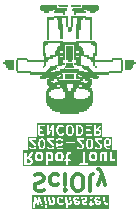
<source format=gbr>
%TF.GenerationSoftware,KiCad,Pcbnew,9.0.3*%
%TF.CreationDate,2025-08-14T12:49:38-04:00*%
%TF.ProjectId,rotour_mt6701_breakout,726f746f-7572-45f6-9d74-363730315f62,rev?*%
%TF.SameCoordinates,Original*%
%TF.FileFunction,Legend,Bot*%
%TF.FilePolarity,Positive*%
%FSLAX46Y46*%
G04 Gerber Fmt 4.6, Leading zero omitted, Abs format (unit mm)*
G04 Created by KiCad (PCBNEW 9.0.3) date 2025-08-14 12:49:38*
%MOMM*%
%LPD*%
G01*
G04 APERTURE LIST*
%ADD10C,0.150000*%
%ADD11C,0.300000*%
%ADD12C,0.200000*%
%ADD13C,0.160000*%
%ADD14C,0.000000*%
%ADD15C,2.200000*%
G04 APERTURE END LIST*
D10*
G36*
X142719858Y-93087439D02*
G01*
X142740741Y-93108322D01*
X142769710Y-93166260D01*
X142803570Y-93301699D01*
X142803570Y-93473708D01*
X142769710Y-93609147D01*
X142740740Y-93667087D01*
X142719858Y-93687969D01*
X142670389Y-93712704D01*
X142629609Y-93712704D01*
X142580139Y-93687969D01*
X142559257Y-93667087D01*
X142530287Y-93609147D01*
X142496427Y-93473706D01*
X142496427Y-93301701D01*
X142530287Y-93166261D01*
X142559257Y-93108322D01*
X142580140Y-93087438D01*
X142629609Y-93062704D01*
X142670389Y-93062704D01*
X142719858Y-93087439D01*
G37*
G36*
X146757954Y-93087439D02*
G01*
X146778837Y-93108322D01*
X146807806Y-93166260D01*
X146841666Y-93301699D01*
X146841666Y-93473708D01*
X146807806Y-93609147D01*
X146778836Y-93667087D01*
X146757954Y-93687969D01*
X146708485Y-93712704D01*
X146667705Y-93712704D01*
X146618235Y-93687969D01*
X146597353Y-93667087D01*
X146568383Y-93609147D01*
X146534523Y-93473706D01*
X146534523Y-93301701D01*
X146568383Y-93166261D01*
X146597353Y-93108322D01*
X146618236Y-93087438D01*
X146667705Y-93062704D01*
X146708485Y-93062704D01*
X146757954Y-93087439D01*
G37*
G36*
X148319859Y-93087439D02*
G01*
X148340742Y-93108322D01*
X148365476Y-93157790D01*
X148365476Y-93312856D01*
X148340741Y-93362325D01*
X148319859Y-93383207D01*
X148270390Y-93407942D01*
X148153419Y-93407942D01*
X148103951Y-93383208D01*
X148083068Y-93362325D01*
X148058333Y-93312855D01*
X148058333Y-93157791D01*
X148083067Y-93108323D01*
X148103950Y-93087439D01*
X148153420Y-93062704D01*
X148270390Y-93062704D01*
X148319859Y-93087439D01*
G37*
G36*
X148604365Y-93951593D02*
G01*
X141458979Y-93951593D01*
X141458979Y-92973072D01*
X141547868Y-92973072D01*
X141547868Y-93002336D01*
X141553702Y-93016419D01*
X141559067Y-93029372D01*
X141568394Y-93040737D01*
X142013017Y-93485360D01*
X142041665Y-93571302D01*
X142041665Y-93617618D01*
X142016930Y-93667087D01*
X141996048Y-93687969D01*
X141946579Y-93712704D01*
X141791513Y-93712704D01*
X141742044Y-93687969D01*
X141712554Y-93658480D01*
X141701189Y-93649153D01*
X141674152Y-93637955D01*
X141644890Y-93637955D01*
X141617854Y-93649154D01*
X141597161Y-93669847D01*
X141585963Y-93696884D01*
X141585963Y-93726146D01*
X141597162Y-93753182D01*
X141606490Y-93764548D01*
X141644586Y-93802643D01*
X141650334Y-93807360D01*
X141651634Y-93808859D01*
X141653892Y-93810280D01*
X141655951Y-93811970D01*
X141657780Y-93812727D01*
X141664077Y-93816691D01*
X141740267Y-93854786D01*
X141753999Y-93860041D01*
X141756686Y-93860231D01*
X141759176Y-93861263D01*
X141773808Y-93862704D01*
X141964284Y-93862704D01*
X141978916Y-93861263D01*
X141981405Y-93860231D01*
X141984093Y-93860041D01*
X141997825Y-93854786D01*
X142074016Y-93816691D01*
X142080315Y-93812726D01*
X142082143Y-93811969D01*
X142084199Y-93810280D01*
X142086459Y-93808859D01*
X142087758Y-93807360D01*
X142093508Y-93802642D01*
X142131603Y-93764547D01*
X142136321Y-93758797D01*
X142137820Y-93757498D01*
X142139241Y-93755238D01*
X142140930Y-93753182D01*
X142141687Y-93751354D01*
X142145652Y-93745055D01*
X142183747Y-93668864D01*
X142189002Y-93655132D01*
X142189192Y-93652444D01*
X142190224Y-93649955D01*
X142191665Y-93635323D01*
X142191665Y-93559133D01*
X142190935Y-93551727D01*
X142191076Y-93549753D01*
X142190485Y-93547155D01*
X142190224Y-93544501D01*
X142189465Y-93542669D01*
X142187816Y-93535416D01*
X142149721Y-93421130D01*
X142143727Y-93407705D01*
X142141963Y-93405671D01*
X142140931Y-93403179D01*
X142131603Y-93391814D01*
X142032255Y-93292466D01*
X142346427Y-93292466D01*
X142346427Y-93482942D01*
X142346678Y-93485495D01*
X142346516Y-93486588D01*
X142347325Y-93492062D01*
X142347868Y-93497574D01*
X142348290Y-93498594D01*
X142348666Y-93501133D01*
X142386762Y-93653514D01*
X142387147Y-93654593D01*
X142387186Y-93655132D01*
X142389510Y-93661207D01*
X142391709Y-93667359D01*
X142392031Y-93667794D01*
X142392441Y-93668864D01*
X142430536Y-93745055D01*
X142434500Y-93751354D01*
X142435258Y-93753182D01*
X142436946Y-93755238D01*
X142438368Y-93757498D01*
X142439866Y-93758797D01*
X142444585Y-93764547D01*
X142482680Y-93802642D01*
X142488429Y-93807360D01*
X142489729Y-93808859D01*
X142491988Y-93810280D01*
X142494045Y-93811969D01*
X142495872Y-93812726D01*
X142502172Y-93816691D01*
X142578363Y-93854786D01*
X142592095Y-93860041D01*
X142594782Y-93860231D01*
X142597272Y-93861263D01*
X142611904Y-93862704D01*
X142688094Y-93862704D01*
X142702726Y-93861263D01*
X142705215Y-93860231D01*
X142707903Y-93860041D01*
X142721635Y-93854786D01*
X142797826Y-93816691D01*
X142804125Y-93812726D01*
X142805953Y-93811969D01*
X142808009Y-93810280D01*
X142810269Y-93808859D01*
X142811568Y-93807360D01*
X142817318Y-93802642D01*
X142855413Y-93764547D01*
X142860131Y-93758797D01*
X142861630Y-93757498D01*
X142863051Y-93755238D01*
X142864740Y-93753182D01*
X142865497Y-93751354D01*
X142869462Y-93745055D01*
X142907557Y-93668864D01*
X142907966Y-93667794D01*
X142908289Y-93667359D01*
X142910484Y-93661213D01*
X142912812Y-93655132D01*
X142912850Y-93654592D01*
X142913236Y-93653513D01*
X142951331Y-93501132D01*
X142951706Y-93498594D01*
X142952129Y-93497574D01*
X142952670Y-93492071D01*
X142953482Y-93486587D01*
X142953318Y-93485491D01*
X142953570Y-93482942D01*
X142953570Y-93292466D01*
X142953318Y-93289916D01*
X142953482Y-93288821D01*
X142952670Y-93283336D01*
X142952129Y-93277834D01*
X142951706Y-93276813D01*
X142951331Y-93274276D01*
X142913236Y-93121895D01*
X142912850Y-93120815D01*
X142912812Y-93120276D01*
X142910484Y-93114194D01*
X142908289Y-93108049D01*
X142907966Y-93107613D01*
X142907557Y-93106544D01*
X142869462Y-93030354D01*
X142865497Y-93024054D01*
X142864740Y-93022227D01*
X142863051Y-93020170D01*
X142861630Y-93017911D01*
X142860131Y-93016611D01*
X142855413Y-93010862D01*
X142817623Y-92973072D01*
X143071678Y-92973072D01*
X143071678Y-93002336D01*
X143077512Y-93016419D01*
X143082877Y-93029372D01*
X143092204Y-93040737D01*
X143536827Y-93485360D01*
X143565475Y-93571302D01*
X143565475Y-93617618D01*
X143540740Y-93667087D01*
X143519858Y-93687969D01*
X143470389Y-93712704D01*
X143315323Y-93712704D01*
X143265854Y-93687969D01*
X143236364Y-93658480D01*
X143224999Y-93649153D01*
X143197962Y-93637955D01*
X143168700Y-93637955D01*
X143141664Y-93649154D01*
X143120971Y-93669847D01*
X143109773Y-93696884D01*
X143109773Y-93726146D01*
X143120972Y-93753182D01*
X143130300Y-93764548D01*
X143168396Y-93802643D01*
X143174144Y-93807360D01*
X143175444Y-93808859D01*
X143177702Y-93810280D01*
X143179761Y-93811970D01*
X143181590Y-93812727D01*
X143187887Y-93816691D01*
X143264077Y-93854786D01*
X143277809Y-93860041D01*
X143280496Y-93860231D01*
X143282986Y-93861263D01*
X143297618Y-93862704D01*
X143488094Y-93862704D01*
X143502726Y-93861263D01*
X143505215Y-93860231D01*
X143507903Y-93860041D01*
X143521635Y-93854786D01*
X143597826Y-93816691D01*
X143604125Y-93812726D01*
X143605953Y-93811969D01*
X143608009Y-93810280D01*
X143610269Y-93808859D01*
X143611568Y-93807360D01*
X143617318Y-93802642D01*
X143655413Y-93764547D01*
X143660131Y-93758797D01*
X143661630Y-93757498D01*
X143663051Y-93755238D01*
X143664740Y-93753182D01*
X143665497Y-93751354D01*
X143669462Y-93745055D01*
X143707557Y-93668864D01*
X143712812Y-93655132D01*
X143713002Y-93652444D01*
X143714034Y-93649955D01*
X143715475Y-93635323D01*
X143715475Y-93559133D01*
X143714745Y-93551727D01*
X143714886Y-93549753D01*
X143714295Y-93547155D01*
X143714034Y-93544501D01*
X143713275Y-93542669D01*
X143711626Y-93535416D01*
X143673531Y-93421130D01*
X143667537Y-93407705D01*
X143665773Y-93405671D01*
X143664741Y-93403179D01*
X143661731Y-93399512D01*
X143870587Y-93399512D01*
X143870609Y-93414215D01*
X143908705Y-93795167D01*
X143909774Y-93800499D01*
X143909774Y-93802336D01*
X143910487Y-93804058D01*
X143911595Y-93809583D01*
X143916777Y-93819242D01*
X143920973Y-93829372D01*
X143923644Y-93832043D01*
X143925429Y-93835370D01*
X143933911Y-93842310D01*
X143941665Y-93850064D01*
X143945153Y-93851509D01*
X143948077Y-93853901D01*
X143958574Y-93857068D01*
X143968701Y-93861263D01*
X143974306Y-93861815D01*
X143976093Y-93862354D01*
X143977921Y-93862171D01*
X143983333Y-93862704D01*
X144364285Y-93862704D01*
X144378917Y-93861263D01*
X144405953Y-93850064D01*
X144426645Y-93829372D01*
X144437844Y-93802336D01*
X144437844Y-93773072D01*
X144426645Y-93746036D01*
X144405953Y-93725344D01*
X144378917Y-93714145D01*
X144364285Y-93712704D01*
X144051207Y-93712704D01*
X144035295Y-93553588D01*
X144039714Y-93555279D01*
X144042401Y-93555469D01*
X144044891Y-93556501D01*
X144059523Y-93557942D01*
X144249999Y-93557942D01*
X144264631Y-93556501D01*
X144267120Y-93555469D01*
X144269808Y-93555279D01*
X144283540Y-93550024D01*
X144359731Y-93511929D01*
X144366030Y-93507964D01*
X144367858Y-93507207D01*
X144369914Y-93505518D01*
X144372174Y-93504097D01*
X144373473Y-93502598D01*
X144379223Y-93497880D01*
X144417318Y-93459785D01*
X144422036Y-93454035D01*
X144423535Y-93452736D01*
X144424956Y-93450476D01*
X144426645Y-93448420D01*
X144427402Y-93446592D01*
X144431367Y-93440293D01*
X144469462Y-93364102D01*
X144474717Y-93350370D01*
X144474907Y-93347682D01*
X144475939Y-93345193D01*
X144477380Y-93330561D01*
X144477380Y-93277834D01*
X144671679Y-93277834D01*
X144671679Y-93307098D01*
X144682878Y-93334134D01*
X144703570Y-93354826D01*
X144730606Y-93366025D01*
X144745238Y-93367466D01*
X145354762Y-93367466D01*
X145369394Y-93366025D01*
X145396430Y-93354826D01*
X145417122Y-93334134D01*
X145428321Y-93307098D01*
X145428321Y-93277834D01*
X145417122Y-93250798D01*
X145396430Y-93230106D01*
X145369394Y-93218907D01*
X145354762Y-93217466D01*
X144745238Y-93217466D01*
X144730606Y-93218907D01*
X144703570Y-93230106D01*
X144682878Y-93250798D01*
X144671679Y-93277834D01*
X144477380Y-93277834D01*
X144477380Y-93140085D01*
X144475939Y-93125453D01*
X144474907Y-93122963D01*
X144474717Y-93120276D01*
X144469462Y-93106544D01*
X144431367Y-93030354D01*
X144427402Y-93024054D01*
X144426645Y-93022227D01*
X144424956Y-93020170D01*
X144423535Y-93017911D01*
X144422036Y-93016611D01*
X144417318Y-93010862D01*
X144379528Y-92973072D01*
X145585964Y-92973072D01*
X145585964Y-93002336D01*
X145591798Y-93016419D01*
X145597163Y-93029372D01*
X145606490Y-93040737D01*
X146051113Y-93485360D01*
X146079761Y-93571302D01*
X146079761Y-93617618D01*
X146055026Y-93667087D01*
X146034144Y-93687969D01*
X145984675Y-93712704D01*
X145829609Y-93712704D01*
X145780140Y-93687969D01*
X145750650Y-93658480D01*
X145739285Y-93649153D01*
X145712248Y-93637955D01*
X145682986Y-93637955D01*
X145655950Y-93649154D01*
X145635257Y-93669847D01*
X145624059Y-93696884D01*
X145624059Y-93726146D01*
X145635258Y-93753182D01*
X145644586Y-93764548D01*
X145682682Y-93802643D01*
X145688430Y-93807360D01*
X145689730Y-93808859D01*
X145691988Y-93810280D01*
X145694047Y-93811970D01*
X145695876Y-93812727D01*
X145702173Y-93816691D01*
X145778363Y-93854786D01*
X145792095Y-93860041D01*
X145794782Y-93860231D01*
X145797272Y-93861263D01*
X145811904Y-93862704D01*
X146002380Y-93862704D01*
X146017012Y-93861263D01*
X146019501Y-93860231D01*
X146022189Y-93860041D01*
X146035921Y-93854786D01*
X146112112Y-93816691D01*
X146118411Y-93812726D01*
X146120239Y-93811969D01*
X146122295Y-93810280D01*
X146124555Y-93808859D01*
X146125854Y-93807360D01*
X146131604Y-93802642D01*
X146169699Y-93764547D01*
X146174417Y-93758797D01*
X146175916Y-93757498D01*
X146177337Y-93755238D01*
X146179026Y-93753182D01*
X146179783Y-93751354D01*
X146183748Y-93745055D01*
X146221843Y-93668864D01*
X146227098Y-93655132D01*
X146227288Y-93652444D01*
X146228320Y-93649955D01*
X146229761Y-93635323D01*
X146229761Y-93559133D01*
X146229031Y-93551727D01*
X146229172Y-93549753D01*
X146228581Y-93547155D01*
X146228320Y-93544501D01*
X146227561Y-93542669D01*
X146225912Y-93535416D01*
X146187817Y-93421130D01*
X146181823Y-93407705D01*
X146180059Y-93405671D01*
X146179027Y-93403179D01*
X146169699Y-93391814D01*
X146070351Y-93292466D01*
X146384523Y-93292466D01*
X146384523Y-93482942D01*
X146384774Y-93485495D01*
X146384612Y-93486588D01*
X146385421Y-93492062D01*
X146385964Y-93497574D01*
X146386386Y-93498594D01*
X146386762Y-93501133D01*
X146424858Y-93653514D01*
X146425243Y-93654593D01*
X146425282Y-93655132D01*
X146427606Y-93661207D01*
X146429805Y-93667359D01*
X146430127Y-93667794D01*
X146430537Y-93668864D01*
X146468632Y-93745055D01*
X146472596Y-93751354D01*
X146473354Y-93753182D01*
X146475042Y-93755238D01*
X146476464Y-93757498D01*
X146477962Y-93758797D01*
X146482681Y-93764547D01*
X146520776Y-93802642D01*
X146526525Y-93807360D01*
X146527825Y-93808859D01*
X146530084Y-93810280D01*
X146532141Y-93811969D01*
X146533968Y-93812726D01*
X146540268Y-93816691D01*
X146616459Y-93854786D01*
X146630191Y-93860041D01*
X146632878Y-93860231D01*
X146635368Y-93861263D01*
X146650000Y-93862704D01*
X146726190Y-93862704D01*
X146740822Y-93861263D01*
X146743311Y-93860231D01*
X146745999Y-93860041D01*
X146759731Y-93854786D01*
X146835922Y-93816691D01*
X146842221Y-93812726D01*
X146844049Y-93811969D01*
X146846105Y-93810280D01*
X146848365Y-93808859D01*
X146849664Y-93807360D01*
X146855414Y-93802642D01*
X146893509Y-93764547D01*
X146898227Y-93758797D01*
X146899726Y-93757498D01*
X146901147Y-93755238D01*
X146902836Y-93753182D01*
X146903593Y-93751354D01*
X146907558Y-93745055D01*
X146945653Y-93668864D01*
X146946062Y-93667794D01*
X146946385Y-93667359D01*
X146948580Y-93661213D01*
X146950908Y-93655132D01*
X146950946Y-93654592D01*
X146951332Y-93653513D01*
X146989427Y-93501132D01*
X146989802Y-93498594D01*
X146990225Y-93497574D01*
X146990766Y-93492071D01*
X146991578Y-93486587D01*
X146991414Y-93485491D01*
X146991666Y-93482942D01*
X146991666Y-93292466D01*
X146991414Y-93289916D01*
X146991578Y-93288821D01*
X146990766Y-93283336D01*
X146990225Y-93277834D01*
X146989802Y-93276813D01*
X146989427Y-93274276D01*
X146951332Y-93121895D01*
X146950946Y-93120815D01*
X146950908Y-93120276D01*
X146948580Y-93114194D01*
X146946385Y-93108049D01*
X146946062Y-93107613D01*
X146945653Y-93106544D01*
X146907558Y-93030354D01*
X146903593Y-93024054D01*
X146902836Y-93022227D01*
X146901147Y-93020170D01*
X146899726Y-93017911D01*
X146898227Y-93016611D01*
X146893509Y-93010862D01*
X146855719Y-92973072D01*
X147109774Y-92973072D01*
X147109774Y-93002336D01*
X147115608Y-93016419D01*
X147120973Y-93029372D01*
X147130300Y-93040737D01*
X147574923Y-93485360D01*
X147603571Y-93571302D01*
X147603571Y-93617618D01*
X147578836Y-93667087D01*
X147557954Y-93687969D01*
X147508485Y-93712704D01*
X147353419Y-93712704D01*
X147303950Y-93687969D01*
X147274460Y-93658480D01*
X147263095Y-93649153D01*
X147236058Y-93637955D01*
X147206796Y-93637955D01*
X147179760Y-93649154D01*
X147159067Y-93669847D01*
X147147869Y-93696884D01*
X147147869Y-93726146D01*
X147159068Y-93753182D01*
X147168396Y-93764548D01*
X147206492Y-93802643D01*
X147212240Y-93807360D01*
X147213540Y-93808859D01*
X147215798Y-93810280D01*
X147217857Y-93811970D01*
X147219686Y-93812727D01*
X147225983Y-93816691D01*
X147302173Y-93854786D01*
X147315905Y-93860041D01*
X147318592Y-93860231D01*
X147321082Y-93861263D01*
X147335714Y-93862704D01*
X147526190Y-93862704D01*
X147540822Y-93861263D01*
X147543311Y-93860231D01*
X147545999Y-93860041D01*
X147559731Y-93854786D01*
X147635922Y-93816691D01*
X147642221Y-93812726D01*
X147644049Y-93811969D01*
X147646105Y-93810280D01*
X147648365Y-93808859D01*
X147649664Y-93807360D01*
X147655414Y-93802642D01*
X147693509Y-93764547D01*
X147698227Y-93758797D01*
X147699726Y-93757498D01*
X147701147Y-93755238D01*
X147702836Y-93753182D01*
X147703593Y-93751354D01*
X147707558Y-93745055D01*
X147745653Y-93668864D01*
X147750908Y-93655132D01*
X147751098Y-93652444D01*
X147752130Y-93649955D01*
X147753571Y-93635323D01*
X147753571Y-93559133D01*
X147752841Y-93551727D01*
X147752982Y-93549753D01*
X147752391Y-93547155D01*
X147752130Y-93544501D01*
X147751371Y-93542669D01*
X147749722Y-93535416D01*
X147711627Y-93421130D01*
X147705633Y-93407705D01*
X147703869Y-93405671D01*
X147702837Y-93403179D01*
X147693509Y-93391814D01*
X147441780Y-93140085D01*
X147908333Y-93140085D01*
X147908333Y-93444847D01*
X147908584Y-93447400D01*
X147908422Y-93448493D01*
X147909231Y-93453967D01*
X147909774Y-93459479D01*
X147910196Y-93460499D01*
X147910572Y-93463038D01*
X147948668Y-93615419D01*
X147951749Y-93624042D01*
X147952108Y-93625856D01*
X147952985Y-93627501D01*
X147953615Y-93629264D01*
X147954720Y-93630755D01*
X147959025Y-93638830D01*
X148035215Y-93753116D01*
X148035248Y-93753157D01*
X148035259Y-93753182D01*
X148039900Y-93758838D01*
X148044530Y-93764491D01*
X148044552Y-93764505D01*
X148044586Y-93764547D01*
X148082681Y-93802642D01*
X148088430Y-93807360D01*
X148089730Y-93808859D01*
X148091989Y-93810280D01*
X148094046Y-93811969D01*
X148095873Y-93812726D01*
X148102173Y-93816691D01*
X148178364Y-93854786D01*
X148192096Y-93860041D01*
X148194783Y-93860231D01*
X148197273Y-93861263D01*
X148211905Y-93862704D01*
X148364286Y-93862704D01*
X148378918Y-93861263D01*
X148405954Y-93850064D01*
X148426646Y-93829372D01*
X148437845Y-93802336D01*
X148437845Y-93773072D01*
X148426646Y-93746036D01*
X148405954Y-93725344D01*
X148378918Y-93714145D01*
X148364286Y-93712704D01*
X148229610Y-93712704D01*
X148180140Y-93687969D01*
X148155905Y-93663734D01*
X148091039Y-93566435D01*
X148084759Y-93541317D01*
X148102173Y-93550024D01*
X148115905Y-93555279D01*
X148118592Y-93555469D01*
X148121082Y-93556501D01*
X148135714Y-93557942D01*
X148288095Y-93557942D01*
X148302727Y-93556501D01*
X148305216Y-93555469D01*
X148307904Y-93555279D01*
X148321636Y-93550024D01*
X148397827Y-93511929D01*
X148404126Y-93507964D01*
X148405954Y-93507207D01*
X148408010Y-93505518D01*
X148410270Y-93504097D01*
X148411569Y-93502598D01*
X148417319Y-93497880D01*
X148455414Y-93459785D01*
X148460132Y-93454035D01*
X148461631Y-93452736D01*
X148463052Y-93450476D01*
X148464741Y-93448420D01*
X148465498Y-93446592D01*
X148469463Y-93440293D01*
X148507558Y-93364102D01*
X148512813Y-93350370D01*
X148513003Y-93347682D01*
X148514035Y-93345193D01*
X148515476Y-93330561D01*
X148515476Y-93140085D01*
X148514035Y-93125453D01*
X148513003Y-93122963D01*
X148512813Y-93120276D01*
X148507558Y-93106544D01*
X148469463Y-93030354D01*
X148465498Y-93024054D01*
X148464741Y-93022227D01*
X148463052Y-93020170D01*
X148461631Y-93017911D01*
X148460132Y-93016611D01*
X148455414Y-93010862D01*
X148417319Y-92972767D01*
X148411566Y-92968046D01*
X148410270Y-92966551D01*
X148408015Y-92965131D01*
X148405954Y-92963440D01*
X148404123Y-92962681D01*
X148397827Y-92958718D01*
X148321636Y-92920622D01*
X148307905Y-92915367D01*
X148305215Y-92915175D01*
X148302727Y-92914145D01*
X148288095Y-92912704D01*
X148135714Y-92912704D01*
X148121082Y-92914145D01*
X148118590Y-92915177D01*
X148115904Y-92915368D01*
X148102172Y-92920623D01*
X148025982Y-92958718D01*
X148019684Y-92962682D01*
X148017856Y-92963440D01*
X148015795Y-92965131D01*
X148013540Y-92966551D01*
X148012243Y-92968046D01*
X148006491Y-92972767D01*
X147968396Y-93010862D01*
X147963675Y-93016614D01*
X147962180Y-93017911D01*
X147960760Y-93020165D01*
X147959069Y-93022227D01*
X147958310Y-93024057D01*
X147954347Y-93030354D01*
X147916251Y-93106543D01*
X147910996Y-93120275D01*
X147910804Y-93122964D01*
X147909774Y-93125453D01*
X147908333Y-93140085D01*
X147441780Y-93140085D01*
X147364399Y-93062704D01*
X147678571Y-93062704D01*
X147693203Y-93061263D01*
X147720239Y-93050064D01*
X147740931Y-93029372D01*
X147752130Y-93002336D01*
X147752130Y-92973072D01*
X147740931Y-92946036D01*
X147720239Y-92925344D01*
X147693203Y-92914145D01*
X147678571Y-92912704D01*
X147183333Y-92912704D01*
X147168701Y-92914145D01*
X147141665Y-92925344D01*
X147120973Y-92946036D01*
X147109774Y-92973072D01*
X146855719Y-92973072D01*
X146855414Y-92972767D01*
X146849661Y-92968046D01*
X146848365Y-92966551D01*
X146846110Y-92965131D01*
X146844049Y-92963440D01*
X146842218Y-92962681D01*
X146835922Y-92958718D01*
X146759731Y-92920622D01*
X146746000Y-92915367D01*
X146743310Y-92915175D01*
X146740822Y-92914145D01*
X146726190Y-92912704D01*
X146650000Y-92912704D01*
X146635368Y-92914145D01*
X146632879Y-92915175D01*
X146630190Y-92915367D01*
X146616458Y-92920622D01*
X146540268Y-92958718D01*
X146533971Y-92962681D01*
X146532141Y-92963440D01*
X146530079Y-92965131D01*
X146527825Y-92966551D01*
X146526528Y-92968046D01*
X146520776Y-92972767D01*
X146482681Y-93010862D01*
X146477962Y-93016611D01*
X146476464Y-93017911D01*
X146475042Y-93020170D01*
X146473354Y-93022227D01*
X146472596Y-93024054D01*
X146468632Y-93030354D01*
X146430537Y-93106544D01*
X146430127Y-93107613D01*
X146429805Y-93108049D01*
X146427606Y-93114200D01*
X146425282Y-93120276D01*
X146425243Y-93120814D01*
X146424858Y-93121894D01*
X146386762Y-93274275D01*
X146386386Y-93276813D01*
X146385964Y-93277834D01*
X146385421Y-93283345D01*
X146384612Y-93288820D01*
X146384774Y-93289912D01*
X146384523Y-93292466D01*
X146070351Y-93292466D01*
X145840589Y-93062704D01*
X146154761Y-93062704D01*
X146169393Y-93061263D01*
X146196429Y-93050064D01*
X146217121Y-93029372D01*
X146228320Y-93002336D01*
X146228320Y-92973072D01*
X146217121Y-92946036D01*
X146196429Y-92925344D01*
X146169393Y-92914145D01*
X146154761Y-92912704D01*
X145659523Y-92912704D01*
X145644891Y-92914145D01*
X145617855Y-92925344D01*
X145597163Y-92946036D01*
X145585964Y-92973072D01*
X144379528Y-92973072D01*
X144379223Y-92972767D01*
X144373470Y-92968046D01*
X144372174Y-92966551D01*
X144369919Y-92965131D01*
X144367858Y-92963440D01*
X144366027Y-92962681D01*
X144359731Y-92958718D01*
X144283540Y-92920622D01*
X144269809Y-92915367D01*
X144267119Y-92915175D01*
X144264631Y-92914145D01*
X144249999Y-92912704D01*
X144059523Y-92912704D01*
X144044891Y-92914145D01*
X144042399Y-92915177D01*
X144039713Y-92915368D01*
X144025981Y-92920623D01*
X143949791Y-92958718D01*
X143943496Y-92962680D01*
X143941666Y-92963439D01*
X143939603Y-92965131D01*
X143937349Y-92966551D01*
X143936052Y-92968045D01*
X143930301Y-92972766D01*
X143892205Y-93010861D01*
X143882877Y-93022227D01*
X143871678Y-93049263D01*
X143871678Y-93078525D01*
X143882876Y-93105562D01*
X143903569Y-93126255D01*
X143930605Y-93137454D01*
X143959867Y-93137454D01*
X143986904Y-93126256D01*
X143998269Y-93116929D01*
X144027758Y-93087439D01*
X144077229Y-93062704D01*
X144232294Y-93062704D01*
X144281763Y-93087439D01*
X144302646Y-93108322D01*
X144327380Y-93157790D01*
X144327380Y-93312856D01*
X144302645Y-93362325D01*
X144281763Y-93383207D01*
X144232294Y-93407942D01*
X144077228Y-93407942D01*
X144027759Y-93383207D01*
X143998269Y-93353718D01*
X143986904Y-93344391D01*
X143983415Y-93342946D01*
X143980493Y-93340555D01*
X143969993Y-93337386D01*
X143959867Y-93333193D01*
X143956093Y-93333193D01*
X143952477Y-93332102D01*
X143941567Y-93333193D01*
X143930605Y-93333193D01*
X143927116Y-93334638D01*
X143923358Y-93335014D01*
X143913698Y-93340196D01*
X143903569Y-93344392D01*
X143900897Y-93347063D01*
X143897571Y-93348848D01*
X143890630Y-93357330D01*
X143882876Y-93365085D01*
X143881431Y-93368573D01*
X143879040Y-93371496D01*
X143875871Y-93381995D01*
X143871678Y-93392122D01*
X143871678Y-93395896D01*
X143870587Y-93399512D01*
X143661731Y-93399512D01*
X143655413Y-93391814D01*
X143326303Y-93062704D01*
X143640475Y-93062704D01*
X143655107Y-93061263D01*
X143682143Y-93050064D01*
X143702835Y-93029372D01*
X143714034Y-93002336D01*
X143714034Y-92973072D01*
X143702835Y-92946036D01*
X143682143Y-92925344D01*
X143655107Y-92914145D01*
X143640475Y-92912704D01*
X143145237Y-92912704D01*
X143130605Y-92914145D01*
X143103569Y-92925344D01*
X143082877Y-92946036D01*
X143071678Y-92973072D01*
X142817623Y-92973072D01*
X142817318Y-92972767D01*
X142811565Y-92968046D01*
X142810269Y-92966551D01*
X142808014Y-92965131D01*
X142805953Y-92963440D01*
X142804122Y-92962681D01*
X142797826Y-92958718D01*
X142721635Y-92920622D01*
X142707904Y-92915367D01*
X142705214Y-92915175D01*
X142702726Y-92914145D01*
X142688094Y-92912704D01*
X142611904Y-92912704D01*
X142597272Y-92914145D01*
X142594783Y-92915175D01*
X142592094Y-92915367D01*
X142578362Y-92920622D01*
X142502172Y-92958718D01*
X142495875Y-92962681D01*
X142494045Y-92963440D01*
X142491983Y-92965131D01*
X142489729Y-92966551D01*
X142488432Y-92968046D01*
X142482680Y-92972767D01*
X142444585Y-93010862D01*
X142439866Y-93016611D01*
X142438368Y-93017911D01*
X142436946Y-93020170D01*
X142435258Y-93022227D01*
X142434500Y-93024054D01*
X142430536Y-93030354D01*
X142392441Y-93106544D01*
X142392031Y-93107613D01*
X142391709Y-93108049D01*
X142389510Y-93114200D01*
X142387186Y-93120276D01*
X142387147Y-93120814D01*
X142386762Y-93121894D01*
X142348666Y-93274275D01*
X142348290Y-93276813D01*
X142347868Y-93277834D01*
X142347325Y-93283345D01*
X142346516Y-93288820D01*
X142346678Y-93289912D01*
X142346427Y-93292466D01*
X142032255Y-93292466D01*
X141802493Y-93062704D01*
X142116665Y-93062704D01*
X142131297Y-93061263D01*
X142158333Y-93050064D01*
X142179025Y-93029372D01*
X142190224Y-93002336D01*
X142190224Y-92973072D01*
X142179025Y-92946036D01*
X142158333Y-92925344D01*
X142131297Y-92914145D01*
X142116665Y-92912704D01*
X141621427Y-92912704D01*
X141606795Y-92914145D01*
X141579759Y-92925344D01*
X141559067Y-92946036D01*
X141547868Y-92973072D01*
X141458979Y-92973072D01*
X141458979Y-92823815D01*
X148604365Y-92823815D01*
X148604365Y-93951593D01*
G37*
D11*
X142033333Y-96034600D02*
X142233333Y-95967933D01*
X142233333Y-95967933D02*
X142566667Y-95967933D01*
X142566667Y-95967933D02*
X142700000Y-96034600D01*
X142700000Y-96034600D02*
X142766667Y-96101266D01*
X142766667Y-96101266D02*
X142833333Y-96234600D01*
X142833333Y-96234600D02*
X142833333Y-96367933D01*
X142833333Y-96367933D02*
X142766667Y-96501266D01*
X142766667Y-96501266D02*
X142700000Y-96567933D01*
X142700000Y-96567933D02*
X142566667Y-96634600D01*
X142566667Y-96634600D02*
X142300000Y-96701266D01*
X142300000Y-96701266D02*
X142166667Y-96767933D01*
X142166667Y-96767933D02*
X142100000Y-96834600D01*
X142100000Y-96834600D02*
X142033333Y-96967933D01*
X142033333Y-96967933D02*
X142033333Y-97101266D01*
X142033333Y-97101266D02*
X142100000Y-97234600D01*
X142100000Y-97234600D02*
X142166667Y-97301266D01*
X142166667Y-97301266D02*
X142300000Y-97367933D01*
X142300000Y-97367933D02*
X142633333Y-97367933D01*
X142633333Y-97367933D02*
X142833333Y-97301266D01*
X144033333Y-96034600D02*
X143900000Y-95967933D01*
X143900000Y-95967933D02*
X143633333Y-95967933D01*
X143633333Y-95967933D02*
X143500000Y-96034600D01*
X143500000Y-96034600D02*
X143433333Y-96101266D01*
X143433333Y-96101266D02*
X143366666Y-96234600D01*
X143366666Y-96234600D02*
X143366666Y-96634600D01*
X143366666Y-96634600D02*
X143433333Y-96767933D01*
X143433333Y-96767933D02*
X143500000Y-96834600D01*
X143500000Y-96834600D02*
X143633333Y-96901266D01*
X143633333Y-96901266D02*
X143900000Y-96901266D01*
X143900000Y-96901266D02*
X144033333Y-96834600D01*
X144633333Y-95967933D02*
X144633333Y-96901266D01*
X144633333Y-97367933D02*
X144566666Y-97301266D01*
X144566666Y-97301266D02*
X144633333Y-97234600D01*
X144633333Y-97234600D02*
X144700000Y-97301266D01*
X144700000Y-97301266D02*
X144633333Y-97367933D01*
X144633333Y-97367933D02*
X144633333Y-97234600D01*
X145566667Y-97367933D02*
X145833333Y-97367933D01*
X145833333Y-97367933D02*
X145966667Y-97301266D01*
X145966667Y-97301266D02*
X146100000Y-97167933D01*
X146100000Y-97167933D02*
X146166667Y-96901266D01*
X146166667Y-96901266D02*
X146166667Y-96434600D01*
X146166667Y-96434600D02*
X146100000Y-96167933D01*
X146100000Y-96167933D02*
X145966667Y-96034600D01*
X145966667Y-96034600D02*
X145833333Y-95967933D01*
X145833333Y-95967933D02*
X145566667Y-95967933D01*
X145566667Y-95967933D02*
X145433333Y-96034600D01*
X145433333Y-96034600D02*
X145300000Y-96167933D01*
X145300000Y-96167933D02*
X145233333Y-96434600D01*
X145233333Y-96434600D02*
X145233333Y-96901266D01*
X145233333Y-96901266D02*
X145300000Y-97167933D01*
X145300000Y-97167933D02*
X145433333Y-97301266D01*
X145433333Y-97301266D02*
X145566667Y-97367933D01*
X146966667Y-95967933D02*
X146833334Y-96034600D01*
X146833334Y-96034600D02*
X146766667Y-96167933D01*
X146766667Y-96167933D02*
X146766667Y-97367933D01*
X147366667Y-96901266D02*
X147700000Y-95967933D01*
X148033333Y-96901266D02*
X147700000Y-95967933D01*
X147700000Y-95967933D02*
X147566667Y-95634600D01*
X147566667Y-95634600D02*
X147500000Y-95567933D01*
X147500000Y-95567933D02*
X147366667Y-95501266D01*
D10*
G36*
X145127000Y-91937438D02*
G01*
X145179896Y-91990333D01*
X145210714Y-92113604D01*
X145210714Y-92361804D01*
X145179896Y-92485075D01*
X145127001Y-92537969D01*
X145077533Y-92562704D01*
X144960562Y-92562704D01*
X144911092Y-92537969D01*
X144858198Y-92485075D01*
X144827380Y-92361802D01*
X144827380Y-92113606D01*
X144858198Y-91990333D01*
X144911093Y-91937438D01*
X144960562Y-91912704D01*
X145077532Y-91912704D01*
X145127000Y-91937438D01*
G37*
G36*
X145892819Y-91941352D02*
G01*
X145947884Y-91996417D01*
X145976853Y-92054355D01*
X146010714Y-92189796D01*
X146010714Y-92285611D01*
X145976853Y-92421053D01*
X145947883Y-92478992D01*
X145892819Y-92534056D01*
X145806877Y-92562704D01*
X145703571Y-92562704D01*
X145703571Y-91912704D01*
X145806877Y-91912704D01*
X145892819Y-91941352D01*
G37*
G36*
X147488906Y-92318391D02*
G01*
X147509789Y-92339274D01*
X147534524Y-92388743D01*
X147534524Y-92467617D01*
X147509789Y-92517086D01*
X147488906Y-92537970D01*
X147439438Y-92562704D01*
X147227381Y-92562704D01*
X147227381Y-92293657D01*
X147439438Y-92293657D01*
X147488906Y-92318391D01*
G37*
G36*
X147773413Y-92801593D02*
G01*
X142264682Y-92801593D01*
X142264682Y-91837704D01*
X142353571Y-91837704D01*
X142353571Y-92637704D01*
X142355012Y-92652336D01*
X142366211Y-92679372D01*
X142386903Y-92700064D01*
X142413939Y-92711263D01*
X142428571Y-92712704D01*
X142809523Y-92712704D01*
X142824155Y-92711263D01*
X142851191Y-92700064D01*
X142871883Y-92679372D01*
X142883082Y-92652336D01*
X142883082Y-92623072D01*
X142871883Y-92596036D01*
X142851191Y-92575344D01*
X142824155Y-92564145D01*
X142809523Y-92562704D01*
X142503571Y-92562704D01*
X142503571Y-92331752D01*
X142695237Y-92331752D01*
X142709869Y-92330311D01*
X142736905Y-92319112D01*
X142757597Y-92298420D01*
X142768796Y-92271384D01*
X142768796Y-92242120D01*
X142757597Y-92215084D01*
X142736905Y-92194392D01*
X142709869Y-92183193D01*
X142695237Y-92181752D01*
X142503571Y-92181752D01*
X142503571Y-91912704D01*
X142809523Y-91912704D01*
X142824155Y-91911263D01*
X142851191Y-91900064D01*
X142871883Y-91879372D01*
X142883082Y-91852336D01*
X142883082Y-91837704D01*
X143077381Y-91837704D01*
X143077381Y-92637704D01*
X143077751Y-92641467D01*
X143077564Y-92642943D01*
X143078085Y-92644853D01*
X143078822Y-92652336D01*
X143082639Y-92661551D01*
X143085264Y-92671175D01*
X143088191Y-92674955D01*
X143090021Y-92679372D01*
X143097071Y-92686422D01*
X143103181Y-92694312D01*
X143107334Y-92696685D01*
X143110713Y-92700064D01*
X143119925Y-92703880D01*
X143128590Y-92708831D01*
X143133333Y-92709433D01*
X143137749Y-92711263D01*
X143147723Y-92711263D01*
X143157620Y-92712521D01*
X143162232Y-92711263D01*
X143167013Y-92711263D01*
X143176228Y-92707445D01*
X143185852Y-92704821D01*
X143189632Y-92701893D01*
X143194049Y-92700064D01*
X143201099Y-92693013D01*
X143208989Y-92686904D01*
X143213341Y-92680771D01*
X143214741Y-92679372D01*
X143215310Y-92677997D01*
X143217499Y-92674914D01*
X143534524Y-92120120D01*
X143534524Y-92637704D01*
X143535965Y-92652336D01*
X143547164Y-92679372D01*
X143567856Y-92700064D01*
X143594892Y-92711263D01*
X143624156Y-92711263D01*
X143651192Y-92700064D01*
X143671884Y-92679372D01*
X143683083Y-92652336D01*
X143684524Y-92637704D01*
X143684524Y-92180561D01*
X143877380Y-92180561D01*
X143877380Y-92294847D01*
X143877631Y-92297400D01*
X143877469Y-92298493D01*
X143878278Y-92303967D01*
X143878821Y-92309479D01*
X143879243Y-92310499D01*
X143879619Y-92313038D01*
X143917715Y-92465419D01*
X143918100Y-92466498D01*
X143918139Y-92467037D01*
X143920463Y-92473112D01*
X143922662Y-92479264D01*
X143922984Y-92479699D01*
X143923394Y-92480769D01*
X143961489Y-92556960D01*
X143965453Y-92563259D01*
X143966211Y-92565087D01*
X143967899Y-92567143D01*
X143969321Y-92569403D01*
X143970819Y-92570702D01*
X143975538Y-92576452D01*
X144051728Y-92652642D01*
X144063093Y-92661970D01*
X144065585Y-92663002D01*
X144067619Y-92664766D01*
X144081044Y-92670760D01*
X144195330Y-92708855D01*
X144202583Y-92710504D01*
X144204415Y-92711263D01*
X144207069Y-92711524D01*
X144209667Y-92712115D01*
X144211641Y-92711974D01*
X144219047Y-92712704D01*
X144295238Y-92712704D01*
X144302643Y-92711974D01*
X144304618Y-92712115D01*
X144307215Y-92711524D01*
X144309870Y-92711263D01*
X144311701Y-92710504D01*
X144318955Y-92708855D01*
X144433240Y-92670760D01*
X144446666Y-92664766D01*
X144448701Y-92663000D01*
X144451190Y-92661970D01*
X144462555Y-92652643D01*
X144500651Y-92614548D01*
X144509979Y-92603183D01*
X144521178Y-92576147D01*
X144521178Y-92546884D01*
X144509980Y-92519847D01*
X144489287Y-92499154D01*
X144462251Y-92487955D01*
X144432988Y-92487955D01*
X144405952Y-92499153D01*
X144394587Y-92508480D01*
X144369009Y-92534056D01*
X144283068Y-92562704D01*
X144231217Y-92562704D01*
X144145274Y-92534056D01*
X144090210Y-92478992D01*
X144061240Y-92421052D01*
X144027380Y-92285611D01*
X144027380Y-92189796D01*
X144048736Y-92104371D01*
X144677380Y-92104371D01*
X144677380Y-92371038D01*
X144677631Y-92373591D01*
X144677469Y-92374684D01*
X144678278Y-92380158D01*
X144678821Y-92385670D01*
X144679243Y-92386690D01*
X144679619Y-92389229D01*
X144717715Y-92541610D01*
X144722662Y-92555455D01*
X144725982Y-92559936D01*
X144728116Y-92565087D01*
X144737443Y-92576452D01*
X144813633Y-92652642D01*
X144819383Y-92657362D01*
X144820682Y-92658859D01*
X144822936Y-92660278D01*
X144824998Y-92661970D01*
X144826830Y-92662728D01*
X144833125Y-92666691D01*
X144909316Y-92704786D01*
X144923048Y-92710041D01*
X144925735Y-92710231D01*
X144928225Y-92711263D01*
X144942857Y-92712704D01*
X145095238Y-92712704D01*
X145109870Y-92711263D01*
X145112359Y-92710231D01*
X145115047Y-92710041D01*
X145128779Y-92704786D01*
X145204969Y-92666691D01*
X145211265Y-92662727D01*
X145213095Y-92661970D01*
X145215153Y-92660280D01*
X145217412Y-92658859D01*
X145218711Y-92657360D01*
X145224461Y-92652642D01*
X145300652Y-92576452D01*
X145309979Y-92565087D01*
X145312112Y-92559935D01*
X145315433Y-92555455D01*
X145320380Y-92541609D01*
X145358475Y-92389228D01*
X145358850Y-92386690D01*
X145359273Y-92385670D01*
X145359814Y-92380167D01*
X145360626Y-92374683D01*
X145360462Y-92373587D01*
X145360714Y-92371038D01*
X145360714Y-92104371D01*
X145360462Y-92101821D01*
X145360626Y-92100726D01*
X145359814Y-92095241D01*
X145359273Y-92089739D01*
X145358850Y-92088718D01*
X145358475Y-92086181D01*
X145320380Y-91933800D01*
X145315433Y-91919954D01*
X145312112Y-91915473D01*
X145309979Y-91910322D01*
X145300652Y-91898957D01*
X145239398Y-91837704D01*
X145553571Y-91837704D01*
X145553571Y-92637704D01*
X145555012Y-92652336D01*
X145566211Y-92679372D01*
X145586903Y-92700064D01*
X145613939Y-92711263D01*
X145628571Y-92712704D01*
X145819047Y-92712704D01*
X145826452Y-92711974D01*
X145828427Y-92712115D01*
X145831024Y-92711524D01*
X145833679Y-92711263D01*
X145835510Y-92710504D01*
X145842764Y-92708855D01*
X145957050Y-92670760D01*
X145970475Y-92664766D01*
X145972510Y-92663000D01*
X145975001Y-92661969D01*
X145986366Y-92652642D01*
X146062556Y-92576452D01*
X146067276Y-92570701D01*
X146068773Y-92569403D01*
X146070192Y-92567148D01*
X146071884Y-92565087D01*
X146072642Y-92563254D01*
X146076605Y-92556960D01*
X146114700Y-92480769D01*
X146115109Y-92479699D01*
X146115432Y-92479264D01*
X146117630Y-92473112D01*
X146119955Y-92467037D01*
X146119993Y-92466498D01*
X146120379Y-92465419D01*
X146158475Y-92313037D01*
X146158850Y-92310500D01*
X146159273Y-92309479D01*
X146159815Y-92303966D01*
X146160625Y-92298493D01*
X146160462Y-92297400D01*
X146160714Y-92294847D01*
X146160714Y-92180561D01*
X146160462Y-92178007D01*
X146160625Y-92176915D01*
X146159815Y-92171441D01*
X146159273Y-92165929D01*
X146158850Y-92164907D01*
X146158475Y-92162371D01*
X146120379Y-92009989D01*
X146119993Y-92008909D01*
X146119955Y-92008371D01*
X146117630Y-92002295D01*
X146115432Y-91996144D01*
X146115109Y-91995708D01*
X146114700Y-91994639D01*
X146076605Y-91918449D01*
X146072642Y-91912154D01*
X146071884Y-91910322D01*
X146070192Y-91908260D01*
X146068773Y-91906006D01*
X146067276Y-91904707D01*
X146062556Y-91898957D01*
X146001303Y-91837704D01*
X146353571Y-91837704D01*
X146353571Y-92637704D01*
X146355012Y-92652336D01*
X146366211Y-92679372D01*
X146386903Y-92700064D01*
X146413939Y-92711263D01*
X146428571Y-92712704D01*
X146809523Y-92712704D01*
X146824155Y-92711263D01*
X146851191Y-92700064D01*
X146871883Y-92679372D01*
X146883082Y-92652336D01*
X146883082Y-92623072D01*
X146871883Y-92596036D01*
X146851191Y-92575344D01*
X146824155Y-92564145D01*
X146809523Y-92562704D01*
X146503571Y-92562704D01*
X146503571Y-92331752D01*
X146695237Y-92331752D01*
X146709869Y-92330311D01*
X146736905Y-92319112D01*
X146757597Y-92298420D01*
X146768796Y-92271384D01*
X146768796Y-92242120D01*
X146757597Y-92215084D01*
X146736905Y-92194392D01*
X146709869Y-92183193D01*
X146695237Y-92181752D01*
X146503571Y-92181752D01*
X146503571Y-91912704D01*
X146809523Y-91912704D01*
X146824155Y-91911263D01*
X146851191Y-91900064D01*
X146871883Y-91879372D01*
X146883082Y-91852336D01*
X146883082Y-91837704D01*
X147077381Y-91837704D01*
X147077381Y-92637704D01*
X147078822Y-92652336D01*
X147090021Y-92679372D01*
X147110713Y-92700064D01*
X147137749Y-92711263D01*
X147152381Y-92712704D01*
X147457143Y-92712704D01*
X147471775Y-92711263D01*
X147474264Y-92710231D01*
X147476952Y-92710041D01*
X147490684Y-92704786D01*
X147566874Y-92666691D01*
X147573173Y-92662726D01*
X147575001Y-92661969D01*
X147577057Y-92660280D01*
X147579317Y-92658859D01*
X147580616Y-92657360D01*
X147586366Y-92652642D01*
X147624461Y-92614547D01*
X147629181Y-92608794D01*
X147630677Y-92607498D01*
X147632096Y-92605243D01*
X147633788Y-92603182D01*
X147634546Y-92601351D01*
X147638510Y-92595055D01*
X147676606Y-92518865D01*
X147681861Y-92505133D01*
X147682052Y-92502443D01*
X147683083Y-92499955D01*
X147684524Y-92485323D01*
X147684524Y-92371038D01*
X147683083Y-92356406D01*
X147682052Y-92353917D01*
X147681861Y-92351228D01*
X147676606Y-92337496D01*
X147638510Y-92261306D01*
X147634546Y-92255009D01*
X147633788Y-92253179D01*
X147632096Y-92251117D01*
X147630677Y-92248863D01*
X147629181Y-92247566D01*
X147624461Y-92241814D01*
X147586366Y-92203719D01*
X147580616Y-92199000D01*
X147579317Y-92197502D01*
X147577057Y-92196080D01*
X147575001Y-92194392D01*
X147573173Y-92193634D01*
X147566874Y-92189670D01*
X147490684Y-92151575D01*
X147483332Y-92148761D01*
X147670966Y-91880714D01*
X147678177Y-91867901D01*
X147684506Y-91839330D01*
X147679421Y-91810512D01*
X147663694Y-91785833D01*
X147639720Y-91769051D01*
X147611149Y-91762722D01*
X147582332Y-91767807D01*
X147557653Y-91783534D01*
X147548081Y-91794695D01*
X147303808Y-92143657D01*
X147227381Y-92143657D01*
X147227381Y-91837704D01*
X147225940Y-91823072D01*
X147214741Y-91796036D01*
X147194049Y-91775344D01*
X147167013Y-91764145D01*
X147137749Y-91764145D01*
X147110713Y-91775344D01*
X147090021Y-91796036D01*
X147078822Y-91823072D01*
X147077381Y-91837704D01*
X146883082Y-91837704D01*
X146883082Y-91823072D01*
X146871883Y-91796036D01*
X146851191Y-91775344D01*
X146824155Y-91764145D01*
X146809523Y-91762704D01*
X146428571Y-91762704D01*
X146413939Y-91764145D01*
X146386903Y-91775344D01*
X146366211Y-91796036D01*
X146355012Y-91823072D01*
X146353571Y-91837704D01*
X146001303Y-91837704D01*
X145986366Y-91822767D01*
X145975001Y-91813440D01*
X145972512Y-91812409D01*
X145970476Y-91810643D01*
X145957050Y-91804649D01*
X145842764Y-91766553D01*
X145835509Y-91764903D01*
X145833679Y-91764145D01*
X145831025Y-91763883D01*
X145828428Y-91763293D01*
X145826452Y-91763433D01*
X145819047Y-91762704D01*
X145628571Y-91762704D01*
X145613939Y-91764145D01*
X145586903Y-91775344D01*
X145566211Y-91796036D01*
X145555012Y-91823072D01*
X145553571Y-91837704D01*
X145239398Y-91837704D01*
X145224461Y-91822767D01*
X145218708Y-91818046D01*
X145217412Y-91816551D01*
X145215157Y-91815132D01*
X145213095Y-91813439D01*
X145211263Y-91812680D01*
X145204969Y-91808718D01*
X145128780Y-91770622D01*
X145115048Y-91765367D01*
X145112358Y-91765175D01*
X145109870Y-91764145D01*
X145095238Y-91762704D01*
X144942857Y-91762704D01*
X144928225Y-91764145D01*
X144925736Y-91765175D01*
X144923047Y-91765367D01*
X144909315Y-91770622D01*
X144833125Y-91808718D01*
X144826832Y-91812679D01*
X144824998Y-91813439D01*
X144822932Y-91815134D01*
X144820682Y-91816551D01*
X144819386Y-91818044D01*
X144813633Y-91822767D01*
X144737443Y-91898957D01*
X144728116Y-91910322D01*
X144725982Y-91915472D01*
X144722662Y-91919954D01*
X144717715Y-91933799D01*
X144679619Y-92086180D01*
X144679243Y-92088718D01*
X144678821Y-92089739D01*
X144678278Y-92095250D01*
X144677469Y-92100725D01*
X144677631Y-92101817D01*
X144677380Y-92104371D01*
X144048736Y-92104371D01*
X144061240Y-92054356D01*
X144090210Y-91996417D01*
X144145275Y-91941351D01*
X144231217Y-91912704D01*
X144283067Y-91912704D01*
X144369009Y-91941352D01*
X144394587Y-91966929D01*
X144405952Y-91976256D01*
X144432988Y-91987454D01*
X144462251Y-91987454D01*
X144489287Y-91976255D01*
X144509980Y-91955562D01*
X144521178Y-91928525D01*
X144521178Y-91899262D01*
X144509979Y-91872226D01*
X144500651Y-91860861D01*
X144462555Y-91822766D01*
X144451190Y-91813439D01*
X144448701Y-91812408D01*
X144446666Y-91810643D01*
X144433240Y-91804649D01*
X144318956Y-91766553D01*
X144311700Y-91764903D01*
X144309870Y-91764145D01*
X144307216Y-91763883D01*
X144304619Y-91763293D01*
X144302643Y-91763433D01*
X144295238Y-91762704D01*
X144219047Y-91762704D01*
X144211640Y-91763433D01*
X144209666Y-91763293D01*
X144207068Y-91763883D01*
X144204415Y-91764145D01*
X144202584Y-91764903D01*
X144195329Y-91766553D01*
X144081044Y-91804649D01*
X144067618Y-91810643D01*
X144065583Y-91812407D01*
X144063093Y-91813439D01*
X144051728Y-91822767D01*
X143975538Y-91898957D01*
X143970819Y-91904706D01*
X143969321Y-91906006D01*
X143967899Y-91908265D01*
X143966211Y-91910322D01*
X143965453Y-91912149D01*
X143961489Y-91918449D01*
X143923394Y-91994639D01*
X143922984Y-91995708D01*
X143922662Y-91996144D01*
X143920463Y-92002295D01*
X143918139Y-92008371D01*
X143918100Y-92008909D01*
X143917715Y-92009989D01*
X143879619Y-92162370D01*
X143879243Y-92164908D01*
X143878821Y-92165929D01*
X143878278Y-92171440D01*
X143877469Y-92176915D01*
X143877631Y-92178007D01*
X143877380Y-92180561D01*
X143684524Y-92180561D01*
X143684524Y-91837704D01*
X143684153Y-91833940D01*
X143684341Y-91832465D01*
X143683819Y-91830554D01*
X143683083Y-91823072D01*
X143679265Y-91813856D01*
X143676641Y-91804233D01*
X143673713Y-91800452D01*
X143671884Y-91796036D01*
X143664833Y-91788985D01*
X143658724Y-91781096D01*
X143654570Y-91778722D01*
X143651192Y-91775344D01*
X143641979Y-91771527D01*
X143633315Y-91766577D01*
X143628571Y-91765974D01*
X143624156Y-91764145D01*
X143614182Y-91764145D01*
X143604285Y-91762887D01*
X143599673Y-91764145D01*
X143594892Y-91764145D01*
X143585675Y-91767962D01*
X143576054Y-91770587D01*
X143572274Y-91773513D01*
X143567856Y-91775344D01*
X143560804Y-91782395D01*
X143552916Y-91788504D01*
X143548563Y-91794636D01*
X143547164Y-91796036D01*
X143546594Y-91797410D01*
X143544406Y-91800494D01*
X143227381Y-92355287D01*
X143227381Y-91837704D01*
X143225940Y-91823072D01*
X143214741Y-91796036D01*
X143194049Y-91775344D01*
X143167013Y-91764145D01*
X143137749Y-91764145D01*
X143110713Y-91775344D01*
X143090021Y-91796036D01*
X143078822Y-91823072D01*
X143077381Y-91837704D01*
X142883082Y-91837704D01*
X142883082Y-91823072D01*
X142871883Y-91796036D01*
X142851191Y-91775344D01*
X142824155Y-91764145D01*
X142809523Y-91762704D01*
X142428571Y-91762704D01*
X142413939Y-91764145D01*
X142386903Y-91775344D01*
X142366211Y-91796036D01*
X142355012Y-91823072D01*
X142353571Y-91837704D01*
X142264682Y-91837704D01*
X142264682Y-91673815D01*
X147773413Y-91673815D01*
X147773413Y-92801593D01*
G37*
D12*
G36*
X141656240Y-94730716D02*
G01*
X141678526Y-94753003D01*
X141705951Y-94807852D01*
X141705951Y-94896352D01*
X141678528Y-94951198D01*
X141656238Y-94973487D01*
X141601392Y-95000911D01*
X141363094Y-95000911D01*
X141363094Y-94703292D01*
X141601392Y-94703292D01*
X141656240Y-94730716D01*
G37*
G36*
X143375284Y-94278333D02*
G01*
X143397576Y-94300625D01*
X143424999Y-94355471D01*
X143424999Y-94579685D01*
X143397575Y-94634532D01*
X143375286Y-94656821D01*
X143320440Y-94684245D01*
X143186701Y-94684245D01*
X143172618Y-94677203D01*
X143172618Y-94257952D01*
X143186700Y-94250911D01*
X143320441Y-94250911D01*
X143375284Y-94278333D01*
G37*
G36*
X142515760Y-94278333D02*
G01*
X142538052Y-94300625D01*
X142565475Y-94355471D01*
X142565475Y-94579685D01*
X142538051Y-94634532D01*
X142515762Y-94656821D01*
X142460916Y-94684245D01*
X142372415Y-94684245D01*
X142317569Y-94656822D01*
X142295279Y-94634532D01*
X142267856Y-94579685D01*
X142267856Y-94355471D01*
X142295279Y-94300624D01*
X142317570Y-94278333D01*
X142372414Y-94250911D01*
X142460917Y-94250911D01*
X142515760Y-94278333D01*
G37*
G36*
X144234808Y-94278333D02*
G01*
X144257100Y-94300625D01*
X144284523Y-94355471D01*
X144284523Y-94579685D01*
X144257099Y-94634532D01*
X144234810Y-94656821D01*
X144179964Y-94684245D01*
X144091463Y-94684245D01*
X144036617Y-94656822D01*
X144014327Y-94634532D01*
X143986904Y-94579685D01*
X143986904Y-94355471D01*
X144014327Y-94300624D01*
X144036618Y-94278333D01*
X144091462Y-94250911D01*
X144179965Y-94250911D01*
X144234808Y-94278333D01*
G37*
G36*
X147084809Y-94278333D02*
G01*
X147107101Y-94300625D01*
X147134524Y-94355471D01*
X147134524Y-94579685D01*
X147107100Y-94634532D01*
X147084811Y-94656821D01*
X147029965Y-94684245D01*
X146941464Y-94684245D01*
X146886618Y-94656822D01*
X146864328Y-94634532D01*
X146836905Y-94579685D01*
X146836905Y-94355471D01*
X146864328Y-94300624D01*
X146886619Y-94278333D01*
X146941463Y-94250911D01*
X147029966Y-94250911D01*
X147084809Y-94278333D01*
G37*
G36*
X148976255Y-95306467D02*
G01*
X141057538Y-95306467D01*
X141057538Y-94150911D01*
X141163094Y-94150911D01*
X141163094Y-95100911D01*
X141165015Y-95120420D01*
X141179947Y-95156468D01*
X141207537Y-95184058D01*
X141243585Y-95198990D01*
X141263094Y-95200911D01*
X141624999Y-95200911D01*
X141644508Y-95198990D01*
X141647828Y-95197614D01*
X141651412Y-95197360D01*
X141669720Y-95190354D01*
X141760196Y-95145116D01*
X141768592Y-95139830D01*
X141771032Y-95138820D01*
X141773778Y-95136566D01*
X141776786Y-95134673D01*
X141778515Y-95132678D01*
X141786186Y-95126384D01*
X141831424Y-95081146D01*
X141837717Y-95073477D01*
X141839713Y-95071747D01*
X141841606Y-95068739D01*
X141843860Y-95065993D01*
X141844870Y-95063552D01*
X141850156Y-95055156D01*
X141895394Y-94964681D01*
X141902400Y-94946372D01*
X141902654Y-94942788D01*
X141904030Y-94939468D01*
X141905951Y-94919959D01*
X141905951Y-94784245D01*
X141904030Y-94764736D01*
X141902654Y-94761415D01*
X141902400Y-94757832D01*
X141895394Y-94739523D01*
X141850156Y-94649048D01*
X141844871Y-94640651D01*
X141843861Y-94638213D01*
X141841607Y-94635467D01*
X141839713Y-94632457D01*
X141837716Y-94630725D01*
X141831425Y-94623059D01*
X141786186Y-94577820D01*
X141778516Y-94571524D01*
X141776786Y-94569530D01*
X141773780Y-94567638D01*
X141771033Y-94565383D01*
X141768591Y-94564371D01*
X141760196Y-94559087D01*
X141672860Y-94515419D01*
X141801349Y-94331864D01*
X142067856Y-94331864D01*
X142067856Y-94603292D01*
X142069777Y-94622801D01*
X142071152Y-94626121D01*
X142071407Y-94629704D01*
X142078413Y-94648013D01*
X142123651Y-94738490D01*
X142128936Y-94746886D01*
X142129947Y-94749326D01*
X142132200Y-94752072D01*
X142134094Y-94755080D01*
X142136088Y-94756810D01*
X142142383Y-94764480D01*
X142187621Y-94809718D01*
X142195289Y-94816011D01*
X142197020Y-94818007D01*
X142200027Y-94819900D01*
X142202774Y-94822154D01*
X142205214Y-94823164D01*
X142213611Y-94828450D01*
X142304086Y-94873688D01*
X142322395Y-94880694D01*
X142325978Y-94880948D01*
X142329299Y-94882324D01*
X142348808Y-94884245D01*
X142484523Y-94884245D01*
X142504032Y-94882324D01*
X142507352Y-94880948D01*
X142510936Y-94880694D01*
X142529244Y-94873688D01*
X142619720Y-94828450D01*
X142628116Y-94823164D01*
X142630556Y-94822154D01*
X142633302Y-94819900D01*
X142636310Y-94818007D01*
X142638039Y-94816012D01*
X142645710Y-94809718D01*
X142690948Y-94764480D01*
X142697243Y-94756808D01*
X142699237Y-94755080D01*
X142701128Y-94752075D01*
X142703384Y-94749327D01*
X142704395Y-94746885D01*
X142709680Y-94738490D01*
X142754918Y-94648013D01*
X142761924Y-94629705D01*
X142762178Y-94626121D01*
X142763554Y-94622801D01*
X142765475Y-94603292D01*
X142765475Y-94331864D01*
X142763554Y-94312355D01*
X142762178Y-94309034D01*
X142761924Y-94305451D01*
X142754918Y-94287142D01*
X142709680Y-94196667D01*
X142704394Y-94188270D01*
X142703384Y-94185830D01*
X142701130Y-94183083D01*
X142699237Y-94180076D01*
X142697241Y-94178345D01*
X142690948Y-94170677D01*
X142671182Y-94150911D01*
X142972618Y-94150911D01*
X142972618Y-95100911D01*
X142974539Y-95120420D01*
X142989471Y-95156468D01*
X143017061Y-95184058D01*
X143053109Y-95198990D01*
X143092127Y-95198990D01*
X143128175Y-95184058D01*
X143155765Y-95156468D01*
X143170697Y-95120420D01*
X143172618Y-95100911D01*
X143172618Y-94884245D01*
X143344047Y-94884245D01*
X143363556Y-94882324D01*
X143366876Y-94880948D01*
X143370460Y-94880694D01*
X143388768Y-94873688D01*
X143479244Y-94828450D01*
X143487640Y-94823164D01*
X143490080Y-94822154D01*
X143492826Y-94819900D01*
X143495834Y-94818007D01*
X143497563Y-94816012D01*
X143505234Y-94809718D01*
X143550472Y-94764480D01*
X143556767Y-94756808D01*
X143558761Y-94755080D01*
X143560652Y-94752075D01*
X143562908Y-94749327D01*
X143563919Y-94746885D01*
X143569204Y-94738490D01*
X143614442Y-94648013D01*
X143621448Y-94629705D01*
X143621702Y-94626121D01*
X143623078Y-94622801D01*
X143624999Y-94603292D01*
X143624999Y-94331864D01*
X143786904Y-94331864D01*
X143786904Y-94603292D01*
X143788825Y-94622801D01*
X143790200Y-94626121D01*
X143790455Y-94629704D01*
X143797461Y-94648013D01*
X143842699Y-94738490D01*
X143847984Y-94746886D01*
X143848995Y-94749326D01*
X143851248Y-94752072D01*
X143853142Y-94755080D01*
X143855136Y-94756810D01*
X143861431Y-94764480D01*
X143906669Y-94809718D01*
X143914337Y-94816011D01*
X143916068Y-94818007D01*
X143919075Y-94819900D01*
X143921822Y-94822154D01*
X143924262Y-94823164D01*
X143932659Y-94828450D01*
X144023134Y-94873688D01*
X144041443Y-94880694D01*
X144045026Y-94880948D01*
X144048347Y-94882324D01*
X144067856Y-94884245D01*
X144203571Y-94884245D01*
X144223080Y-94882324D01*
X144226400Y-94880948D01*
X144229984Y-94880694D01*
X144248292Y-94873688D01*
X144338768Y-94828450D01*
X144347164Y-94823164D01*
X144349604Y-94822154D01*
X144352350Y-94819900D01*
X144355358Y-94818007D01*
X144357087Y-94816012D01*
X144364758Y-94809718D01*
X144409740Y-94764736D01*
X144557873Y-94764736D01*
X144557873Y-94803754D01*
X144572805Y-94839802D01*
X144600395Y-94867392D01*
X144636443Y-94882324D01*
X144655952Y-94884245D01*
X144691666Y-94884245D01*
X144691666Y-95100911D01*
X144693587Y-95120420D01*
X144708519Y-95156468D01*
X144736109Y-95184058D01*
X144772157Y-95198990D01*
X144811175Y-95198990D01*
X144847223Y-95184058D01*
X144874813Y-95156468D01*
X144889745Y-95120420D01*
X144891666Y-95100911D01*
X144891666Y-95081402D01*
X145824540Y-95081402D01*
X145824540Y-95120420D01*
X145839472Y-95156468D01*
X145867062Y-95184058D01*
X145903110Y-95198990D01*
X145922619Y-95200911D01*
X146465476Y-95200911D01*
X146484985Y-95198990D01*
X146521033Y-95184058D01*
X146548623Y-95156468D01*
X146563555Y-95120420D01*
X146563555Y-95081402D01*
X146548623Y-95045354D01*
X146521033Y-95017764D01*
X146484985Y-95002832D01*
X146465476Y-95000911D01*
X146294047Y-95000911D01*
X146294047Y-94331864D01*
X146636905Y-94331864D01*
X146636905Y-94603292D01*
X146638826Y-94622801D01*
X146640201Y-94626121D01*
X146640456Y-94629704D01*
X146647462Y-94648013D01*
X146692700Y-94738490D01*
X146697985Y-94746886D01*
X146698996Y-94749326D01*
X146701249Y-94752072D01*
X146703143Y-94755080D01*
X146705137Y-94756810D01*
X146711432Y-94764480D01*
X146756670Y-94809718D01*
X146764338Y-94816011D01*
X146766069Y-94818007D01*
X146769076Y-94819900D01*
X146771823Y-94822154D01*
X146774263Y-94823164D01*
X146782660Y-94828450D01*
X146873135Y-94873688D01*
X146891444Y-94880694D01*
X146895027Y-94880948D01*
X146898348Y-94882324D01*
X146917857Y-94884245D01*
X147053572Y-94884245D01*
X147073081Y-94882324D01*
X147076401Y-94880948D01*
X147079985Y-94880694D01*
X147098293Y-94873688D01*
X147188769Y-94828450D01*
X147197165Y-94823164D01*
X147199605Y-94822154D01*
X147202351Y-94819900D01*
X147205359Y-94818007D01*
X147207088Y-94816012D01*
X147214759Y-94809718D01*
X147259997Y-94764480D01*
X147266292Y-94756808D01*
X147268286Y-94755080D01*
X147270177Y-94752075D01*
X147272433Y-94749327D01*
X147273444Y-94746885D01*
X147278729Y-94738490D01*
X147323967Y-94648013D01*
X147330973Y-94629705D01*
X147331227Y-94626121D01*
X147332603Y-94622801D01*
X147334524Y-94603292D01*
X147334524Y-94331864D01*
X147332603Y-94312355D01*
X147331227Y-94309034D01*
X147330973Y-94305451D01*
X147323967Y-94287142D01*
X147323709Y-94286626D01*
X147541667Y-94286626D01*
X147541667Y-94784245D01*
X147543588Y-94803754D01*
X147558520Y-94839802D01*
X147586110Y-94867392D01*
X147622158Y-94882324D01*
X147661176Y-94882324D01*
X147697224Y-94867392D01*
X147724814Y-94839802D01*
X147739746Y-94803754D01*
X147741667Y-94784245D01*
X147741667Y-94310233D01*
X147761441Y-94270684D01*
X147800987Y-94250911D01*
X147889490Y-94250911D01*
X147944333Y-94278333D01*
X147948810Y-94282810D01*
X147948810Y-94784245D01*
X147950731Y-94803754D01*
X147965663Y-94839802D01*
X147993253Y-94867392D01*
X148029301Y-94882324D01*
X148068319Y-94882324D01*
X148104367Y-94867392D01*
X148131957Y-94839802D01*
X148146889Y-94803754D01*
X148148810Y-94784245D01*
X148148810Y-94150911D01*
X148401191Y-94150911D01*
X148401191Y-94784245D01*
X148403112Y-94803754D01*
X148418044Y-94839802D01*
X148445634Y-94867392D01*
X148481682Y-94882324D01*
X148520700Y-94882324D01*
X148556748Y-94867392D01*
X148579441Y-94844698D01*
X148637421Y-94873688D01*
X148655730Y-94880694D01*
X148659313Y-94880948D01*
X148662634Y-94882324D01*
X148682143Y-94884245D01*
X148772620Y-94884245D01*
X148792129Y-94882324D01*
X148828177Y-94867392D01*
X148855767Y-94839802D01*
X148870699Y-94803754D01*
X148870699Y-94764736D01*
X148855767Y-94728688D01*
X148828177Y-94701098D01*
X148792129Y-94686166D01*
X148772620Y-94684245D01*
X148705750Y-94684245D01*
X148650904Y-94656822D01*
X148628614Y-94634532D01*
X148601191Y-94579685D01*
X148601191Y-94150911D01*
X148599270Y-94131402D01*
X148584338Y-94095354D01*
X148556748Y-94067764D01*
X148520700Y-94052832D01*
X148481682Y-94052832D01*
X148445634Y-94067764D01*
X148418044Y-94095354D01*
X148403112Y-94131402D01*
X148401191Y-94150911D01*
X148148810Y-94150911D01*
X148146889Y-94131402D01*
X148131957Y-94095354D01*
X148104367Y-94067764D01*
X148068319Y-94052832D01*
X148029301Y-94052832D01*
X147993253Y-94067764D01*
X147985637Y-94075379D01*
X147957818Y-94061469D01*
X147939510Y-94054462D01*
X147935924Y-94054207D01*
X147932605Y-94052832D01*
X147913096Y-94050911D01*
X147777381Y-94050911D01*
X147757872Y-94052832D01*
X147754551Y-94054207D01*
X147750968Y-94054462D01*
X147732659Y-94061469D01*
X147642183Y-94106708D01*
X147638922Y-94108760D01*
X147637382Y-94109274D01*
X147635464Y-94110937D01*
X147625593Y-94117151D01*
X147617377Y-94126623D01*
X147607905Y-94134839D01*
X147601691Y-94144710D01*
X147600028Y-94146628D01*
X147599514Y-94148168D01*
X147597462Y-94151429D01*
X147552224Y-94241905D01*
X147545218Y-94260213D01*
X147544963Y-94263796D01*
X147543588Y-94267117D01*
X147541667Y-94286626D01*
X147323709Y-94286626D01*
X147278729Y-94196667D01*
X147273443Y-94188270D01*
X147272433Y-94185830D01*
X147270179Y-94183083D01*
X147268286Y-94180076D01*
X147266290Y-94178345D01*
X147259997Y-94170677D01*
X147214759Y-94125439D01*
X147207092Y-94119147D01*
X147205361Y-94117151D01*
X147202350Y-94115256D01*
X147199605Y-94113003D01*
X147197165Y-94111992D01*
X147188770Y-94106708D01*
X147098294Y-94061469D01*
X147079986Y-94054462D01*
X147076400Y-94054207D01*
X147073081Y-94052832D01*
X147053572Y-94050911D01*
X146917857Y-94050911D01*
X146898348Y-94052832D01*
X146895027Y-94054207D01*
X146891444Y-94054462D01*
X146873135Y-94061469D01*
X146782659Y-94106708D01*
X146774266Y-94111991D01*
X146771823Y-94113003D01*
X146769072Y-94115260D01*
X146766069Y-94117151D01*
X146764340Y-94119143D01*
X146756670Y-94125439D01*
X146711432Y-94170677D01*
X146705137Y-94178347D01*
X146703143Y-94180077D01*
X146701249Y-94183084D01*
X146698996Y-94185831D01*
X146697985Y-94188270D01*
X146692700Y-94196667D01*
X146647462Y-94287143D01*
X146640456Y-94305451D01*
X146640201Y-94309034D01*
X146638826Y-94312355D01*
X146636905Y-94331864D01*
X146294047Y-94331864D01*
X146294047Y-94150911D01*
X146292126Y-94131402D01*
X146277194Y-94095354D01*
X146249604Y-94067764D01*
X146213556Y-94052832D01*
X146174538Y-94052832D01*
X146138490Y-94067764D01*
X146110900Y-94095354D01*
X146095968Y-94131402D01*
X146094047Y-94150911D01*
X146094047Y-95000911D01*
X145922619Y-95000911D01*
X145903110Y-95002832D01*
X145867062Y-95017764D01*
X145839472Y-95045354D01*
X145824540Y-95081402D01*
X144891666Y-95081402D01*
X144891666Y-94884245D01*
X145017856Y-94884245D01*
X145037365Y-94882324D01*
X145073413Y-94867392D01*
X145101003Y-94839802D01*
X145115935Y-94803754D01*
X145115935Y-94764736D01*
X145101003Y-94728688D01*
X145073413Y-94701098D01*
X145037365Y-94686166D01*
X145017856Y-94684245D01*
X144891666Y-94684245D01*
X144891666Y-94310233D01*
X144911440Y-94270684D01*
X144950986Y-94250911D01*
X145017856Y-94250911D01*
X145037365Y-94248990D01*
X145073413Y-94234058D01*
X145101003Y-94206468D01*
X145115935Y-94170420D01*
X145115935Y-94131402D01*
X145101003Y-94095354D01*
X145073413Y-94067764D01*
X145037365Y-94052832D01*
X145017856Y-94050911D01*
X144927380Y-94050911D01*
X144907871Y-94052832D01*
X144904550Y-94054207D01*
X144900967Y-94054462D01*
X144882658Y-94061469D01*
X144792182Y-94106708D01*
X144788921Y-94108760D01*
X144787381Y-94109274D01*
X144785463Y-94110937D01*
X144775592Y-94117151D01*
X144767376Y-94126623D01*
X144757904Y-94134839D01*
X144751690Y-94144710D01*
X144750027Y-94146628D01*
X144749513Y-94148168D01*
X144747461Y-94151429D01*
X144702223Y-94241905D01*
X144695217Y-94260213D01*
X144694962Y-94263796D01*
X144693587Y-94267117D01*
X144691666Y-94286626D01*
X144691666Y-94684245D01*
X144655952Y-94684245D01*
X144636443Y-94686166D01*
X144600395Y-94701098D01*
X144572805Y-94728688D01*
X144557873Y-94764736D01*
X144409740Y-94764736D01*
X144409996Y-94764480D01*
X144416291Y-94756808D01*
X144418285Y-94755080D01*
X144420176Y-94752075D01*
X144422432Y-94749327D01*
X144423443Y-94746885D01*
X144428728Y-94738490D01*
X144473966Y-94648013D01*
X144480972Y-94629705D01*
X144481226Y-94626121D01*
X144482602Y-94622801D01*
X144484523Y-94603292D01*
X144484523Y-94331864D01*
X144482602Y-94312355D01*
X144481226Y-94309034D01*
X144480972Y-94305451D01*
X144473966Y-94287142D01*
X144428728Y-94196667D01*
X144423442Y-94188270D01*
X144422432Y-94185830D01*
X144420178Y-94183083D01*
X144418285Y-94180076D01*
X144416289Y-94178345D01*
X144409996Y-94170677D01*
X144364758Y-94125439D01*
X144357091Y-94119147D01*
X144355360Y-94117151D01*
X144352349Y-94115256D01*
X144349604Y-94113003D01*
X144347164Y-94111992D01*
X144338769Y-94106708D01*
X144248293Y-94061469D01*
X144229985Y-94054462D01*
X144226399Y-94054207D01*
X144223080Y-94052832D01*
X144203571Y-94050911D01*
X144067856Y-94050911D01*
X144048347Y-94052832D01*
X144045026Y-94054207D01*
X144041443Y-94054462D01*
X144023134Y-94061469D01*
X143932658Y-94106708D01*
X143924265Y-94111991D01*
X143921822Y-94113003D01*
X143919071Y-94115260D01*
X143916068Y-94117151D01*
X143914339Y-94119143D01*
X143906669Y-94125439D01*
X143861431Y-94170677D01*
X143855136Y-94178347D01*
X143853142Y-94180077D01*
X143851248Y-94183084D01*
X143848995Y-94185831D01*
X143847984Y-94188270D01*
X143842699Y-94196667D01*
X143797461Y-94287143D01*
X143790455Y-94305451D01*
X143790200Y-94309034D01*
X143788825Y-94312355D01*
X143786904Y-94331864D01*
X143624999Y-94331864D01*
X143623078Y-94312355D01*
X143621702Y-94309034D01*
X143621448Y-94305451D01*
X143614442Y-94287142D01*
X143569204Y-94196667D01*
X143563918Y-94188270D01*
X143562908Y-94185830D01*
X143560654Y-94183083D01*
X143558761Y-94180076D01*
X143556765Y-94178345D01*
X143550472Y-94170677D01*
X143505234Y-94125439D01*
X143497567Y-94119147D01*
X143495836Y-94117151D01*
X143492825Y-94115256D01*
X143490080Y-94113003D01*
X143487640Y-94111992D01*
X143479245Y-94106708D01*
X143388769Y-94061469D01*
X143370461Y-94054462D01*
X143366875Y-94054207D01*
X143363556Y-94052832D01*
X143344047Y-94050911D01*
X143163094Y-94050911D01*
X143143585Y-94052832D01*
X143140264Y-94054207D01*
X143136681Y-94054462D01*
X143118372Y-94061469D01*
X143115928Y-94062691D01*
X143092127Y-94052832D01*
X143053109Y-94052832D01*
X143017061Y-94067764D01*
X142989471Y-94095354D01*
X142974539Y-94131402D01*
X142972618Y-94150911D01*
X142671182Y-94150911D01*
X142645710Y-94125439D01*
X142638043Y-94119147D01*
X142636312Y-94117151D01*
X142633301Y-94115256D01*
X142630556Y-94113003D01*
X142628116Y-94111992D01*
X142619721Y-94106708D01*
X142529245Y-94061469D01*
X142510937Y-94054462D01*
X142507351Y-94054207D01*
X142504032Y-94052832D01*
X142484523Y-94050911D01*
X142348808Y-94050911D01*
X142329299Y-94052832D01*
X142325978Y-94054207D01*
X142322395Y-94054462D01*
X142304086Y-94061469D01*
X142213610Y-94106708D01*
X142205217Y-94111991D01*
X142202774Y-94113003D01*
X142200023Y-94115260D01*
X142197020Y-94117151D01*
X142195291Y-94119143D01*
X142187621Y-94125439D01*
X142142383Y-94170677D01*
X142136088Y-94178347D01*
X142134094Y-94180077D01*
X142132200Y-94183084D01*
X142129947Y-94185831D01*
X142128936Y-94188270D01*
X142123651Y-94196667D01*
X142078413Y-94287143D01*
X142071407Y-94305451D01*
X142071152Y-94309034D01*
X142069777Y-94312355D01*
X142067856Y-94331864D01*
X141801349Y-94331864D01*
X141887874Y-94208257D01*
X141897488Y-94191173D01*
X141905928Y-94153078D01*
X141899147Y-94114654D01*
X141878178Y-94081749D01*
X141846214Y-94059374D01*
X141808119Y-94050934D01*
X141769694Y-94057715D01*
X141736790Y-94078684D01*
X141724028Y-94093564D01*
X141437219Y-94503292D01*
X141363094Y-94503292D01*
X141363094Y-94150911D01*
X141361173Y-94131402D01*
X141346241Y-94095354D01*
X141318651Y-94067764D01*
X141282603Y-94052832D01*
X141243585Y-94052832D01*
X141207537Y-94067764D01*
X141179947Y-94095354D01*
X141165015Y-94131402D01*
X141163094Y-94150911D01*
X141057538Y-94150911D01*
X141057538Y-93945355D01*
X148976255Y-93945355D01*
X148976255Y-95306467D01*
G37*
D13*
G36*
X145727402Y-98348423D02*
G01*
X145716652Y-98377088D01*
X145689523Y-98391558D01*
X145575026Y-98391558D01*
X145531555Y-98371100D01*
X145505764Y-98329836D01*
X145502605Y-98304561D01*
X145727402Y-98348423D01*
G37*
G36*
X147517878Y-98348423D02*
G01*
X147507128Y-98377088D01*
X147479999Y-98391558D01*
X147365502Y-98391558D01*
X147322031Y-98371100D01*
X147296240Y-98329836D01*
X147293081Y-98304561D01*
X147517878Y-98348423D01*
G37*
G36*
X148353066Y-98906906D02*
G01*
X141840914Y-98906906D01*
X141840914Y-98744914D01*
X141929803Y-98744914D01*
X141938432Y-98774913D01*
X141957883Y-98799326D01*
X141985197Y-98814436D01*
X142016213Y-98817944D01*
X142046212Y-98809315D01*
X142070625Y-98789864D01*
X142085735Y-98762550D01*
X142089016Y-98747214D01*
X142143220Y-98267937D01*
X142249319Y-98538828D01*
X142251296Y-98542706D01*
X142251714Y-98544329D01*
X142252985Y-98546020D01*
X142256442Y-98552800D01*
X142263954Y-98560609D01*
X142270472Y-98569279D01*
X142274687Y-98571768D01*
X142278081Y-98575296D01*
X142288017Y-98579639D01*
X142297351Y-98585151D01*
X142302195Y-98585837D01*
X142306683Y-98587799D01*
X142317527Y-98588009D01*
X142328256Y-98589529D01*
X142332995Y-98588309D01*
X142337892Y-98588404D01*
X142347984Y-98584450D01*
X142358485Y-98581748D01*
X142362400Y-98578804D01*
X142366956Y-98577020D01*
X142374765Y-98569507D01*
X142383435Y-98562990D01*
X142385924Y-98558774D01*
X142389452Y-98555381D01*
X142393795Y-98545444D01*
X142399307Y-98536111D01*
X142401107Y-98528717D01*
X142401955Y-98526779D01*
X142401987Y-98525105D01*
X142403018Y-98520874D01*
X142438995Y-98266912D01*
X142620041Y-98765527D01*
X142626813Y-98779673D01*
X142647883Y-98802703D01*
X142676163Y-98815917D01*
X142707347Y-98817302D01*
X142736687Y-98806649D01*
X142759717Y-98785579D01*
X142772931Y-98757299D01*
X142774316Y-98726115D01*
X142770434Y-98710920D01*
X142762757Y-98689776D01*
X142877815Y-98689776D01*
X142878832Y-98705031D01*
X142879732Y-98720317D01*
X142879870Y-98720603D01*
X142879892Y-98720921D01*
X142886678Y-98734643D01*
X142893350Y-98748404D01*
X142893636Y-98748714D01*
X142893729Y-98748901D01*
X142894148Y-98749268D01*
X142903994Y-98759922D01*
X142946851Y-98798017D01*
X142959537Y-98807237D01*
X142959837Y-98807341D01*
X142960077Y-98807551D01*
X142962298Y-98808302D01*
X142964148Y-98809741D01*
X142976708Y-98813194D01*
X142989028Y-98817469D01*
X142989346Y-98817450D01*
X142989647Y-98817552D01*
X142991987Y-98817395D01*
X142994246Y-98818017D01*
X143007163Y-98816402D01*
X143020188Y-98815636D01*
X143020476Y-98815496D01*
X143020792Y-98815475D01*
X143022893Y-98814435D01*
X143025219Y-98814145D01*
X143036540Y-98807707D01*
X143048276Y-98802017D01*
X143048488Y-98801778D01*
X143048772Y-98801638D01*
X143051166Y-98799390D01*
X143052354Y-98798715D01*
X143053621Y-98797085D01*
X143060206Y-98790904D01*
X143093539Y-98752810D01*
X143101977Y-98741006D01*
X143102346Y-98740592D01*
X143102413Y-98740396D01*
X143102660Y-98740052D01*
X143107554Y-98725580D01*
X143112578Y-98711102D01*
X143112559Y-98710782D01*
X143112661Y-98710482D01*
X143111647Y-98695290D01*
X143110745Y-98679941D01*
X143110605Y-98679652D01*
X143110584Y-98679337D01*
X143103847Y-98665715D01*
X143097126Y-98651854D01*
X143096837Y-98651541D01*
X143096746Y-98651357D01*
X143096331Y-98650994D01*
X143086482Y-98640336D01*
X143043625Y-98602241D01*
X143030939Y-98593021D01*
X143030637Y-98592916D01*
X143030398Y-98592707D01*
X143028178Y-98591956D01*
X143026328Y-98590517D01*
X143013769Y-98587063D01*
X143001449Y-98582789D01*
X143001129Y-98582807D01*
X143000829Y-98582706D01*
X142998488Y-98582862D01*
X142996230Y-98582241D01*
X142983303Y-98583856D01*
X142970288Y-98584623D01*
X142970001Y-98584761D01*
X142969684Y-98584783D01*
X142967582Y-98585822D01*
X142965257Y-98586113D01*
X142953927Y-98592555D01*
X142942201Y-98598241D01*
X142941988Y-98598480D01*
X142941704Y-98598621D01*
X142939312Y-98600866D01*
X142938122Y-98601543D01*
X142936853Y-98603174D01*
X142930270Y-98609354D01*
X142896937Y-98647449D01*
X142888498Y-98659251D01*
X142888130Y-98659666D01*
X142888062Y-98659861D01*
X142887816Y-98660206D01*
X142882921Y-98674677D01*
X142877898Y-98689156D01*
X142877916Y-98689475D01*
X142877815Y-98689776D01*
X142762757Y-98689776D01*
X142487783Y-97932470D01*
X142820207Y-97932470D01*
X142820618Y-97948147D01*
X142887284Y-98481480D01*
X142890745Y-98496776D01*
X142906174Y-98523911D01*
X142930814Y-98543075D01*
X142960911Y-98551350D01*
X142991884Y-98547479D01*
X143019019Y-98532049D01*
X143038183Y-98507410D01*
X143046459Y-98477312D01*
X143046048Y-98461635D01*
X142979903Y-97932470D01*
X143201159Y-97932470D01*
X143201570Y-97948147D01*
X143268236Y-98481480D01*
X143271697Y-98496776D01*
X143287126Y-98523911D01*
X143311766Y-98543075D01*
X143341863Y-98551350D01*
X143372836Y-98547479D01*
X143399971Y-98532049D01*
X143400666Y-98531155D01*
X143427840Y-98543943D01*
X143442615Y-98549198D01*
X143444528Y-98549288D01*
X143446297Y-98550021D01*
X143461904Y-98551558D01*
X143576190Y-98551558D01*
X143591797Y-98550021D01*
X143595430Y-98548515D01*
X143599344Y-98548134D01*
X143613838Y-98542146D01*
X143685266Y-98504050D01*
X143692383Y-98499303D01*
X143694294Y-98498435D01*
X143695299Y-98497358D01*
X143698313Y-98495349D01*
X143706644Y-98485216D01*
X143715605Y-98475626D01*
X143717203Y-98472374D01*
X143718138Y-98471238D01*
X143718748Y-98469232D01*
X143722524Y-98461553D01*
X143751096Y-98385363D01*
X143755137Y-98370210D01*
X143755013Y-98366553D01*
X143755983Y-98363026D01*
X143755572Y-98347349D01*
X143722760Y-98084851D01*
X143905921Y-98084851D01*
X143906332Y-98100528D01*
X143934904Y-98329100D01*
X143938365Y-98344396D01*
X143939199Y-98345863D01*
X143939478Y-98347528D01*
X143946446Y-98361577D01*
X143994065Y-98437767D01*
X143997294Y-98441956D01*
X143998112Y-98443642D01*
X144001021Y-98446790D01*
X144003640Y-98450187D01*
X144005166Y-98451275D01*
X144008756Y-98455160D01*
X144051613Y-98493255D01*
X144055960Y-98496414D01*
X144057231Y-98497811D01*
X144060866Y-98499980D01*
X144064299Y-98502475D01*
X144066086Y-98503095D01*
X144070698Y-98505847D01*
X144151650Y-98543943D01*
X144166425Y-98549198D01*
X144168338Y-98549288D01*
X144170107Y-98550021D01*
X144185714Y-98551558D01*
X144338095Y-98551558D01*
X144353702Y-98550021D01*
X144357336Y-98548515D01*
X144361248Y-98548134D01*
X144375742Y-98542146D01*
X144447171Y-98504050D01*
X144460219Y-98495349D01*
X144480044Y-98471238D01*
X144489132Y-98441376D01*
X144486100Y-98410309D01*
X144471411Y-98382767D01*
X144447300Y-98362942D01*
X144417438Y-98353854D01*
X144386371Y-98356886D01*
X144371876Y-98362874D01*
X144318095Y-98391558D01*
X144203597Y-98391558D01*
X144149279Y-98365996D01*
X144123649Y-98343214D01*
X144091478Y-98291741D01*
X144067540Y-98100240D01*
X144084080Y-98056137D01*
X144098185Y-98040017D01*
X144139048Y-98018224D01*
X144253546Y-98018224D01*
X144318317Y-98048705D01*
X144333093Y-98053960D01*
X144364273Y-98055432D01*
X144393642Y-98044859D01*
X144416730Y-98023851D01*
X144430021Y-97995608D01*
X144431493Y-97964428D01*
X144420920Y-97935059D01*
X144418564Y-97932470D01*
X144610683Y-97932470D01*
X144611094Y-97948147D01*
X144711094Y-98748147D01*
X144714555Y-98763443D01*
X144729985Y-98790578D01*
X144754624Y-98809741D01*
X144784722Y-98818017D01*
X144815695Y-98814146D01*
X144842829Y-98798716D01*
X144861993Y-98774076D01*
X144870269Y-98743979D01*
X144869858Y-98728301D01*
X144847252Y-98547460D01*
X144852139Y-98549198D01*
X144854052Y-98549288D01*
X144855821Y-98550021D01*
X144871428Y-98551558D01*
X144985714Y-98551558D01*
X145001321Y-98550021D01*
X145004954Y-98548515D01*
X145008868Y-98548134D01*
X145023362Y-98542146D01*
X145094790Y-98504050D01*
X145101907Y-98499303D01*
X145103818Y-98498435D01*
X145104823Y-98497358D01*
X145107837Y-98495349D01*
X145116168Y-98485216D01*
X145125129Y-98475626D01*
X145126727Y-98472374D01*
X145127662Y-98471238D01*
X145128272Y-98469232D01*
X145132048Y-98461553D01*
X145160620Y-98385363D01*
X145164661Y-98370210D01*
X145164537Y-98366553D01*
X145165507Y-98363026D01*
X145165096Y-98347349D01*
X145127522Y-98046756D01*
X145310683Y-98046756D01*
X145311094Y-98062433D01*
X145349190Y-98367195D01*
X145352651Y-98382491D01*
X145353485Y-98383958D01*
X145353764Y-98385623D01*
X145360732Y-98399672D01*
X145408351Y-98475862D01*
X145417926Y-98488282D01*
X145423803Y-98492473D01*
X145428660Y-98497811D01*
X145442127Y-98505847D01*
X145523079Y-98543943D01*
X145537854Y-98549198D01*
X145539767Y-98549288D01*
X145541536Y-98550021D01*
X145557143Y-98551558D01*
X145709524Y-98551558D01*
X145725131Y-98550021D01*
X145728764Y-98548515D01*
X145732678Y-98548134D01*
X145747172Y-98542146D01*
X145818600Y-98504050D01*
X145825717Y-98499303D01*
X145827628Y-98498435D01*
X145828633Y-98497358D01*
X145831647Y-98495349D01*
X145839978Y-98485216D01*
X145848939Y-98475626D01*
X145850537Y-98472374D01*
X145851472Y-98471238D01*
X145852082Y-98469232D01*
X145855858Y-98461553D01*
X145884430Y-98385363D01*
X145888471Y-98370210D01*
X145888347Y-98366553D01*
X145889317Y-98363026D01*
X145888906Y-98347349D01*
X145879382Y-98271158D01*
X145875921Y-98255862D01*
X145874407Y-98253201D01*
X145873799Y-98250197D01*
X145866734Y-98239707D01*
X145860491Y-98228728D01*
X145858074Y-98226848D01*
X145856362Y-98224306D01*
X145845824Y-98217320D01*
X145835852Y-98209564D01*
X145832898Y-98208751D01*
X145830345Y-98207059D01*
X145815321Y-98202562D01*
X145481718Y-98137469D01*
X145472302Y-98062145D01*
X145483347Y-98032693D01*
X145510477Y-98018224D01*
X145624975Y-98018224D01*
X145689746Y-98048705D01*
X145704522Y-98053960D01*
X145735702Y-98055432D01*
X145765071Y-98044859D01*
X145788159Y-98023851D01*
X145801450Y-97995608D01*
X145802734Y-97968406D01*
X145987058Y-97968406D01*
X145990090Y-97999473D01*
X146004779Y-98027015D01*
X146028890Y-98046840D01*
X146058752Y-98055928D01*
X146089819Y-98052896D01*
X146104313Y-98046908D01*
X146158095Y-98018224D01*
X146272593Y-98018224D01*
X146316063Y-98038681D01*
X146341854Y-98079945D01*
X146341982Y-98080970D01*
X146330937Y-98110422D01*
X146303810Y-98124891D01*
X146209524Y-98124891D01*
X146193917Y-98126428D01*
X146190285Y-98127932D01*
X146186372Y-98128314D01*
X146171878Y-98134302D01*
X146100448Y-98172398D01*
X146093327Y-98177145D01*
X146091418Y-98178014D01*
X146090413Y-98179089D01*
X146087401Y-98181098D01*
X146079066Y-98191234D01*
X146070108Y-98200823D01*
X146068510Y-98204072D01*
X146067576Y-98205209D01*
X146066965Y-98207214D01*
X146063189Y-98214896D01*
X146034617Y-98291088D01*
X146030577Y-98306241D01*
X146030700Y-98309895D01*
X146029731Y-98313423D01*
X146030142Y-98329100D01*
X146034904Y-98367195D01*
X146038365Y-98382490D01*
X146039198Y-98383956D01*
X146039478Y-98385623D01*
X146046446Y-98399672D01*
X146094065Y-98475862D01*
X146103640Y-98488282D01*
X146109517Y-98492473D01*
X146114374Y-98497811D01*
X146127841Y-98505847D01*
X146208793Y-98543943D01*
X146223568Y-98549198D01*
X146225481Y-98549288D01*
X146227250Y-98550021D01*
X146242857Y-98551558D01*
X146357143Y-98551558D01*
X146372750Y-98550021D01*
X146376383Y-98548515D01*
X146380297Y-98548134D01*
X146394791Y-98542146D01*
X146466219Y-98504050D01*
X146479266Y-98495349D01*
X146499091Y-98471238D01*
X146503743Y-98455951D01*
X146621537Y-98455951D01*
X146621537Y-98487165D01*
X146633482Y-98516004D01*
X146655554Y-98538076D01*
X146684393Y-98550021D01*
X146700000Y-98551558D01*
X146743664Y-98551558D01*
X146768237Y-98748146D01*
X146771698Y-98763442D01*
X146787127Y-98790577D01*
X146811767Y-98809741D01*
X146841865Y-98818017D01*
X146872838Y-98814145D01*
X146899972Y-98798715D01*
X146919136Y-98774076D01*
X146927412Y-98743978D01*
X146927001Y-98728301D01*
X146904908Y-98551558D01*
X147004762Y-98551558D01*
X147020369Y-98550021D01*
X147049208Y-98538076D01*
X147071280Y-98516004D01*
X147083225Y-98487165D01*
X147083225Y-98455951D01*
X147071280Y-98427112D01*
X147049208Y-98405040D01*
X147020369Y-98393095D01*
X147004762Y-98391558D01*
X146884908Y-98391558D01*
X146843731Y-98062144D01*
X146849502Y-98046756D01*
X147101159Y-98046756D01*
X147101570Y-98062433D01*
X147139666Y-98367195D01*
X147143127Y-98382491D01*
X147143961Y-98383958D01*
X147144240Y-98385623D01*
X147151208Y-98399672D01*
X147198827Y-98475862D01*
X147208402Y-98488282D01*
X147214279Y-98492473D01*
X147219136Y-98497811D01*
X147232603Y-98505847D01*
X147313555Y-98543943D01*
X147328330Y-98549198D01*
X147330243Y-98549288D01*
X147332012Y-98550021D01*
X147347619Y-98551558D01*
X147500000Y-98551558D01*
X147515607Y-98550021D01*
X147519240Y-98548515D01*
X147523154Y-98548134D01*
X147537648Y-98542146D01*
X147609076Y-98504050D01*
X147616193Y-98499303D01*
X147618104Y-98498435D01*
X147619109Y-98497358D01*
X147622123Y-98495349D01*
X147630454Y-98485216D01*
X147639415Y-98475626D01*
X147641013Y-98472374D01*
X147641948Y-98471238D01*
X147642558Y-98469232D01*
X147646334Y-98461553D01*
X147674906Y-98385363D01*
X147678947Y-98370210D01*
X147678823Y-98366553D01*
X147679793Y-98363026D01*
X147679382Y-98347349D01*
X147669858Y-98271158D01*
X147666397Y-98255862D01*
X147664883Y-98253201D01*
X147664275Y-98250197D01*
X147657210Y-98239707D01*
X147650967Y-98228728D01*
X147648550Y-98226848D01*
X147646838Y-98224306D01*
X147636300Y-98217320D01*
X147626328Y-98209564D01*
X147623374Y-98208751D01*
X147620821Y-98207059D01*
X147605797Y-98202562D01*
X147272194Y-98137469D01*
X147262778Y-98062145D01*
X147273823Y-98032693D01*
X147300953Y-98018224D01*
X147415451Y-98018224D01*
X147480222Y-98048705D01*
X147494998Y-98053960D01*
X147526178Y-98055432D01*
X147555547Y-98044859D01*
X147578635Y-98023851D01*
X147591926Y-97995608D01*
X147593398Y-97964428D01*
X147582825Y-97935059D01*
X147580469Y-97932470D01*
X147810683Y-97932470D01*
X147811094Y-97948147D01*
X147877760Y-98481480D01*
X147881221Y-98496776D01*
X147896650Y-98523911D01*
X147921290Y-98543075D01*
X147951387Y-98551350D01*
X147982360Y-98547479D01*
X148009495Y-98532049D01*
X148020397Y-98518031D01*
X148075459Y-98543943D01*
X148090234Y-98549198D01*
X148092147Y-98549288D01*
X148093916Y-98550021D01*
X148109523Y-98551558D01*
X148185714Y-98551558D01*
X148201321Y-98550021D01*
X148230160Y-98538076D01*
X148252232Y-98516004D01*
X148264177Y-98487165D01*
X148264177Y-98455951D01*
X148252232Y-98427112D01*
X148230160Y-98405040D01*
X148201321Y-98393095D01*
X148185714Y-98391558D01*
X148127406Y-98391558D01*
X148073088Y-98365996D01*
X148047458Y-98343214D01*
X148015287Y-98291740D01*
X147969858Y-97928301D01*
X147966397Y-97913005D01*
X147950968Y-97885871D01*
X147926328Y-97866707D01*
X147896230Y-97858431D01*
X147865257Y-97862303D01*
X147838123Y-97877732D01*
X147818959Y-97902372D01*
X147810683Y-97932470D01*
X147580469Y-97932470D01*
X147561817Y-97911971D01*
X147548350Y-97903935D01*
X147467397Y-97865839D01*
X147452621Y-97860584D01*
X147450709Y-97860493D01*
X147448940Y-97859761D01*
X147433333Y-97858224D01*
X147280952Y-97858224D01*
X147265345Y-97859761D01*
X147261711Y-97861266D01*
X147257798Y-97861648D01*
X147243304Y-97867636D01*
X147171876Y-97905732D01*
X147164754Y-97910481D01*
X147162848Y-97911348D01*
X147161844Y-97912421D01*
X147158829Y-97914433D01*
X147150494Y-97924568D01*
X147141537Y-97934156D01*
X147139938Y-97937407D01*
X147139004Y-97938544D01*
X147138393Y-97940550D01*
X147134618Y-97948230D01*
X147106046Y-98024419D01*
X147102005Y-98039572D01*
X147102128Y-98043228D01*
X147101159Y-98046756D01*
X146849502Y-98046756D01*
X146854776Y-98032692D01*
X146881905Y-98018224D01*
X146938095Y-98018224D01*
X146953702Y-98016687D01*
X146982541Y-98004742D01*
X147004613Y-97982670D01*
X147016558Y-97953831D01*
X147016558Y-97922617D01*
X147004613Y-97893778D01*
X146982541Y-97871706D01*
X146953702Y-97859761D01*
X146938095Y-97858224D01*
X146861905Y-97858224D01*
X146846298Y-97859761D01*
X146842663Y-97861266D01*
X146838752Y-97861648D01*
X146824257Y-97867636D01*
X146752829Y-97905732D01*
X146745709Y-97910479D01*
X146743799Y-97911348D01*
X146742793Y-97912423D01*
X146739781Y-97914433D01*
X146731446Y-97924569D01*
X146722489Y-97934157D01*
X146720891Y-97937406D01*
X146719956Y-97938544D01*
X146719344Y-97940551D01*
X146715570Y-97948230D01*
X146686999Y-98024420D01*
X146682958Y-98039573D01*
X146683081Y-98043228D01*
X146682112Y-98046756D01*
X146682523Y-98062433D01*
X146723664Y-98391558D01*
X146700000Y-98391558D01*
X146684393Y-98393095D01*
X146655554Y-98405040D01*
X146633482Y-98427112D01*
X146621537Y-98455951D01*
X146503743Y-98455951D01*
X146508179Y-98441376D01*
X146505147Y-98410308D01*
X146490458Y-98382767D01*
X146466347Y-98362942D01*
X146436484Y-98353854D01*
X146405417Y-98356886D01*
X146390923Y-98362874D01*
X146337142Y-98391558D01*
X146260740Y-98391558D01*
X146217269Y-98371100D01*
X146191478Y-98329836D01*
X146191350Y-98328812D01*
X146202395Y-98299358D01*
X146229523Y-98284891D01*
X146323809Y-98284891D01*
X146339416Y-98283354D01*
X146343047Y-98281849D01*
X146346961Y-98281468D01*
X146361456Y-98275479D01*
X146432885Y-98237384D01*
X146440006Y-98232635D01*
X146441915Y-98231768D01*
X146442918Y-98230693D01*
X146445933Y-98228684D01*
X146454270Y-98218544D01*
X146463226Y-98208959D01*
X146464823Y-98205709D01*
X146465758Y-98204573D01*
X146466368Y-98202566D01*
X146470145Y-98194885D01*
X146498716Y-98118694D01*
X146502756Y-98103541D01*
X146502632Y-98099886D01*
X146503602Y-98096359D01*
X146503191Y-98080681D01*
X146498429Y-98042587D01*
X146494968Y-98027291D01*
X146494133Y-98025823D01*
X146493855Y-98024159D01*
X146486887Y-98010110D01*
X146439268Y-97933920D01*
X146429693Y-97921500D01*
X146423815Y-97917308D01*
X146418959Y-97911971D01*
X146405492Y-97903935D01*
X146324540Y-97865839D01*
X146309765Y-97860584D01*
X146307851Y-97860493D01*
X146306083Y-97859761D01*
X146290476Y-97858224D01*
X146138095Y-97858224D01*
X146122488Y-97859761D01*
X146118853Y-97861266D01*
X146114942Y-97861648D01*
X146100447Y-97867636D01*
X146029019Y-97905732D01*
X146015971Y-97914433D01*
X145996146Y-97938544D01*
X145987058Y-97968406D01*
X145802734Y-97968406D01*
X145802922Y-97964428D01*
X145792349Y-97935059D01*
X145771341Y-97911971D01*
X145757874Y-97903935D01*
X145676921Y-97865839D01*
X145662145Y-97860584D01*
X145660233Y-97860493D01*
X145658464Y-97859761D01*
X145642857Y-97858224D01*
X145490476Y-97858224D01*
X145474869Y-97859761D01*
X145471235Y-97861266D01*
X145467322Y-97861648D01*
X145452828Y-97867636D01*
X145381400Y-97905732D01*
X145374278Y-97910481D01*
X145372372Y-97911348D01*
X145371368Y-97912421D01*
X145368353Y-97914433D01*
X145360018Y-97924568D01*
X145351061Y-97934156D01*
X145349462Y-97937407D01*
X145348528Y-97938544D01*
X145347917Y-97940550D01*
X145344142Y-97948230D01*
X145315570Y-98024419D01*
X145311529Y-98039572D01*
X145311652Y-98043228D01*
X145310683Y-98046756D01*
X145127522Y-98046756D01*
X145112715Y-97928301D01*
X145109254Y-97913005D01*
X145093824Y-97885871D01*
X145069185Y-97866707D01*
X145039087Y-97858431D01*
X145008114Y-97862303D01*
X144980980Y-97877733D01*
X144961816Y-97902372D01*
X144953540Y-97932470D01*
X144953951Y-97948147D01*
X145003887Y-98347636D01*
X144992842Y-98377088D01*
X144965713Y-98391558D01*
X144889311Y-98391558D01*
X144834993Y-98365996D01*
X144823267Y-98355573D01*
X144769858Y-97928301D01*
X144766397Y-97913005D01*
X144750967Y-97885871D01*
X144726328Y-97866707D01*
X144696230Y-97858431D01*
X144665257Y-97862303D01*
X144638123Y-97877733D01*
X144618959Y-97902372D01*
X144610683Y-97932470D01*
X144418564Y-97932470D01*
X144399912Y-97911971D01*
X144386445Y-97903935D01*
X144305492Y-97865839D01*
X144290716Y-97860584D01*
X144288804Y-97860493D01*
X144287035Y-97859761D01*
X144271428Y-97858224D01*
X144119048Y-97858224D01*
X144103441Y-97859761D01*
X144099806Y-97861266D01*
X144095895Y-97861648D01*
X144081400Y-97867636D01*
X144009972Y-97905732D01*
X144000261Y-97912207D01*
X143998847Y-97912907D01*
X143997950Y-97913748D01*
X143996924Y-97914433D01*
X143995918Y-97915656D01*
X143987413Y-97923640D01*
X143954080Y-97961735D01*
X143947416Y-97971055D01*
X143946299Y-97972251D01*
X143945721Y-97973425D01*
X143944959Y-97974492D01*
X143944433Y-97976045D01*
X143939380Y-97986325D01*
X143910808Y-98062514D01*
X143906767Y-98077667D01*
X143906890Y-98081323D01*
X143905921Y-98084851D01*
X143722760Y-98084851D01*
X143703191Y-97928301D01*
X143699730Y-97913005D01*
X143684300Y-97885871D01*
X143659661Y-97866707D01*
X143629563Y-97858431D01*
X143598590Y-97862303D01*
X143571456Y-97877733D01*
X143552292Y-97902372D01*
X143544016Y-97932470D01*
X143544427Y-97948147D01*
X143594363Y-98347636D01*
X143583318Y-98377088D01*
X143556189Y-98391558D01*
X143479787Y-98391558D01*
X143425469Y-98365996D01*
X143413742Y-98355572D01*
X143360334Y-97928301D01*
X143356873Y-97913005D01*
X143341444Y-97885871D01*
X143316804Y-97866707D01*
X143286706Y-97858431D01*
X143255733Y-97862303D01*
X143228599Y-97877732D01*
X143209435Y-97902372D01*
X143201159Y-97932470D01*
X142979903Y-97932470D01*
X142979382Y-97928301D01*
X142975921Y-97913005D01*
X142960492Y-97885871D01*
X142935852Y-97866707D01*
X142905754Y-97858431D01*
X142874781Y-97862303D01*
X142847647Y-97877732D01*
X142828483Y-97902372D01*
X142820207Y-97932470D01*
X142487783Y-97932470D01*
X142479958Y-97910920D01*
X142477353Y-97905479D01*
X142476856Y-97903547D01*
X142475677Y-97901980D01*
X142473186Y-97896775D01*
X142465210Y-97888056D01*
X142458098Y-97878597D01*
X142454743Y-97876616D01*
X142452116Y-97873744D01*
X142441403Y-97868738D01*
X142431219Y-97862725D01*
X142427362Y-97862178D01*
X142423836Y-97860531D01*
X142412029Y-97860006D01*
X142400314Y-97858347D01*
X142396539Y-97859318D01*
X142392652Y-97859146D01*
X142381545Y-97863178D01*
X142370085Y-97866129D01*
X142366970Y-97868470D01*
X142363312Y-97869799D01*
X142354589Y-97877779D01*
X142345135Y-97884887D01*
X142343155Y-97888239D01*
X142340281Y-97890869D01*
X142335273Y-97901586D01*
X142329263Y-97911765D01*
X142327896Y-97917375D01*
X142327068Y-97919149D01*
X142326979Y-97921140D01*
X142325552Y-97927002D01*
X142287294Y-98197060D01*
X142174490Y-97909049D01*
X142171649Y-97903478D01*
X142171091Y-97901535D01*
X142169892Y-97900030D01*
X142167367Y-97895077D01*
X142159088Y-97886470D01*
X142151640Y-97877122D01*
X142148340Y-97875296D01*
X142145728Y-97872581D01*
X142134780Y-97867795D01*
X142124326Y-97862012D01*
X142120581Y-97861588D01*
X142117126Y-97860078D01*
X142105178Y-97859846D01*
X142093310Y-97858504D01*
X142089687Y-97859546D01*
X142085917Y-97859473D01*
X142074791Y-97863830D01*
X142063311Y-97867133D01*
X142060362Y-97869482D01*
X142056853Y-97870857D01*
X142048246Y-97879135D01*
X142038898Y-97886584D01*
X142037072Y-97889883D01*
X142034357Y-97892496D01*
X142029571Y-97903443D01*
X142023788Y-97913898D01*
X142022624Y-97919334D01*
X142021854Y-97921098D01*
X142021814Y-97923121D01*
X142020507Y-97929234D01*
X141930030Y-98729234D01*
X141929803Y-98744914D01*
X141840914Y-98744914D01*
X141840914Y-97769335D01*
X148353066Y-97769335D01*
X148353066Y-98906906D01*
G37*
D14*
%TO.C,G\u002A\u002A\u002A*%
G36*
X139504277Y-86664539D02*
G01*
X139496404Y-86672412D01*
X139488530Y-86664539D01*
X139496404Y-86656665D01*
X139504277Y-86664539D01*
G37*
G36*
X139756230Y-87136950D02*
G01*
X139748356Y-87144824D01*
X139740483Y-87136950D01*
X139748356Y-87129077D01*
X139756230Y-87136950D01*
G37*
G36*
X141724612Y-87278674D02*
G01*
X141716738Y-87286547D01*
X141708865Y-87278674D01*
X141716738Y-87270800D01*
X141724612Y-87278674D01*
G37*
G36*
X141756106Y-87310168D02*
G01*
X141748232Y-87318041D01*
X141740359Y-87310168D01*
X141748232Y-87302294D01*
X141756106Y-87310168D01*
G37*
G36*
X142559206Y-82129387D02*
G01*
X142551332Y-82137260D01*
X142543459Y-82129387D01*
X142551332Y-82121513D01*
X142559206Y-82129387D01*
G37*
G36*
X142748170Y-84774892D02*
G01*
X142740297Y-84782766D01*
X142732423Y-84774892D01*
X142740297Y-84767019D01*
X142748170Y-84774892D01*
G37*
G36*
X142779665Y-86790515D02*
G01*
X142771791Y-86798389D01*
X142763917Y-86790515D01*
X142771791Y-86782642D01*
X142779665Y-86790515D01*
G37*
G36*
X142811159Y-87026721D02*
G01*
X142803285Y-87034594D01*
X142795412Y-87026721D01*
X142803285Y-87018847D01*
X142811159Y-87026721D01*
G37*
G36*
X142842653Y-82365593D02*
G01*
X142834779Y-82373466D01*
X142826906Y-82365593D01*
X142834779Y-82357719D01*
X142842653Y-82365593D01*
G37*
G36*
X142952882Y-88932115D02*
G01*
X142945009Y-88939988D01*
X142937135Y-88932115D01*
X142945009Y-88924241D01*
X142952882Y-88932115D01*
G37*
G36*
X142984376Y-86869250D02*
G01*
X142976503Y-86877124D01*
X142968629Y-86869250D01*
X142976503Y-86861377D01*
X142984376Y-86869250D01*
G37*
G36*
X142984376Y-89924179D02*
G01*
X142976503Y-89932053D01*
X142968629Y-89924179D01*
X142976503Y-89916306D01*
X142984376Y-89924179D01*
G37*
G36*
X143063112Y-82633293D02*
G01*
X143055238Y-82641166D01*
X143047364Y-82633293D01*
X143055238Y-82625419D01*
X143063112Y-82633293D01*
G37*
G36*
X143063112Y-87168444D02*
G01*
X143055238Y-87176318D01*
X143047364Y-87168444D01*
X143055238Y-87160571D01*
X143063112Y-87168444D01*
G37*
G36*
X143189088Y-87782580D02*
G01*
X143181214Y-87790453D01*
X143173341Y-87782580D01*
X143181214Y-87774706D01*
X143189088Y-87782580D01*
G37*
G36*
X143204835Y-90239120D02*
G01*
X143196961Y-90246994D01*
X143189088Y-90239120D01*
X143196961Y-90231247D01*
X143204835Y-90239120D01*
G37*
G36*
X143346559Y-85924427D02*
G01*
X143338685Y-85932301D01*
X143330811Y-85924427D01*
X143338685Y-85916554D01*
X143346559Y-85924427D01*
G37*
G36*
X143456788Y-87420397D02*
G01*
X143448914Y-87428271D01*
X143441041Y-87420397D01*
X143448914Y-87412524D01*
X143456788Y-87420397D01*
G37*
G36*
X143614258Y-88239244D02*
G01*
X143606385Y-88247118D01*
X143598511Y-88239244D01*
X143606385Y-88231371D01*
X143614258Y-88239244D01*
G37*
G36*
X143850464Y-81971916D02*
G01*
X143842591Y-81979790D01*
X143834717Y-81971916D01*
X143842591Y-81964043D01*
X143850464Y-81971916D01*
G37*
G36*
X143850464Y-87136950D02*
G01*
X143842591Y-87144824D01*
X143834717Y-87136950D01*
X143842591Y-87129077D01*
X143850464Y-87136950D01*
G37*
G36*
X143897705Y-87026721D02*
G01*
X143889832Y-87034594D01*
X143881958Y-87026721D01*
X143889832Y-87018847D01*
X143897705Y-87026721D01*
G37*
G36*
X143976441Y-87010974D02*
G01*
X143968567Y-87018847D01*
X143960694Y-87010974D01*
X143968567Y-87003100D01*
X143976441Y-87010974D01*
G37*
G36*
X143976441Y-88475450D02*
G01*
X143968567Y-88483324D01*
X143960694Y-88475450D01*
X143968567Y-88467576D01*
X143976441Y-88475450D01*
G37*
G36*
X144039429Y-81625481D02*
G01*
X144031555Y-81633355D01*
X144023682Y-81625481D01*
X144031555Y-81617607D01*
X144039429Y-81625481D01*
G37*
G36*
X144039429Y-81767204D02*
G01*
X144031555Y-81775078D01*
X144023682Y-81767204D01*
X144031555Y-81759331D01*
X144039429Y-81767204D01*
G37*
G36*
X144039429Y-81845940D02*
G01*
X144031555Y-81853813D01*
X144023682Y-81845940D01*
X144031555Y-81838066D01*
X144039429Y-81845940D01*
G37*
G36*
X144039429Y-86664539D02*
G01*
X144031555Y-86672412D01*
X144023682Y-86664539D01*
X144031555Y-86656665D01*
X144039429Y-86664539D01*
G37*
G36*
X144165405Y-84869374D02*
G01*
X144157532Y-84877248D01*
X144149658Y-84869374D01*
X144157532Y-84861501D01*
X144165405Y-84869374D01*
G37*
G36*
X144165405Y-85467762D02*
G01*
X144157532Y-85475636D01*
X144149658Y-85467762D01*
X144157532Y-85459889D01*
X144165405Y-85467762D01*
G37*
G36*
X144165405Y-87798327D02*
G01*
X144157532Y-87806200D01*
X144149658Y-87798327D01*
X144157532Y-87790453D01*
X144165405Y-87798327D01*
G37*
G36*
X144259888Y-86538562D02*
G01*
X144252014Y-86546436D01*
X144244141Y-86538562D01*
X144252014Y-86530689D01*
X144259888Y-86538562D01*
G37*
G36*
X144370117Y-86853503D02*
G01*
X144362244Y-86861377D01*
X144354370Y-86853503D01*
X144362244Y-86845630D01*
X144370117Y-86853503D01*
G37*
G36*
X144401611Y-86822009D02*
G01*
X144393738Y-86829883D01*
X144385864Y-86822009D01*
X144393738Y-86814136D01*
X144401611Y-86822009D01*
G37*
G36*
X144527588Y-87877062D02*
G01*
X144519714Y-87884935D01*
X144511841Y-87877062D01*
X144519714Y-87869188D01*
X144527588Y-87877062D01*
G37*
G36*
X144574829Y-87010974D02*
G01*
X144566955Y-87018847D01*
X144559082Y-87010974D01*
X144566955Y-87003100D01*
X144574829Y-87010974D01*
G37*
G36*
X144779541Y-85058339D02*
G01*
X144771667Y-85066213D01*
X144763793Y-85058339D01*
X144771667Y-85050466D01*
X144779541Y-85058339D01*
G37*
G36*
X144889770Y-82538810D02*
G01*
X144881896Y-82546684D01*
X144874023Y-82538810D01*
X144881896Y-82530937D01*
X144889770Y-82538810D01*
G37*
G36*
X145125976Y-82538810D02*
G01*
X145118102Y-82546684D01*
X145110229Y-82538810D01*
X145118102Y-82530937D01*
X145125976Y-82538810D01*
G37*
G36*
X145236205Y-85058339D02*
G01*
X145228332Y-85066213D01*
X145220458Y-85058339D01*
X145228332Y-85050466D01*
X145236205Y-85058339D01*
G37*
G36*
X145440917Y-87010974D02*
G01*
X145433043Y-87018847D01*
X145425170Y-87010974D01*
X145433043Y-87003100D01*
X145440917Y-87010974D01*
G37*
G36*
X145488158Y-87877062D02*
G01*
X145480284Y-87884935D01*
X145472411Y-87877062D01*
X145480284Y-87869188D01*
X145488158Y-87877062D01*
G37*
G36*
X145614134Y-86822009D02*
G01*
X145606261Y-86829883D01*
X145598387Y-86822009D01*
X145606261Y-86814136D01*
X145614134Y-86822009D01*
G37*
G36*
X145645629Y-86853503D02*
G01*
X145637755Y-86861377D01*
X145629882Y-86853503D01*
X145637755Y-86845630D01*
X145645629Y-86853503D01*
G37*
G36*
X145755858Y-86538562D02*
G01*
X145747984Y-86546436D01*
X145740111Y-86538562D01*
X145747984Y-86530689D01*
X145755858Y-86538562D01*
G37*
G36*
X145850340Y-84869374D02*
G01*
X145842467Y-84877248D01*
X145834593Y-84869374D01*
X145842467Y-84861501D01*
X145850340Y-84869374D01*
G37*
G36*
X145850340Y-85467762D02*
G01*
X145842467Y-85475636D01*
X145834593Y-85467762D01*
X145842467Y-85459889D01*
X145850340Y-85467762D01*
G37*
G36*
X145850340Y-87798327D02*
G01*
X145842467Y-87806200D01*
X145834593Y-87798327D01*
X145842467Y-87790453D01*
X145850340Y-87798327D01*
G37*
G36*
X145976317Y-81625481D02*
G01*
X145968443Y-81633355D01*
X145960570Y-81625481D01*
X145968443Y-81617607D01*
X145976317Y-81625481D01*
G37*
G36*
X145976317Y-81767204D02*
G01*
X145968443Y-81775078D01*
X145960570Y-81767204D01*
X145968443Y-81759331D01*
X145976317Y-81767204D01*
G37*
G36*
X145976317Y-81845940D02*
G01*
X145968443Y-81853813D01*
X145960570Y-81845940D01*
X145968443Y-81838066D01*
X145976317Y-81845940D01*
G37*
G36*
X145976317Y-86664539D02*
G01*
X145968443Y-86672412D01*
X145960570Y-86664539D01*
X145968443Y-86656665D01*
X145976317Y-86664539D01*
G37*
G36*
X146039305Y-87010974D02*
G01*
X146031431Y-87018847D01*
X146023558Y-87010974D01*
X146031431Y-87003100D01*
X146039305Y-87010974D01*
G37*
G36*
X146039305Y-88475450D02*
G01*
X146031431Y-88483324D01*
X146023558Y-88475450D01*
X146031431Y-88467576D01*
X146039305Y-88475450D01*
G37*
G36*
X146118040Y-87026721D02*
G01*
X146110167Y-87034594D01*
X146102293Y-87026721D01*
X146110167Y-87018847D01*
X146118040Y-87026721D01*
G37*
G36*
X146165281Y-81971916D02*
G01*
X146157408Y-81979790D01*
X146149534Y-81971916D01*
X146157408Y-81964043D01*
X146165281Y-81971916D01*
G37*
G36*
X146165281Y-87136950D02*
G01*
X146157408Y-87144824D01*
X146149534Y-87136950D01*
X146157408Y-87129077D01*
X146165281Y-87136950D01*
G37*
G36*
X146401487Y-88239244D02*
G01*
X146393614Y-88247118D01*
X146385740Y-88239244D01*
X146393614Y-88231371D01*
X146401487Y-88239244D01*
G37*
G36*
X146558958Y-87420397D02*
G01*
X146551084Y-87428271D01*
X146543211Y-87420397D01*
X146551084Y-87412524D01*
X146558958Y-87420397D01*
G37*
G36*
X146669187Y-85924427D02*
G01*
X146661314Y-85932301D01*
X146653440Y-85924427D01*
X146661314Y-85916554D01*
X146669187Y-85924427D01*
G37*
G36*
X146810911Y-90239120D02*
G01*
X146803037Y-90246994D01*
X146795164Y-90239120D01*
X146803037Y-90231247D01*
X146810911Y-90239120D01*
G37*
G36*
X146826658Y-87782580D02*
G01*
X146818784Y-87790453D01*
X146810911Y-87782580D01*
X146818784Y-87774706D01*
X146826658Y-87782580D01*
G37*
G36*
X146952634Y-82633293D02*
G01*
X146944761Y-82641166D01*
X146936887Y-82633293D01*
X146944761Y-82625419D01*
X146952634Y-82633293D01*
G37*
G36*
X146952634Y-87168444D02*
G01*
X146944761Y-87176318D01*
X146936887Y-87168444D01*
X146944761Y-87160571D01*
X146952634Y-87168444D01*
G37*
G36*
X147031369Y-86869250D02*
G01*
X147023496Y-86877124D01*
X147015622Y-86869250D01*
X147023496Y-86861377D01*
X147031369Y-86869250D01*
G37*
G36*
X147031369Y-89924179D02*
G01*
X147023496Y-89932053D01*
X147015622Y-89924179D01*
X147023496Y-89916306D01*
X147031369Y-89924179D01*
G37*
G36*
X147062864Y-88932115D02*
G01*
X147054990Y-88939988D01*
X147047116Y-88932115D01*
X147054990Y-88924241D01*
X147062864Y-88932115D01*
G37*
G36*
X147173093Y-82365593D02*
G01*
X147165219Y-82373466D01*
X147157346Y-82365593D01*
X147165219Y-82357719D01*
X147173093Y-82365593D01*
G37*
G36*
X147204587Y-87026721D02*
G01*
X147196713Y-87034594D01*
X147188840Y-87026721D01*
X147196713Y-87018847D01*
X147204587Y-87026721D01*
G37*
G36*
X147236081Y-86790515D02*
G01*
X147228208Y-86798389D01*
X147220334Y-86790515D01*
X147228208Y-86782642D01*
X147236081Y-86790515D01*
G37*
G36*
X147267575Y-84774892D02*
G01*
X147259702Y-84782766D01*
X147251828Y-84774892D01*
X147259702Y-84767019D01*
X147267575Y-84774892D01*
G37*
G36*
X147456540Y-82129387D02*
G01*
X147448666Y-82137260D01*
X147440793Y-82129387D01*
X147448666Y-82121513D01*
X147456540Y-82129387D01*
G37*
G36*
X148259640Y-87310168D02*
G01*
X148251766Y-87318041D01*
X148243893Y-87310168D01*
X148251766Y-87302294D01*
X148259640Y-87310168D01*
G37*
G36*
X148291134Y-87278674D02*
G01*
X148283260Y-87286547D01*
X148275387Y-87278674D01*
X148283260Y-87270800D01*
X148291134Y-87278674D01*
G37*
G36*
X150259516Y-87136950D02*
G01*
X150251642Y-87144824D01*
X150243769Y-87136950D01*
X150251642Y-87129077D01*
X150259516Y-87136950D01*
G37*
G36*
X150511469Y-86664539D02*
G01*
X150503595Y-86672412D01*
X150495722Y-86664539D01*
X150503595Y-86656665D01*
X150511469Y-86664539D01*
G37*
G36*
X142540094Y-87860998D02*
G01*
X142538210Y-87879686D01*
X142533473Y-87882150D01*
X142527712Y-87869188D01*
X142528848Y-87860852D01*
X142538210Y-87858690D01*
X142540094Y-87860998D01*
G37*
G36*
X142776300Y-82349529D02*
G01*
X142774415Y-82368217D01*
X142769679Y-82370681D01*
X142763917Y-82357719D01*
X142765054Y-82349383D01*
X142774415Y-82347221D01*
X142776300Y-82349529D01*
G37*
G36*
X143327447Y-90364780D02*
G01*
X143325562Y-90383468D01*
X143320826Y-90385932D01*
X143315064Y-90372970D01*
X143316201Y-90364634D01*
X143325562Y-90362472D01*
X143327447Y-90364780D01*
G37*
G36*
X144677648Y-86610560D02*
G01*
X144679809Y-86619922D01*
X144677501Y-86621807D01*
X144658813Y-86619922D01*
X144656350Y-86615186D01*
X144669311Y-86609424D01*
X144677648Y-86610560D01*
G37*
G36*
X145008336Y-84028043D02*
G01*
X145010497Y-84037405D01*
X145008189Y-84039290D01*
X144989501Y-84037405D01*
X144987038Y-84032669D01*
X144999999Y-84026907D01*
X145008336Y-84028043D01*
G37*
G36*
X145339024Y-86610560D02*
G01*
X145341185Y-86619922D01*
X145338877Y-86621807D01*
X145320189Y-86619922D01*
X145317726Y-86615186D01*
X145330687Y-86609424D01*
X145339024Y-86610560D01*
G37*
G36*
X146681570Y-90364780D02*
G01*
X146679685Y-90383468D01*
X146674949Y-90385932D01*
X146669187Y-90372970D01*
X146670324Y-90364634D01*
X146679685Y-90362472D01*
X146681570Y-90364780D01*
G37*
G36*
X147232717Y-82349529D02*
G01*
X147230832Y-82368217D01*
X147226096Y-82370681D01*
X147220334Y-82357719D01*
X147221471Y-82349383D01*
X147230832Y-82347221D01*
X147232717Y-82349529D01*
G37*
G36*
X147468923Y-87860998D02*
G01*
X147467038Y-87879686D01*
X147462302Y-87882150D01*
X147456540Y-87869188D01*
X147457676Y-87860852D01*
X147467038Y-87858690D01*
X147468923Y-87860998D01*
G37*
G36*
X145286721Y-86683726D02*
G01*
X145291320Y-86805269D01*
X145346435Y-86806250D01*
X145401549Y-86807231D01*
X145406237Y-86905166D01*
X145410926Y-87003100D01*
X144999999Y-87003100D01*
X144589073Y-87003100D01*
X144593761Y-86905166D01*
X144598449Y-86807231D01*
X144653564Y-86806250D01*
X144708679Y-86805269D01*
X144713278Y-86683726D01*
X144717877Y-86562183D01*
X144999999Y-86562183D01*
X145282122Y-86562183D01*
X145286721Y-86683726D01*
G37*
G36*
X145279694Y-85707905D02*
G01*
X145275573Y-86318103D01*
X145220767Y-86318103D01*
X145197900Y-86318993D01*
X145172108Y-86327700D01*
X145164409Y-86349598D01*
X145162823Y-86379224D01*
X145160163Y-86424396D01*
X145157470Y-86467700D01*
X144999999Y-86467700D01*
X144842529Y-86467700D01*
X144839835Y-86424396D01*
X144837787Y-86389983D01*
X144835590Y-86349598D01*
X144833396Y-86336483D01*
X144817526Y-86321908D01*
X144779232Y-86318103D01*
X144724426Y-86318103D01*
X144720304Y-85707905D01*
X144716182Y-85097707D01*
X144999999Y-85097707D01*
X145283816Y-85097707D01*
X145279694Y-85707905D01*
G37*
G36*
X145093956Y-87491757D02*
G01*
X145186899Y-87492971D01*
X145269491Y-87495018D01*
X145336451Y-87497897D01*
X145382494Y-87501608D01*
X145402337Y-87506151D01*
X145407325Y-87523337D01*
X145410736Y-87567779D01*
X145411497Y-87633419D01*
X145409423Y-87714800D01*
X145401549Y-87908556D01*
X144999999Y-87908556D01*
X144598449Y-87908556D01*
X144590576Y-87714800D01*
X144588606Y-87643103D01*
X144589013Y-87575136D01*
X144592094Y-87527667D01*
X144597662Y-87506151D01*
X144614819Y-87501949D01*
X144658911Y-87498170D01*
X144724354Y-87495223D01*
X144805863Y-87493108D01*
X144898155Y-87491825D01*
X144995947Y-87491375D01*
X145093956Y-87491757D01*
G37*
G36*
X145407829Y-81620122D02*
G01*
X145531462Y-81621278D01*
X145936949Y-81625481D01*
X145936949Y-81704216D01*
X145936949Y-81782952D01*
X145559020Y-81787389D01*
X145489424Y-81788070D01*
X145387241Y-81788555D01*
X145297373Y-81788366D01*
X145224613Y-81787541D01*
X145173757Y-81786119D01*
X145149596Y-81784136D01*
X145140373Y-81781303D01*
X145127487Y-81771082D01*
X145121289Y-81749348D01*
X145120570Y-81709491D01*
X145124120Y-81644899D01*
X145124269Y-81643272D01*
X145127422Y-81635168D01*
X145137078Y-81629008D01*
X145156805Y-81624585D01*
X145190175Y-81621692D01*
X145240755Y-81620122D01*
X145312117Y-81619667D01*
X145407829Y-81620122D01*
G37*
G36*
X144480567Y-81617608D02*
G01*
X144601870Y-81617765D01*
X144695479Y-81618373D01*
X144764972Y-81619676D01*
X144813926Y-81621919D01*
X144845917Y-81625345D01*
X144864521Y-81630199D01*
X144873316Y-81636724D01*
X144875879Y-81645165D01*
X144878043Y-81679427D01*
X144879701Y-81731355D01*
X144876455Y-81761707D01*
X144867093Y-81777097D01*
X144850402Y-81784136D01*
X144838279Y-81785467D01*
X144796492Y-81787096D01*
X144731076Y-81788140D01*
X144646822Y-81788563D01*
X144548525Y-81788325D01*
X144440979Y-81787389D01*
X144063050Y-81782952D01*
X144058063Y-81722244D01*
X144057431Y-81713237D01*
X144057207Y-81668973D01*
X144061506Y-81639572D01*
X144068836Y-81632832D01*
X144087782Y-81627439D01*
X144121593Y-81623425D01*
X144173592Y-81620613D01*
X144247106Y-81618825D01*
X144345460Y-81617882D01*
X144471979Y-81617607D01*
X144480567Y-81617608D01*
G37*
G36*
X139937321Y-86283778D02*
G01*
X140330997Y-86286609D01*
X140330997Y-86703906D01*
X140330997Y-87121203D01*
X140047550Y-87121203D01*
X139764103Y-87121203D01*
X139765270Y-87062152D01*
X139765497Y-87046289D01*
X139762046Y-87016223D01*
X139745323Y-87004863D01*
X139706218Y-87003100D01*
X139646001Y-87003100D01*
X139646001Y-86861377D01*
X139646001Y-86719653D01*
X139583012Y-86719653D01*
X139520024Y-86719653D01*
X139520024Y-86655459D01*
X139519869Y-86633131D01*
X139515763Y-86604237D01*
X139500259Y-86594619D01*
X139465754Y-86595940D01*
X139460731Y-86596324D01*
X139422345Y-86595924D01*
X139400844Y-86589975D01*
X139397366Y-86582687D01*
X139391429Y-86550343D01*
X139388189Y-86503834D01*
X139386174Y-86428333D01*
X139452624Y-86433817D01*
X139519074Y-86439302D01*
X139514119Y-86367390D01*
X139513349Y-86348700D01*
X139516554Y-86307551D01*
X139526405Y-86288212D01*
X139539506Y-86286705D01*
X139580926Y-86285134D01*
X139645884Y-86284007D01*
X139729912Y-86283373D01*
X139828547Y-86283281D01*
X139937321Y-86283778D01*
G37*
G36*
X150138096Y-86278909D02*
G01*
X150239527Y-86279696D01*
X150327869Y-86281031D01*
X150398522Y-86282817D01*
X150446883Y-86284955D01*
X150468353Y-86287350D01*
X150474856Y-86291334D01*
X150485529Y-86316916D01*
X150485862Y-86367633D01*
X150480924Y-86439302D01*
X150547374Y-86433817D01*
X150613824Y-86428333D01*
X150611809Y-86503834D01*
X150610619Y-86528328D01*
X150605808Y-86569138D01*
X150599155Y-86589975D01*
X150597950Y-86590932D01*
X150573687Y-86596288D01*
X150534245Y-86595940D01*
X150515358Y-86594496D01*
X150490631Y-86597223D01*
X150481371Y-86614764D01*
X150479974Y-86655459D01*
X150479974Y-86719653D01*
X150416986Y-86719653D01*
X150353998Y-86719653D01*
X150353998Y-86861377D01*
X150353998Y-87003100D01*
X150293780Y-87003100D01*
X150277606Y-87003185D01*
X150247024Y-87007151D01*
X150235768Y-87023771D01*
X150234729Y-87062152D01*
X150235895Y-87121203D01*
X149952448Y-87121203D01*
X149669001Y-87121203D01*
X149664786Y-86719924D01*
X149664026Y-86627693D01*
X149663709Y-86525653D01*
X149664007Y-86437276D01*
X149664884Y-86367018D01*
X149666304Y-86319338D01*
X149668229Y-86298691D01*
X149669421Y-86296820D01*
X149683090Y-86290668D01*
X149713442Y-86285971D01*
X149763439Y-86282580D01*
X149836039Y-86280344D01*
X149934204Y-86279113D01*
X150060895Y-86278736D01*
X150138096Y-86278909D01*
G37*
G36*
X143317089Y-81617628D02*
G01*
X143478205Y-81617967D01*
X143610799Y-81618774D01*
X143717113Y-81620115D01*
X143799394Y-81622053D01*
X143859885Y-81624654D01*
X143900831Y-81627982D01*
X143924477Y-81632102D01*
X143933066Y-81637080D01*
X143933647Y-81639445D01*
X143935581Y-81668467D01*
X143935418Y-81717996D01*
X143933151Y-81778803D01*
X143926745Y-81901054D01*
X144335711Y-81901054D01*
X144391217Y-81901109D01*
X144510958Y-81901776D01*
X144603127Y-81903308D01*
X144670528Y-81905838D01*
X144715967Y-81909498D01*
X144742250Y-81914420D01*
X144752182Y-81920738D01*
X144752663Y-81922256D01*
X144755924Y-81950034D01*
X144757766Y-81998623D01*
X144757803Y-82058525D01*
X144755920Y-82176628D01*
X144689978Y-82181422D01*
X144624036Y-82186216D01*
X144624795Y-82275904D01*
X144624950Y-82311282D01*
X144624671Y-82371271D01*
X144623812Y-82416771D01*
X144622070Y-82467948D01*
X144527588Y-82467948D01*
X144433105Y-82467948D01*
X144433105Y-82404960D01*
X144433105Y-82341972D01*
X144040741Y-82341972D01*
X143648377Y-82341972D01*
X143648377Y-82271730D01*
X143647992Y-82253211D01*
X143643894Y-82209143D01*
X143636758Y-82182688D01*
X143632585Y-82173220D01*
X143643319Y-82175124D01*
X143651555Y-82178393D01*
X143661500Y-82169684D01*
X143661977Y-82167492D01*
X143680189Y-82157195D01*
X143716614Y-82153007D01*
X143748138Y-82151285D01*
X143767361Y-82140747D01*
X143771729Y-82114983D01*
X143771703Y-82111325D01*
X143768555Y-82092183D01*
X143755166Y-82081191D01*
X143724454Y-82075355D01*
X143669340Y-82071679D01*
X143566951Y-82066399D01*
X143566984Y-82125450D01*
X143567017Y-82184501D01*
X143425294Y-82184501D01*
X143283570Y-82184501D01*
X143283570Y-82263669D01*
X143283570Y-82342837D01*
X143059175Y-82338468D01*
X142834779Y-82334098D01*
X142832289Y-82286857D01*
X142830252Y-82247891D01*
X142828353Y-82211002D01*
X142824034Y-82196091D01*
X142808436Y-82187889D01*
X142774853Y-82185015D01*
X142716574Y-82185967D01*
X142713380Y-82186067D01*
X142658173Y-82186713D01*
X142617029Y-82185241D01*
X142598645Y-82181948D01*
X142597914Y-82181010D01*
X142591123Y-82158791D01*
X142585126Y-82120375D01*
X142578677Y-82085422D01*
X142562360Y-82069436D01*
X142525901Y-82066069D01*
X142472597Y-82065740D01*
X142472597Y-81987663D01*
X143818970Y-81987663D01*
X143819136Y-81994918D01*
X143828371Y-82020527D01*
X143858338Y-82027031D01*
X143865593Y-82026865D01*
X143891202Y-82017630D01*
X143897705Y-81987663D01*
X143897539Y-81980408D01*
X143888305Y-81954800D01*
X143858338Y-81948296D01*
X143851083Y-81948462D01*
X143825474Y-81957696D01*
X143818970Y-81987663D01*
X142472597Y-81987663D01*
X142472597Y-81908599D01*
X142472597Y-81751457D01*
X142531648Y-81746570D01*
X142547437Y-81745151D01*
X142577295Y-81738300D01*
X142588804Y-81719764D01*
X142590700Y-81679645D01*
X142590700Y-81617607D01*
X143258637Y-81617607D01*
X143317089Y-81617628D01*
G37*
G36*
X147409299Y-81679645D02*
G01*
X147409405Y-81696241D01*
X147413575Y-81727954D01*
X147430312Y-81741430D01*
X147468350Y-81746570D01*
X147527402Y-81751457D01*
X147527402Y-81908599D01*
X147527402Y-82065740D01*
X147474097Y-82066069D01*
X147439305Y-82068932D01*
X147421988Y-82083787D01*
X147414872Y-82120375D01*
X147414290Y-82125420D01*
X147408039Y-82162601D01*
X147401354Y-82181948D01*
X147401089Y-82182166D01*
X147381262Y-82185369D01*
X147339141Y-82186735D01*
X147283425Y-82185967D01*
X147225436Y-82185011D01*
X147191715Y-82187855D01*
X147176022Y-82196017D01*
X147171646Y-82211002D01*
X147170036Y-82242320D01*
X147167709Y-82286857D01*
X147165219Y-82334098D01*
X146940824Y-82338468D01*
X146716428Y-82342837D01*
X146716428Y-82263669D01*
X146716428Y-82184501D01*
X146574705Y-82184501D01*
X146432981Y-82184501D01*
X146433014Y-82125450D01*
X146433047Y-82066399D01*
X146330658Y-82071679D01*
X146320812Y-82072197D01*
X146269704Y-82076001D01*
X146241965Y-82082404D01*
X146230513Y-82094400D01*
X146228270Y-82114983D01*
X146230766Y-82136732D01*
X146246040Y-82149994D01*
X146283384Y-82153007D01*
X146290627Y-82153152D01*
X146324659Y-82158662D01*
X146338499Y-82169684D01*
X146340484Y-82176011D01*
X146356679Y-82175124D01*
X146365723Y-82171270D01*
X146363240Y-82182688D01*
X146360280Y-82189803D01*
X146354088Y-82224598D01*
X146351622Y-82271730D01*
X146351622Y-82341972D01*
X145959257Y-82341972D01*
X145566893Y-82341972D01*
X145566893Y-82404960D01*
X145566893Y-82467948D01*
X145472411Y-82467948D01*
X145377929Y-82467948D01*
X145376187Y-82416771D01*
X145375616Y-82392583D01*
X145375085Y-82336462D01*
X145375204Y-82275904D01*
X145375963Y-82186216D01*
X145310021Y-82181422D01*
X145244079Y-82176628D01*
X145242195Y-82058525D01*
X145242089Y-82050851D01*
X145242370Y-81991830D01*
X145242552Y-81987663D01*
X146102293Y-81987663D01*
X146102459Y-81994918D01*
X146111694Y-82020527D01*
X146141661Y-82027031D01*
X146148916Y-82026865D01*
X146174525Y-82017630D01*
X146181028Y-81987663D01*
X146180862Y-81980408D01*
X146171628Y-81954800D01*
X146141661Y-81948296D01*
X146134406Y-81948462D01*
X146108797Y-81957696D01*
X146102293Y-81987663D01*
X145242552Y-81987663D01*
X145244408Y-81945294D01*
X145247817Y-81920738D01*
X145249965Y-81918068D01*
X145266020Y-81912317D01*
X145299533Y-81907909D01*
X145353311Y-81904711D01*
X145430159Y-81902591D01*
X145532883Y-81901417D01*
X145664288Y-81901054D01*
X146073253Y-81901054D01*
X146066848Y-81778803D01*
X146066275Y-81767245D01*
X146064394Y-81707812D01*
X146064615Y-81661348D01*
X146066933Y-81637080D01*
X146068196Y-81635376D01*
X146081399Y-81630682D01*
X146110382Y-81626825D01*
X146157390Y-81623738D01*
X146224667Y-81621358D01*
X146314459Y-81619620D01*
X146429009Y-81618459D01*
X146570561Y-81617810D01*
X146741361Y-81617607D01*
X147409299Y-81617607D01*
X147409299Y-81679645D01*
G37*
G36*
X146139520Y-82549224D02*
G01*
X146216493Y-82550395D01*
X146272440Y-82552235D01*
X146303068Y-82554791D01*
X146333463Y-82562435D01*
X146350634Y-82579881D01*
X146354246Y-82617006D01*
X146354246Y-82670153D01*
X146455264Y-82680972D01*
X146473132Y-82682593D01*
X146543673Y-82685966D01*
X146626542Y-82686737D01*
X146707338Y-82684694D01*
X146735621Y-82683520D01*
X146807920Y-82682848D01*
X146853075Y-82687128D01*
X146874146Y-82696578D01*
X146877220Y-82711595D01*
X146880322Y-82757909D01*
X146882814Y-82834526D01*
X146884687Y-82940802D01*
X146885933Y-83076093D01*
X146886546Y-83239754D01*
X146886515Y-83431141D01*
X146885835Y-83649611D01*
X146881772Y-84583665D01*
X146840260Y-84594765D01*
X146805920Y-84599920D01*
X146757588Y-84597998D01*
X146716428Y-84590129D01*
X146716428Y-83734221D01*
X146716428Y-82878313D01*
X146515653Y-82873906D01*
X146314878Y-82869498D01*
X146307005Y-82797491D01*
X146299131Y-82725483D01*
X146201619Y-82721615D01*
X146104107Y-82717748D01*
X146099263Y-82793623D01*
X146094420Y-82869498D01*
X146019621Y-82874298D01*
X145944823Y-82879097D01*
X145944823Y-83327026D01*
X145944614Y-83442907D01*
X145943742Y-83555776D01*
X145942079Y-83642147D01*
X145939507Y-83704746D01*
X145935905Y-83746302D01*
X145931156Y-83769538D01*
X145925139Y-83777183D01*
X145904523Y-83778927D01*
X145866087Y-83781120D01*
X145826720Y-83782828D01*
X145818846Y-84129012D01*
X145810973Y-84475197D01*
X145697267Y-84480185D01*
X145653281Y-84482848D01*
X145616993Y-84484781D01*
X145587890Y-84483177D01*
X145565187Y-84475242D01*
X145548097Y-84458180D01*
X145535836Y-84429195D01*
X145527617Y-84385494D01*
X145522654Y-84324282D01*
X145520162Y-84242762D01*
X145519355Y-84138140D01*
X145519447Y-84007622D01*
X145519652Y-83848411D01*
X145519697Y-83777272D01*
X145520207Y-83623546D01*
X145521339Y-83498355D01*
X145523156Y-83399602D01*
X145525721Y-83325185D01*
X145529099Y-83273004D01*
X145533354Y-83240962D01*
X145538549Y-83226957D01*
X145539122Y-83226405D01*
X145567969Y-83213430D01*
X145609820Y-83208060D01*
X145662196Y-83208060D01*
X145657849Y-82967917D01*
X145653502Y-82727775D01*
X145468741Y-82723341D01*
X145283980Y-82718906D01*
X145279776Y-83124891D01*
X145275573Y-83530875D01*
X145220303Y-83535537D01*
X145165033Y-83540198D01*
X145162654Y-83730579D01*
X145161039Y-83795806D01*
X145156952Y-83864686D01*
X145151020Y-83911369D01*
X145143682Y-83931214D01*
X145125447Y-83935382D01*
X145083543Y-83938501D01*
X145027968Y-83939843D01*
X144967747Y-83939480D01*
X144911907Y-83937484D01*
X144869476Y-83933926D01*
X144849481Y-83928878D01*
X144849453Y-83928850D01*
X144845476Y-83909964D01*
X144841867Y-83866134D01*
X144839020Y-83803860D01*
X144837333Y-83729648D01*
X144834965Y-83540198D01*
X144779696Y-83535537D01*
X144724426Y-83530875D01*
X144720222Y-83124891D01*
X144716019Y-82718906D01*
X144531258Y-82723341D01*
X144346497Y-82727775D01*
X144342150Y-82967917D01*
X144337803Y-83208060D01*
X144390178Y-83208060D01*
X144391714Y-83208068D01*
X144433405Y-83213794D01*
X144461450Y-83226957D01*
X144463680Y-83230609D01*
X144468484Y-83251694D01*
X144472375Y-83291671D01*
X144475415Y-83352638D01*
X144477668Y-83436696D01*
X144479199Y-83545944D01*
X144480070Y-83682483D01*
X144480346Y-83848411D01*
X144480550Y-84006809D01*
X144480645Y-84137481D01*
X144479845Y-84242240D01*
X144477365Y-84323882D01*
X144472418Y-84385202D01*
X144464219Y-84428993D01*
X144451983Y-84458052D01*
X144434923Y-84475174D01*
X144412254Y-84483153D01*
X144383189Y-84484785D01*
X144346944Y-84482864D01*
X144302731Y-84480185D01*
X144189026Y-84475197D01*
X144181152Y-84129012D01*
X144173279Y-83782828D01*
X144133911Y-83781120D01*
X144105369Y-83779587D01*
X144074860Y-83777183D01*
X144069769Y-83771853D01*
X144064813Y-83751446D01*
X144061026Y-83713181D01*
X144058288Y-83654333D01*
X144056479Y-83572176D01*
X144055482Y-83463982D01*
X144055176Y-83327026D01*
X144055176Y-82879097D01*
X143980377Y-82874298D01*
X143905579Y-82869498D01*
X143900735Y-82793623D01*
X143895892Y-82717748D01*
X143798380Y-82721615D01*
X143700867Y-82725483D01*
X143692994Y-82797491D01*
X143685120Y-82869498D01*
X143484345Y-82873906D01*
X143283570Y-82878313D01*
X143283570Y-83734221D01*
X143283570Y-84590129D01*
X143242411Y-84597998D01*
X143208213Y-84600473D01*
X143159739Y-84594765D01*
X143118226Y-84583665D01*
X143114164Y-83649611D01*
X143113548Y-83464193D01*
X143113415Y-83268442D01*
X143113925Y-83100315D01*
X143115071Y-82960455D01*
X143116844Y-82849508D01*
X143119238Y-82768116D01*
X143122243Y-82716925D01*
X143125853Y-82696578D01*
X143129973Y-82693096D01*
X143158153Y-82685265D01*
X143211363Y-82682537D01*
X143292660Y-82684694D01*
X143317810Y-82685680D01*
X143400859Y-82686785D01*
X143481301Y-82685145D01*
X143544734Y-82680972D01*
X143645753Y-82670153D01*
X143645753Y-82617447D01*
X143652199Y-82575719D01*
X143673310Y-82557499D01*
X143684774Y-82556009D01*
X143725748Y-82554020D01*
X143790407Y-82552611D01*
X143874508Y-82551745D01*
X143973805Y-82551385D01*
X144084055Y-82551496D01*
X144201012Y-82552041D01*
X144320432Y-82552985D01*
X144438070Y-82554290D01*
X144549681Y-82555921D01*
X144651022Y-82557841D01*
X144737847Y-82560015D01*
X144805913Y-82562406D01*
X144850973Y-82564977D01*
X144868784Y-82567694D01*
X144869480Y-82569025D01*
X144872793Y-82593414D01*
X144875762Y-82644384D01*
X144878273Y-82717842D01*
X144880209Y-82809698D01*
X144881455Y-82915858D01*
X144881896Y-83032232D01*
X144881896Y-83483634D01*
X144999999Y-83483634D01*
X145118102Y-83483634D01*
X145118102Y-83032232D01*
X145118121Y-83008247D01*
X145118733Y-82893595D01*
X145120127Y-82789978D01*
X145122188Y-82701488D01*
X145124799Y-82632216D01*
X145127847Y-82586254D01*
X145131214Y-82567694D01*
X145132809Y-82566958D01*
X145157750Y-82563893D01*
X145208885Y-82560976D01*
X145281920Y-82558256D01*
X145372565Y-82555779D01*
X145476525Y-82553592D01*
X145589508Y-82551744D01*
X145707221Y-82550281D01*
X145825371Y-82549250D01*
X145939666Y-82548698D01*
X146045814Y-82548674D01*
X146139520Y-82549224D01*
G37*
G36*
X143825323Y-84673290D02*
G01*
X143957573Y-84673921D01*
X144081270Y-84675065D01*
X144192723Y-84676729D01*
X144288241Y-84678924D01*
X144364132Y-84681657D01*
X144416707Y-84684938D01*
X144442274Y-84688776D01*
X144464969Y-84699762D01*
X144478294Y-84720535D01*
X144477328Y-84759399D01*
X144470923Y-84814260D01*
X144999999Y-84814260D01*
X145529075Y-84814260D01*
X145522670Y-84759399D01*
X145520830Y-84728333D01*
X145529886Y-84704076D01*
X145557787Y-84688752D01*
X145576132Y-84685719D01*
X145623663Y-84682469D01*
X145695294Y-84679728D01*
X145787320Y-84677490D01*
X145896033Y-84675750D01*
X146017729Y-84674501D01*
X146148701Y-84673738D01*
X146285242Y-84673453D01*
X146423647Y-84673640D01*
X146560209Y-84674294D01*
X146691223Y-84675409D01*
X146812983Y-84676977D01*
X146921781Y-84678994D01*
X147013913Y-84681452D01*
X147085672Y-84684345D01*
X147133351Y-84687668D01*
X147153245Y-84691415D01*
X147154265Y-84692330D01*
X147167596Y-84719864D01*
X147173093Y-84761073D01*
X147173097Y-84764035D01*
X147176097Y-84798141D01*
X147191253Y-84811781D01*
X147228208Y-84814260D01*
X147230724Y-84814275D01*
X147269145Y-84819913D01*
X147283959Y-84833943D01*
X147285357Y-84881436D01*
X147287865Y-84994844D01*
X147289705Y-85119366D01*
X147290863Y-85248914D01*
X147291326Y-85377405D01*
X147291081Y-85498753D01*
X147290114Y-85606872D01*
X147288413Y-85695677D01*
X147285965Y-85759083D01*
X147275449Y-85940174D01*
X147215107Y-85945138D01*
X147189247Y-85948185D01*
X147165225Y-85957336D01*
X147163929Y-85973984D01*
X147166139Y-85991877D01*
X147168391Y-86037841D01*
X147170307Y-86106874D01*
X147171792Y-86194515D01*
X147172752Y-86296306D01*
X147173093Y-86407787D01*
X147173093Y-86817710D01*
X147221027Y-86810675D01*
X147225954Y-86809980D01*
X147258156Y-86809152D01*
X147276830Y-86821578D01*
X147286206Y-86853334D01*
X147290513Y-86910497D01*
X147291204Y-86929579D01*
X147289586Y-86968275D01*
X147279955Y-86987694D01*
X147259042Y-86996799D01*
X147225716Y-87001229D01*
X147178932Y-87000393D01*
X147164417Y-86998326D01*
X147143502Y-86989198D01*
X147133569Y-86966495D01*
X147128960Y-86921257D01*
X147124194Y-86847288D01*
X147050224Y-86842522D01*
X146976255Y-86837756D01*
X146971813Y-86652154D01*
X146971790Y-86651195D01*
X146968692Y-86565986D01*
X146963985Y-86509216D01*
X146957281Y-86477885D01*
X146948193Y-86468992D01*
X146925013Y-86470131D01*
X146885709Y-86469566D01*
X146865972Y-86467817D01*
X146849968Y-86458903D01*
X146843568Y-86434991D01*
X146842405Y-86387838D01*
X146842073Y-86357767D01*
X146838437Y-86325146D01*
X146827906Y-86312045D01*
X146806974Y-86310846D01*
X146765417Y-86313092D01*
X146733334Y-86308224D01*
X146719438Y-86290396D01*
X146716428Y-86255115D01*
X146716428Y-86200001D01*
X146599613Y-86200001D01*
X146592438Y-86199995D01*
X146520432Y-86198586D01*
X146473959Y-86193056D01*
X146447544Y-86181042D01*
X146435709Y-86160183D01*
X146432981Y-86128116D01*
X146432981Y-86075349D01*
X146310942Y-86070750D01*
X146188902Y-86066151D01*
X146184015Y-86007099D01*
X146178172Y-85968229D01*
X146164305Y-85951563D01*
X146134765Y-85948048D01*
X146118649Y-85947453D01*
X146091437Y-85940286D01*
X146073862Y-85921107D01*
X146064197Y-85885074D01*
X146060718Y-85827346D01*
X146061699Y-85743083D01*
X146062689Y-85692068D01*
X146062786Y-85628641D01*
X146061479Y-85581528D01*
X146058885Y-85558308D01*
X146058064Y-85556608D01*
X146036333Y-85543852D01*
X145998253Y-85538624D01*
X145944823Y-85538624D01*
X145944823Y-86115008D01*
X145944823Y-86691391D01*
X146078501Y-86685838D01*
X146092394Y-86685274D01*
X146156959Y-86683962D01*
X146196960Y-86688426D01*
X146218267Y-86701926D01*
X146226747Y-86727724D01*
X146228270Y-86769082D01*
X146228270Y-86815936D01*
X146424967Y-86811099D01*
X146471731Y-86809959D01*
X146543038Y-86809205D01*
X146590295Y-86812367D01*
X146618446Y-86821751D01*
X146632434Y-86839661D01*
X146637202Y-86868401D01*
X146637693Y-86910277D01*
X146637805Y-86929678D01*
X146641675Y-86959045D01*
X146657072Y-86968520D01*
X146691991Y-86966364D01*
X146705339Y-86965238D01*
X146741274Y-86970390D01*
X146758953Y-86994657D01*
X146763669Y-87043756D01*
X146764268Y-87056157D01*
X146775386Y-87076760D01*
X146807761Y-87081836D01*
X146846901Y-87087695D01*
X146879157Y-87114381D01*
X146889646Y-87163720D01*
X146892450Y-87191810D01*
X146907662Y-87205074D01*
X146944761Y-87207812D01*
X146948316Y-87207845D01*
X146986221Y-87213719D01*
X147002274Y-87227496D01*
X147002971Y-87232783D01*
X147008331Y-87262927D01*
X147009828Y-87270504D01*
X147013838Y-87302294D01*
X147029192Y-87320664D01*
X147073322Y-87330043D01*
X147076875Y-87330316D01*
X147134513Y-87342849D01*
X147164569Y-87369298D01*
X147168108Y-87410568D01*
X147164882Y-87450056D01*
X147178454Y-87481305D01*
X147213283Y-87491259D01*
X147222265Y-87490963D01*
X147240843Y-87484103D01*
X147250218Y-87461972D01*
X147254902Y-87416461D01*
X147259702Y-87341662D01*
X147783291Y-87337513D01*
X147886157Y-87336736D01*
X148009685Y-87335729D01*
X148106955Y-87334420D01*
X148181057Y-87332327D01*
X148235080Y-87328970D01*
X148272111Y-87323866D01*
X148295240Y-87316533D01*
X148307554Y-87306490D01*
X148312142Y-87293255D01*
X148312092Y-87276347D01*
X148310493Y-87255283D01*
X148311559Y-87244739D01*
X148327697Y-87220093D01*
X148336524Y-87218295D01*
X148373908Y-87215578D01*
X148436518Y-87213149D01*
X148520491Y-87211095D01*
X148621965Y-87209503D01*
X148737077Y-87208460D01*
X148861965Y-87208053D01*
X149377681Y-87207812D01*
X149377681Y-86758097D01*
X149377681Y-86308382D01*
X149011562Y-86313243D01*
X148645443Y-86318103D01*
X148640636Y-86393067D01*
X148635830Y-86468030D01*
X147947766Y-86463929D01*
X147259702Y-86459827D01*
X147259702Y-86373218D01*
X147259702Y-86286609D01*
X147888191Y-86282490D01*
X148000928Y-86281614D01*
X148162968Y-86279713D01*
X148294862Y-86277228D01*
X148397450Y-86274129D01*
X148471570Y-86270390D01*
X148518059Y-86265982D01*
X148537757Y-86260878D01*
X148552617Y-86251456D01*
X148558834Y-86261061D01*
X148559604Y-86266511D01*
X148574581Y-86278736D01*
X148585451Y-86266863D01*
X148590569Y-86235431D01*
X148590586Y-86231958D01*
X148591290Y-86207853D01*
X148595484Y-86189192D01*
X148606669Y-86175323D01*
X148628344Y-86165599D01*
X148664011Y-86159370D01*
X148717169Y-86155987D01*
X148791320Y-86154800D01*
X148889963Y-86155161D01*
X149016599Y-86156420D01*
X149417048Y-86160633D01*
X149421882Y-86218787D01*
X149422373Y-86224497D01*
X149428823Y-86260243D01*
X149446234Y-86275914D01*
X149484870Y-86281775D01*
X149543025Y-86286609D01*
X149543025Y-86766895D01*
X149543025Y-87247180D01*
X149484870Y-87252014D01*
X149479161Y-87252504D01*
X149443415Y-87258954D01*
X149427743Y-87276365D01*
X149421882Y-87315002D01*
X149417048Y-87373156D01*
X148886439Y-87377301D01*
X148355831Y-87381447D01*
X148351040Y-87456037D01*
X148346249Y-87530627D01*
X147818722Y-87538500D01*
X147705847Y-87540214D01*
X147585350Y-87542235D01*
X147490781Y-87544250D01*
X147419002Y-87546493D01*
X147366875Y-87549200D01*
X147331263Y-87552603D01*
X147309026Y-87556937D01*
X147297029Y-87562436D01*
X147292131Y-87569335D01*
X147291196Y-87577868D01*
X147291279Y-87581429D01*
X147296134Y-87596555D01*
X147313123Y-87606132D01*
X147348695Y-87612309D01*
X147409299Y-87617235D01*
X147527402Y-87625109D01*
X147527402Y-87703844D01*
X147527402Y-87782580D01*
X147469247Y-87787413D01*
X147463538Y-87787904D01*
X147427792Y-87794354D01*
X147412120Y-87811765D01*
X147406259Y-87850402D01*
X147401425Y-87908556D01*
X147188840Y-87907890D01*
X146976255Y-87907224D01*
X146971367Y-87848838D01*
X146966835Y-87816058D01*
X146954629Y-87795385D01*
X146929351Y-87790453D01*
X146925249Y-87790432D01*
X146875581Y-87783619D01*
X146849788Y-87761579D01*
X146842405Y-87719875D01*
X146840980Y-87692784D01*
X146830325Y-87672935D01*
X146803037Y-87668413D01*
X146798349Y-87668442D01*
X146778892Y-87671314D01*
X146768530Y-87684029D01*
X146764409Y-87713803D01*
X146763669Y-87767850D01*
X146763669Y-87867287D01*
X146822721Y-87872175D01*
X146881772Y-87877062D01*
X146886073Y-88156572D01*
X146887124Y-88231385D01*
X146887682Y-88311756D01*
X146886853Y-88368013D01*
X146884276Y-88404448D01*
X146879591Y-88425354D01*
X146872436Y-88435026D01*
X146862452Y-88437756D01*
X146855423Y-88438165D01*
X146812339Y-88441161D01*
X146787027Y-88448564D01*
X146774412Y-88467121D01*
X146769417Y-88503577D01*
X146766968Y-88564679D01*
X146762392Y-88685402D01*
X146806335Y-88680431D01*
X146833196Y-88679130D01*
X146861931Y-88687420D01*
X146879122Y-88712351D01*
X146887464Y-88758811D01*
X146889646Y-88831687D01*
X146889646Y-88955735D01*
X146934959Y-88955735D01*
X146969967Y-88961056D01*
X146997005Y-88975897D01*
X146999294Y-88983065D01*
X147003280Y-89018041D01*
X147006817Y-89076918D01*
X147009853Y-89154743D01*
X147012340Y-89246564D01*
X147014225Y-89347428D01*
X147015459Y-89452382D01*
X147015991Y-89556474D01*
X147015770Y-89654751D01*
X147014746Y-89742261D01*
X147012867Y-89814050D01*
X147010085Y-89865167D01*
X147006347Y-89890659D01*
X147002375Y-89898667D01*
X146982750Y-89910343D01*
X146943570Y-89907170D01*
X146890920Y-89897292D01*
X146886346Y-90036712D01*
X146881772Y-90176132D01*
X146822721Y-90181019D01*
X146814935Y-90181691D01*
X146780235Y-90187930D01*
X146766256Y-90204019D01*
X146763669Y-90239141D01*
X146757303Y-90284423D01*
X146733637Y-90308526D01*
X146686210Y-90317255D01*
X146666528Y-90320094D01*
X146647318Y-90335898D01*
X146637693Y-90373732D01*
X146633778Y-90396712D01*
X146623585Y-90418670D01*
X146600416Y-90428522D01*
X146555021Y-90432884D01*
X146480222Y-90437684D01*
X146480222Y-90506754D01*
X146479596Y-90524560D01*
X146472692Y-90565824D01*
X146460539Y-90588005D01*
X146437054Y-90593446D01*
X146391519Y-90596414D01*
X146334562Y-90595984D01*
X146228270Y-90591781D01*
X146228270Y-90655593D01*
X146228431Y-90666840D01*
X146228712Y-90689114D01*
X146225130Y-90704428D01*
X146213083Y-90714007D01*
X146187964Y-90719076D01*
X146145168Y-90720859D01*
X146080091Y-90720583D01*
X145988127Y-90719472D01*
X145818846Y-90717698D01*
X145818846Y-90781540D01*
X145818846Y-90845382D01*
X144999999Y-90845382D01*
X144181152Y-90845382D01*
X144181152Y-90781540D01*
X144181152Y-90717698D01*
X144011872Y-90719472D01*
X143971199Y-90719943D01*
X143890648Y-90720864D01*
X143835124Y-90720456D01*
X143800022Y-90717493D01*
X143780736Y-90710750D01*
X143772662Y-90699002D01*
X143771195Y-90681025D01*
X143771729Y-90655593D01*
X143771729Y-90591781D01*
X143665436Y-90595984D01*
X143610643Y-90596467D01*
X143564445Y-90593624D01*
X143539460Y-90588005D01*
X143534496Y-90582735D01*
X143523954Y-90551983D01*
X143519776Y-90506754D01*
X143519776Y-90437684D01*
X143444978Y-90432884D01*
X143413344Y-90430429D01*
X143383005Y-90423386D01*
X143369075Y-90406694D01*
X143362306Y-90373732D01*
X143357180Y-90347694D01*
X143342726Y-90324310D01*
X143313789Y-90317255D01*
X143266779Y-90308710D01*
X143242865Y-90284831D01*
X143236329Y-90239141D01*
X143236299Y-90232119D01*
X143232564Y-90200529D01*
X143216000Y-90186556D01*
X143177278Y-90181019D01*
X143118226Y-90176132D01*
X143113653Y-90036712D01*
X143109079Y-89897292D01*
X143056428Y-89907170D01*
X143039975Y-89909806D01*
X143008674Y-89908088D01*
X142993651Y-89890659D01*
X142991538Y-89880569D01*
X142988316Y-89840809D01*
X142986021Y-89778062D01*
X142984604Y-89697281D01*
X142984014Y-89603418D01*
X142984201Y-89501427D01*
X142985113Y-89396259D01*
X142986103Y-89331763D01*
X142986700Y-89292868D01*
X142988912Y-89196205D01*
X142991698Y-89111224D01*
X142995007Y-89042878D01*
X142998234Y-89002976D01*
X143283570Y-89002976D01*
X143283570Y-89167370D01*
X143283570Y-89331763D01*
X143342622Y-89336651D01*
X143372693Y-89339912D01*
X143393513Y-89349181D01*
X143402521Y-89372414D01*
X143406555Y-89418347D01*
X143411437Y-89495155D01*
X143527078Y-89487734D01*
X143581278Y-89485262D01*
X143637768Y-89487960D01*
X143671834Y-89500195D01*
X143688550Y-89524254D01*
X143692994Y-89562422D01*
X143692994Y-89616397D01*
X144062168Y-89615601D01*
X144431342Y-89614806D01*
X144436160Y-89556907D01*
X144439079Y-89529518D01*
X144447981Y-89507787D01*
X144470590Y-89498346D01*
X144515777Y-89494209D01*
X144590576Y-89489409D01*
X144590576Y-89246193D01*
X144590576Y-89002976D01*
X145409423Y-89002976D01*
X145409423Y-89246193D01*
X145409423Y-89489409D01*
X145484221Y-89494209D01*
X145519593Y-89496974D01*
X145547535Y-89504257D01*
X145559327Y-89521906D01*
X145563838Y-89556907D01*
X145568657Y-89614806D01*
X145937831Y-89615601D01*
X146307005Y-89616397D01*
X146307005Y-89562422D01*
X146308961Y-89534671D01*
X146321255Y-89506405D01*
X146349295Y-89490684D01*
X146398158Y-89485222D01*
X146472920Y-89487734D01*
X146588562Y-89495155D01*
X146593444Y-89418347D01*
X146596522Y-89379247D01*
X146604036Y-89352311D01*
X146622042Y-89341024D01*
X146657377Y-89336651D01*
X146716428Y-89331763D01*
X146716428Y-89167370D01*
X146716428Y-89002976D01*
X146653440Y-89002976D01*
X146590452Y-89002976D01*
X146590452Y-88924241D01*
X146590452Y-88845506D01*
X146448728Y-88845506D01*
X146307005Y-88845506D01*
X146307005Y-88782518D01*
X146306693Y-88768202D01*
X146302572Y-88734123D01*
X146295195Y-88721394D01*
X146287471Y-88721737D01*
X146252572Y-88722090D01*
X146195152Y-88722151D01*
X146120866Y-88721919D01*
X146035368Y-88721394D01*
X145787352Y-88719529D01*
X145787352Y-88656541D01*
X145787285Y-88643786D01*
X145783953Y-88609870D01*
X145770753Y-88596130D01*
X145741061Y-88593553D01*
X145739527Y-88593555D01*
X145709543Y-88597130D01*
X145695661Y-88613736D01*
X145689884Y-88652604D01*
X145689187Y-88660651D01*
X145682617Y-88695566D01*
X145664931Y-88710802D01*
X145625945Y-88716543D01*
X145566893Y-88721431D01*
X145566893Y-88862203D01*
X145566893Y-89002976D01*
X145488158Y-89002976D01*
X145409423Y-89002976D01*
X144590576Y-89002976D01*
X144511841Y-89002976D01*
X144433105Y-89002976D01*
X144433105Y-88862203D01*
X144433105Y-88721431D01*
X144374054Y-88716543D01*
X144366008Y-88715847D01*
X144331092Y-88709276D01*
X144315856Y-88691591D01*
X144310115Y-88652604D01*
X144309951Y-88650648D01*
X144304015Y-88612774D01*
X144289677Y-88596820D01*
X144258937Y-88593553D01*
X144249564Y-88593645D01*
X144224638Y-88598178D01*
X144214540Y-88616139D01*
X144212647Y-88656541D01*
X144212647Y-88719529D01*
X143964630Y-88721394D01*
X143913427Y-88721737D01*
X143833822Y-88722090D01*
X143768747Y-88722151D01*
X143723857Y-88721919D01*
X143704804Y-88721394D01*
X143702111Y-88722632D01*
X143695599Y-88743581D01*
X143692994Y-88782518D01*
X143692994Y-88845506D01*
X143551270Y-88845506D01*
X143409547Y-88845506D01*
X143409547Y-88924241D01*
X143409547Y-89002976D01*
X143346559Y-89002976D01*
X143283570Y-89002976D01*
X142998234Y-89002976D01*
X142998789Y-88996118D01*
X143002994Y-88975897D01*
X143026250Y-88962285D01*
X143065040Y-88955735D01*
X143110353Y-88955735D01*
X143110353Y-88831687D01*
X143111254Y-88779982D01*
X143117237Y-88725239D01*
X143131172Y-88693657D01*
X143155751Y-88680350D01*
X143193663Y-88680431D01*
X143237606Y-88685402D01*
X143233031Y-88564679D01*
X143232684Y-88555284D01*
X143230593Y-88506944D01*
X143936202Y-88506944D01*
X143937073Y-88554185D01*
X144059113Y-88558784D01*
X144181152Y-88563384D01*
X144181152Y-88499681D01*
X144181152Y-88435978D01*
X144062913Y-88437755D01*
X144052550Y-88437949D01*
X143997047Y-88440411D01*
X143956830Y-88444561D01*
X143940002Y-88449618D01*
X143936996Y-88470065D01*
X143936202Y-88506944D01*
X143230593Y-88506944D01*
X143230193Y-88497699D01*
X143224509Y-88463900D01*
X143210556Y-88447141D01*
X143183261Y-88440675D01*
X143137547Y-88437756D01*
X143130089Y-88436318D01*
X143122169Y-88429050D01*
X143116821Y-88411764D01*
X143113683Y-88380166D01*
X143112395Y-88329964D01*
X143112596Y-88256864D01*
X143113926Y-88156572D01*
X143114574Y-88114472D01*
X143409547Y-88114472D01*
X143409560Y-88117593D01*
X143413347Y-88142258D01*
X143430142Y-88151462D01*
X143469037Y-88150748D01*
X143497478Y-88149618D01*
X143540007Y-88156592D01*
X143561239Y-88180063D01*
X143567017Y-88224426D01*
X143567155Y-88239987D01*
X143571748Y-88266650D01*
X143589673Y-88276923D01*
X143630005Y-88278612D01*
X143692994Y-88278612D01*
X143692994Y-88341600D01*
X143693004Y-88346187D01*
X143695654Y-88384517D01*
X143706744Y-88401042D01*
X143731699Y-88404588D01*
X143745457Y-88404035D01*
X143759704Y-88398085D01*
X143767836Y-88380197D01*
X143772166Y-88343857D01*
X143773728Y-88310106D01*
X144754111Y-88310106D01*
X144755015Y-88495134D01*
X144755920Y-88680162D01*
X144808404Y-88682780D01*
X144811854Y-88682969D01*
X144849249Y-88687341D01*
X144869298Y-88693809D01*
X144870450Y-88696102D01*
X144874471Y-88721907D01*
X144877698Y-88768900D01*
X144879518Y-88828977D01*
X144881327Y-88955735D01*
X144999999Y-88955735D01*
X145118671Y-88955735D01*
X145120480Y-88828977D01*
X145120801Y-88811796D01*
X145123065Y-88754476D01*
X145126569Y-88712447D01*
X145130700Y-88693809D01*
X145131362Y-88693253D01*
X145153394Y-88686862D01*
X145191595Y-88682780D01*
X145244079Y-88680162D01*
X145244649Y-88563384D01*
X145818846Y-88563384D01*
X145940886Y-88558784D01*
X146062926Y-88554185D01*
X146062674Y-88499071D01*
X146062422Y-88443956D01*
X145940634Y-88439438D01*
X145818846Y-88434921D01*
X145818846Y-88499152D01*
X145818846Y-88563384D01*
X145244649Y-88563384D01*
X145244963Y-88499152D01*
X145244983Y-88495134D01*
X145245888Y-88310106D01*
X144999999Y-88310106D01*
X144754111Y-88310106D01*
X143773728Y-88310106D01*
X143775003Y-88282549D01*
X143779603Y-88160509D01*
X143918375Y-88155945D01*
X144057147Y-88151380D01*
X145942852Y-88151380D01*
X146081624Y-88155945D01*
X146220396Y-88160509D01*
X146224995Y-88282549D01*
X146226803Y-88325862D01*
X146230356Y-88370078D01*
X146236916Y-88393594D01*
X146248793Y-88402926D01*
X146268300Y-88404588D01*
X146271118Y-88404572D01*
X146294672Y-88400259D01*
X146304826Y-88382211D01*
X146307005Y-88341600D01*
X146307005Y-88278612D01*
X146369993Y-88278612D01*
X146388081Y-88278493D01*
X146419077Y-88274542D01*
X146431018Y-88259123D01*
X146432981Y-88224426D01*
X146434101Y-88201067D01*
X146446289Y-88166896D01*
X146476627Y-88151588D01*
X146530962Y-88150748D01*
X146535539Y-88151070D01*
X146572106Y-88151128D01*
X146587380Y-88140776D01*
X146590452Y-88114472D01*
X146590451Y-88113665D01*
X146588101Y-88092455D01*
X146577369Y-88079381D01*
X146552493Y-88072906D01*
X146507709Y-88071495D01*
X146437256Y-88073608D01*
X146410835Y-88074367D01*
X146356437Y-88071346D01*
X146324987Y-88057387D01*
X146310504Y-88028164D01*
X146307005Y-87979347D01*
X146307005Y-87902663D01*
X146253535Y-87911339D01*
X146217597Y-87914635D01*
X146199523Y-87903788D01*
X146189380Y-87871366D01*
X146189339Y-87871179D01*
X146184761Y-87832186D01*
X146188665Y-87806584D01*
X146188875Y-87806230D01*
X146182382Y-87794790D01*
X146150464Y-87790453D01*
X146102293Y-87790453D01*
X146102293Y-87924003D01*
X146101996Y-87978800D01*
X146099849Y-88023207D01*
X146094081Y-88048246D01*
X146082930Y-88060613D01*
X146064632Y-88067005D01*
X146036108Y-88071492D01*
X145989833Y-88071242D01*
X145978708Y-88070171D01*
X145956597Y-88077869D01*
X145947774Y-88108704D01*
X145942852Y-88151380D01*
X144057147Y-88151380D01*
X144052225Y-88108704D01*
X144050337Y-88096042D01*
X144038318Y-88073341D01*
X144010165Y-88071242D01*
X143981847Y-88072509D01*
X143935367Y-88067005D01*
X143919935Y-88062080D01*
X143907564Y-88051360D01*
X143900911Y-88029238D01*
X143898213Y-87989018D01*
X143897705Y-87924003D01*
X143897705Y-87790453D01*
X143849535Y-87790453D01*
X143848477Y-87790456D01*
X143817124Y-87794998D01*
X143811334Y-87806584D01*
X143811372Y-87806647D01*
X143815235Y-87832350D01*
X143810618Y-87871366D01*
X143800852Y-87903139D01*
X143783201Y-87914552D01*
X143746463Y-87911339D01*
X143692994Y-87902663D01*
X143692994Y-87979347D01*
X143692621Y-87999496D01*
X143685848Y-88040743D01*
X143665931Y-88063959D01*
X143626890Y-88073471D01*
X143562742Y-88073608D01*
X143560107Y-88073505D01*
X143490539Y-88071477D01*
X143446462Y-88073024D01*
X143422112Y-88079680D01*
X143411728Y-88092984D01*
X143409547Y-88114472D01*
X143114574Y-88114472D01*
X143118226Y-87877062D01*
X143177278Y-87872175D01*
X143236329Y-87867287D01*
X143236329Y-87767850D01*
X143236318Y-87756009D01*
X143235269Y-87710653D01*
X143933362Y-87710653D01*
X143937764Y-87728622D01*
X143958251Y-87737368D01*
X144002516Y-87740879D01*
X144023354Y-87741995D01*
X144065388Y-87746461D01*
X144088491Y-87752211D01*
X144090851Y-87755592D01*
X144096759Y-87783456D01*
X144100873Y-87832136D01*
X144102417Y-87893738D01*
X144102417Y-88026659D01*
X144999999Y-88026659D01*
X145897581Y-88026659D01*
X145897581Y-87893738D01*
X145897783Y-87871088D01*
X145900320Y-87813132D01*
X145905153Y-87770875D01*
X145911508Y-87752211D01*
X145918348Y-87749679D01*
X145951159Y-87744279D01*
X145997483Y-87740879D01*
X146009293Y-87740371D01*
X146047846Y-87736079D01*
X146064261Y-87725701D01*
X146066229Y-87705252D01*
X146065818Y-87701897D01*
X146056975Y-87682674D01*
X146032391Y-87671505D01*
X145984190Y-87664477D01*
X145943140Y-87659691D01*
X145916283Y-87651026D01*
X145904955Y-87632604D01*
X145900568Y-87597552D01*
X145899223Y-87581302D01*
X146637693Y-87581302D01*
X146637751Y-87585040D01*
X146646805Y-87610447D01*
X146677061Y-87617235D01*
X146684174Y-87617076D01*
X146709883Y-87607889D01*
X146716428Y-87578044D01*
X146716116Y-87567867D01*
X146706680Y-87545340D01*
X146677061Y-87542111D01*
X146676984Y-87542118D01*
X146646284Y-87552529D01*
X146637693Y-87581302D01*
X145899223Y-87581302D01*
X145895680Y-87538500D01*
X145794275Y-87538500D01*
X145781019Y-87538515D01*
X145731744Y-87539689D01*
X145705387Y-87544677D01*
X145694809Y-87556185D01*
X145692870Y-87576917D01*
X145695965Y-87599886D01*
X145712661Y-87614011D01*
X145751921Y-87620222D01*
X145810973Y-87625109D01*
X145810973Y-87766833D01*
X145810973Y-87908556D01*
X145684996Y-87910411D01*
X145669788Y-87910538D01*
X145610509Y-87909117D01*
X145565046Y-87905061D01*
X145542226Y-87899071D01*
X145538419Y-87891723D01*
X145531955Y-87857951D01*
X145526634Y-87804739D01*
X145522757Y-87739944D01*
X145520626Y-87671424D01*
X145520544Y-87607038D01*
X145522812Y-87554644D01*
X145527733Y-87522098D01*
X145531647Y-87512822D01*
X145553074Y-87495998D01*
X145596230Y-87491259D01*
X145605062Y-87491226D01*
X145639277Y-87487774D01*
X145653806Y-87472357D01*
X145658650Y-87436144D01*
X145662362Y-87381030D01*
X144999999Y-87381030D01*
X144337636Y-87381030D01*
X144341348Y-87436144D01*
X144341941Y-87444433D01*
X144347768Y-87476336D01*
X144365042Y-87489000D01*
X144403769Y-87491259D01*
X144421589Y-87491768D01*
X144456299Y-87500219D01*
X144472265Y-87522098D01*
X144475237Y-87536497D01*
X144478706Y-87580600D01*
X144479684Y-87640364D01*
X144478472Y-87707931D01*
X144475373Y-87775444D01*
X144470689Y-87835043D01*
X144464721Y-87878871D01*
X144457772Y-87899071D01*
X144454856Y-87900638D01*
X144425833Y-87906230D01*
X144376273Y-87909721D01*
X144315002Y-87910411D01*
X144189026Y-87908556D01*
X144189026Y-87766833D01*
X144189026Y-87625109D01*
X144248077Y-87620222D01*
X144282989Y-87615318D01*
X144302577Y-87602836D01*
X144307129Y-87576917D01*
X144307089Y-87571895D01*
X144303991Y-87553228D01*
X144290824Y-87543242D01*
X144260448Y-87539235D01*
X144205724Y-87538500D01*
X144104318Y-87538500D01*
X144099431Y-87597552D01*
X144095971Y-87628388D01*
X144086297Y-87648961D01*
X144062438Y-87658699D01*
X144015808Y-87664477D01*
X144007795Y-87665309D01*
X143963171Y-87672660D01*
X143941121Y-87684670D01*
X143933770Y-87705252D01*
X143933362Y-87710653D01*
X143235269Y-87710653D01*
X143235181Y-87706862D01*
X143230147Y-87680691D01*
X143218359Y-87670280D01*
X143196961Y-87668413D01*
X143176237Y-87670275D01*
X143161053Y-87684204D01*
X143157594Y-87719875D01*
X143157567Y-87723204D01*
X143149174Y-87763523D01*
X143122023Y-87784460D01*
X143070648Y-87790453D01*
X143049566Y-87793265D01*
X143035041Y-87809738D01*
X143028631Y-87848838D01*
X143023744Y-87907224D01*
X142811159Y-87907890D01*
X142598573Y-87908556D01*
X142593740Y-87850402D01*
X142593249Y-87844692D01*
X142586799Y-87808946D01*
X142569388Y-87793275D01*
X142530751Y-87787413D01*
X142472597Y-87782580D01*
X142472597Y-87703844D01*
X142472597Y-87625109D01*
X142590700Y-87617235D01*
X142604034Y-87616324D01*
X142659544Y-87611329D01*
X142691209Y-87604688D01*
X142705479Y-87594251D01*
X142708767Y-87578044D01*
X143283570Y-87578044D01*
X143283731Y-87585125D01*
X143292959Y-87610720D01*
X143322938Y-87617235D01*
X143327032Y-87617182D01*
X143354868Y-87608919D01*
X143362306Y-87581302D01*
X143362306Y-87581233D01*
X143353683Y-87552497D01*
X143322938Y-87542111D01*
X143312689Y-87541574D01*
X143289276Y-87549030D01*
X143283570Y-87578044D01*
X142708767Y-87578044D01*
X142708803Y-87577868D01*
X142708315Y-87571122D01*
X142704593Y-87563872D01*
X142694484Y-87558076D01*
X142674849Y-87553497D01*
X142642550Y-87549903D01*
X142594450Y-87547059D01*
X142527411Y-87544731D01*
X142438294Y-87542685D01*
X142323962Y-87540686D01*
X142181276Y-87538500D01*
X141653750Y-87530627D01*
X141648959Y-87456037D01*
X141644168Y-87381447D01*
X141113559Y-87377301D01*
X140582950Y-87373156D01*
X140578116Y-87315002D01*
X140577626Y-87309292D01*
X140571176Y-87273546D01*
X140553765Y-87257875D01*
X140515128Y-87252014D01*
X140456974Y-87247180D01*
X140456974Y-86766895D01*
X140456974Y-86286609D01*
X140515128Y-86281775D01*
X140520838Y-86281285D01*
X140556584Y-86274835D01*
X140572255Y-86257424D01*
X140578116Y-86218787D01*
X140582950Y-86160633D01*
X140983400Y-86156420D01*
X141001106Y-86156233D01*
X141124003Y-86155052D01*
X141219350Y-86154851D01*
X141290649Y-86156280D01*
X141341399Y-86159988D01*
X141375100Y-86166624D01*
X141395254Y-86176837D01*
X141405360Y-86191276D01*
X141408918Y-86210592D01*
X141409430Y-86235431D01*
X141413912Y-86265143D01*
X141425418Y-86278736D01*
X141430273Y-86277871D01*
X141441165Y-86261061D01*
X141444636Y-86251480D01*
X141462242Y-86260878D01*
X141470971Y-86264043D01*
X141506739Y-86268724D01*
X141569804Y-86272725D01*
X141661005Y-86276074D01*
X141781180Y-86278799D01*
X141931168Y-86280929D01*
X142111808Y-86282490D01*
X142740297Y-86286609D01*
X142740297Y-86373218D01*
X142740297Y-86459827D01*
X142052233Y-86463929D01*
X141364169Y-86468030D01*
X141359362Y-86393067D01*
X141354556Y-86318103D01*
X140988437Y-86313243D01*
X140622318Y-86308382D01*
X140622318Y-86758097D01*
X140622318Y-87207812D01*
X141138034Y-87208053D01*
X141216736Y-87208227D01*
X141335991Y-87209041D01*
X141443065Y-87210436D01*
X141534096Y-87212326D01*
X141605220Y-87214623D01*
X141652577Y-87217241D01*
X141672302Y-87220093D01*
X141679733Y-87226930D01*
X141689505Y-87255283D01*
X141688373Y-87270374D01*
X141687523Y-87288501D01*
X141690366Y-87302807D01*
X141699992Y-87313774D01*
X141719488Y-87321884D01*
X141751944Y-87327618D01*
X141800448Y-87331458D01*
X141868087Y-87333886D01*
X141957951Y-87335383D01*
X142073129Y-87336432D01*
X142216707Y-87337513D01*
X142740297Y-87341662D01*
X142745096Y-87416461D01*
X142746410Y-87434669D01*
X142752152Y-87471516D01*
X142764083Y-87487675D01*
X142786716Y-87491259D01*
X143409547Y-87491259D01*
X143464661Y-87491259D01*
X143468116Y-87491254D01*
X143503248Y-87488318D01*
X143517252Y-87473518D01*
X143519776Y-87437432D01*
X143520853Y-87396552D01*
X143528654Y-87361960D01*
X143549388Y-87343139D01*
X143589233Y-87335334D01*
X143654360Y-87333789D01*
X143769828Y-87333789D01*
X143774715Y-87274737D01*
X143779603Y-87215686D01*
X143981514Y-87211270D01*
X144183426Y-87206854D01*
X144178932Y-87164019D01*
X144178977Y-87131152D01*
X144186599Y-87101510D01*
X144187428Y-87100555D01*
X144199519Y-87096083D01*
X144226240Y-87092327D01*
X144269700Y-87089238D01*
X144332006Y-87086764D01*
X144415266Y-87084854D01*
X144521587Y-87083457D01*
X144653078Y-87082522D01*
X144811846Y-87081999D01*
X144999999Y-87081836D01*
X145038882Y-87081841D01*
X145221172Y-87082071D01*
X145374485Y-87082670D01*
X145500931Y-87083690D01*
X145602615Y-87085182D01*
X145681647Y-87087198D01*
X145740134Y-87089787D01*
X145780183Y-87093002D01*
X145803902Y-87096892D01*
X145813400Y-87101510D01*
X145820255Y-87124905D01*
X145821066Y-87164019D01*
X145816573Y-87206854D01*
X146018485Y-87211270D01*
X146220396Y-87215686D01*
X146225283Y-87274737D01*
X146230171Y-87333789D01*
X146345638Y-87333789D01*
X146398723Y-87334618D01*
X146443641Y-87340625D01*
X146468080Y-87356593D01*
X146478216Y-87387277D01*
X146480222Y-87437432D01*
X146480227Y-87440806D01*
X146483234Y-87475117D01*
X146498388Y-87488794D01*
X146535337Y-87491259D01*
X146590452Y-87491259D01*
X146590452Y-87374019D01*
X146590452Y-87256779D01*
X146515653Y-87251979D01*
X146480017Y-87249192D01*
X146452220Y-87241868D01*
X146440507Y-87224075D01*
X146436006Y-87188774D01*
X146431157Y-87130369D01*
X146310030Y-87125786D01*
X146266495Y-87123636D01*
X146219781Y-87118542D01*
X146195720Y-87110278D01*
X146188902Y-87097583D01*
X146187555Y-87087063D01*
X146173155Y-87062393D01*
X146167083Y-87056289D01*
X146176597Y-87050583D01*
X146185209Y-87047028D01*
X146186723Y-87026721D01*
X146167640Y-87010164D01*
X146125914Y-87003100D01*
X146096740Y-87001065D01*
X146073637Y-86988656D01*
X146063532Y-86958834D01*
X146061932Y-86904685D01*
X146062926Y-86845636D01*
X145862151Y-86845633D01*
X145810959Y-86845653D01*
X145742096Y-86844911D01*
X145697186Y-86841337D01*
X145671410Y-86832780D01*
X145659946Y-86817087D01*
X145657976Y-86792107D01*
X145660680Y-86755689D01*
X145660761Y-86754657D01*
X145660075Y-86738661D01*
X145651197Y-86728428D01*
X145628302Y-86722358D01*
X145585566Y-86718855D01*
X145517166Y-86716321D01*
X145511638Y-86716149D01*
X145445136Y-86713606D01*
X145403855Y-86709978D01*
X145381927Y-86703641D01*
X145373480Y-86692973D01*
X145372645Y-86676349D01*
X145374004Y-86648500D01*
X145376179Y-86601550D01*
X145376856Y-86591719D01*
X145383818Y-86572182D01*
X145404912Y-86563901D01*
X145448790Y-86562183D01*
X145519652Y-86562183D01*
X145692870Y-86562183D01*
X145740111Y-86562183D01*
X145787352Y-86562183D01*
X145787352Y-86440109D01*
X145787352Y-86318035D01*
X145740111Y-86317407D01*
X145692870Y-86316779D01*
X145692870Y-86439481D01*
X145692870Y-86562183D01*
X145519652Y-86562183D01*
X145519652Y-86439481D01*
X145519652Y-86438629D01*
X145519652Y-86315075D01*
X145455154Y-86315075D01*
X145441085Y-86314655D01*
X145401025Y-86308378D01*
X145379467Y-86296972D01*
X145377055Y-86278508D01*
X145374941Y-86231988D01*
X145373248Y-86161173D01*
X145372024Y-86069713D01*
X145371466Y-85984066D01*
X145566893Y-85984066D01*
X145567859Y-85997335D01*
X145580934Y-86016521D01*
X145616311Y-86023849D01*
X145637083Y-86025768D01*
X145673418Y-86034841D01*
X145689343Y-86055719D01*
X145692870Y-86095950D01*
X145694888Y-86127349D01*
X145707633Y-86144101D01*
X145740111Y-86147510D01*
X145787352Y-86147510D01*
X145787352Y-86047779D01*
X145787352Y-85948048D01*
X145677123Y-85948048D01*
X145654853Y-85948095D01*
X145606118Y-85949471D01*
X145579770Y-85954436D01*
X145568973Y-85965223D01*
X145566893Y-85984066D01*
X145371466Y-85984066D01*
X145371318Y-85961259D01*
X145371179Y-85839462D01*
X145371655Y-85707971D01*
X145372181Y-85586476D01*
X145372228Y-85538624D01*
X145565229Y-85538624D01*
X145568543Y-85640980D01*
X145571857Y-85743336D01*
X145679604Y-85743336D01*
X145787352Y-85743336D01*
X145787352Y-85640980D01*
X145787352Y-85538624D01*
X145676291Y-85538624D01*
X145565229Y-85538624D01*
X145372228Y-85538624D01*
X145372306Y-85458994D01*
X145372068Y-85373280D01*
X145818846Y-85373280D01*
X145818976Y-85411395D01*
X145820689Y-85456328D01*
X145826105Y-85480220D01*
X145837335Y-85489697D01*
X145856491Y-85491383D01*
X145868264Y-85490989D01*
X145882832Y-85485624D01*
X145890823Y-85468632D01*
X145894445Y-85433392D01*
X145895911Y-85373280D01*
X145896405Y-85330606D01*
X145895247Y-85287655D01*
X145889914Y-85265189D01*
X145878292Y-85256575D01*
X145858266Y-85255177D01*
X145844389Y-85255612D01*
X145829892Y-85261009D01*
X145822279Y-85277996D01*
X145819335Y-85313209D01*
X145818846Y-85373280D01*
X145372068Y-85373280D01*
X145371983Y-85342657D01*
X145371919Y-85333912D01*
X145566893Y-85333912D01*
X145614134Y-85333912D01*
X145661376Y-85333912D01*
X145661376Y-85168568D01*
X145661376Y-85097707D01*
X145661376Y-85003224D01*
X145614134Y-85003224D01*
X145566893Y-85003224D01*
X145566893Y-85168568D01*
X145566893Y-85333912D01*
X145371919Y-85333912D01*
X145371242Y-85241535D01*
X145370235Y-85168568D01*
X145370113Y-85159696D01*
X145368629Y-85101211D01*
X145366818Y-85070149D01*
X145358606Y-85003224D01*
X144999999Y-85003224D01*
X144641393Y-85003224D01*
X144633180Y-85070149D01*
X144631529Y-85096990D01*
X144630012Y-85153029D01*
X144628848Y-85232810D01*
X144628069Y-85332264D01*
X144627704Y-85447322D01*
X144627786Y-85573914D01*
X144628344Y-85707971D01*
X144628815Y-85835822D01*
X144628692Y-85957947D01*
X144628002Y-86066833D01*
X144626793Y-86158829D01*
X144625112Y-86230285D01*
X144623009Y-86277549D01*
X144620532Y-86296972D01*
X144616638Y-86300847D01*
X144588001Y-86311003D01*
X144544845Y-86315075D01*
X144480346Y-86315075D01*
X144480346Y-86438629D01*
X144480346Y-86562183D01*
X144551208Y-86562183D01*
X144568910Y-86562316D01*
X144604227Y-86565702D01*
X144619646Y-86577216D01*
X144623820Y-86601550D01*
X144625165Y-86630947D01*
X144627353Y-86676349D01*
X144627417Y-86677688D01*
X144626255Y-86693860D01*
X144617085Y-86704186D01*
X144594038Y-86710289D01*
X144551244Y-86713793D01*
X144482833Y-86716321D01*
X144478496Y-86716457D01*
X144411593Y-86719002D01*
X144370047Y-86722600D01*
X144348036Y-86728849D01*
X144339734Y-86739346D01*
X144339318Y-86755689D01*
X144341134Y-86777752D01*
X144341795Y-86807458D01*
X144335067Y-86826937D01*
X144316127Y-86838343D01*
X144280157Y-86843827D01*
X144222338Y-86845539D01*
X144137848Y-86845633D01*
X143937073Y-86845636D01*
X143938067Y-86904685D01*
X143937446Y-86948478D01*
X143929759Y-86983431D01*
X143910136Y-86999335D01*
X143874085Y-87003100D01*
X143835584Y-87008911D01*
X143813276Y-87026721D01*
X143811373Y-87038976D01*
X143823401Y-87050583D01*
X143831676Y-87052035D01*
X143826844Y-87062393D01*
X143820490Y-87069081D01*
X143811097Y-87097583D01*
X143808519Y-87106170D01*
X143791460Y-87115925D01*
X143753746Y-87122043D01*
X143689969Y-87125786D01*
X143568841Y-87130369D01*
X143563993Y-87188774D01*
X143561040Y-87216609D01*
X143552135Y-87238411D01*
X143529527Y-87247854D01*
X143484345Y-87251979D01*
X143409547Y-87256779D01*
X143409547Y-87374019D01*
X143409547Y-87491259D01*
X142786716Y-87491259D01*
X142815272Y-87485503D01*
X142833765Y-87459477D01*
X142831891Y-87410568D01*
X142831463Y-87408187D01*
X142835521Y-87374019D01*
X142836276Y-87367664D01*
X142867659Y-87341918D01*
X142926676Y-87330043D01*
X142969502Y-87321272D01*
X142986161Y-87302294D01*
X142987115Y-87292353D01*
X142991668Y-87262927D01*
X142992634Y-87258482D01*
X142997725Y-87227496D01*
X142997973Y-87226228D01*
X143016036Y-87212946D01*
X143055238Y-87207812D01*
X143090350Y-87205569D01*
X143106930Y-87193399D01*
X143110353Y-87163720D01*
X143116213Y-87124580D01*
X143142898Y-87092324D01*
X143192237Y-87081836D01*
X143206596Y-87081319D01*
X143230453Y-87071716D01*
X143236329Y-87043756D01*
X143236619Y-87027905D01*
X143244276Y-86985990D01*
X143266308Y-86967382D01*
X143308008Y-86966364D01*
X143324990Y-86968108D01*
X143351052Y-86966555D01*
X143360825Y-86950032D01*
X143362306Y-86910277D01*
X143362327Y-86887325D01*
X143364362Y-86852377D01*
X143373172Y-86829399D01*
X143393702Y-86816087D01*
X143430893Y-86810136D01*
X143489688Y-86809241D01*
X143575032Y-86811099D01*
X143771729Y-86815936D01*
X143771729Y-86769082D01*
X143771750Y-86760784D01*
X143774044Y-86722312D01*
X143784298Y-86698842D01*
X143808378Y-86687115D01*
X143852155Y-86683868D01*
X143921497Y-86685838D01*
X144055176Y-86691391D01*
X144055176Y-86562183D01*
X144212647Y-86562183D01*
X144259888Y-86562183D01*
X144307129Y-86562183D01*
X144307129Y-86439481D01*
X144307129Y-86316779D01*
X144259888Y-86317407D01*
X144212647Y-86318035D01*
X144212647Y-86440109D01*
X144212647Y-86562183D01*
X144055176Y-86562183D01*
X144055176Y-86440109D01*
X144055176Y-86147510D01*
X144212647Y-86147510D01*
X144259888Y-86147510D01*
X144288657Y-86145308D01*
X144304006Y-86131397D01*
X144307129Y-86095950D01*
X144307517Y-86077940D01*
X144314800Y-86045935D01*
X144337519Y-86030420D01*
X144383687Y-86023849D01*
X144401793Y-86021766D01*
X144426749Y-86010334D01*
X144433105Y-85984066D01*
X144432960Y-85976789D01*
X144428748Y-85960864D01*
X144413554Y-85952255D01*
X144380541Y-85948727D01*
X144322876Y-85948048D01*
X144212647Y-85948048D01*
X144212647Y-86047779D01*
X144212647Y-86147510D01*
X144055176Y-86147510D01*
X144055176Y-86115008D01*
X144055176Y-86047779D01*
X144055176Y-85743336D01*
X144212647Y-85743336D01*
X144320394Y-85743336D01*
X144428142Y-85743336D01*
X144431456Y-85640980D01*
X144434769Y-85538624D01*
X144323708Y-85538624D01*
X144212647Y-85538624D01*
X144212647Y-85640980D01*
X144212647Y-85743336D01*
X144055176Y-85743336D01*
X144055176Y-85640980D01*
X144055176Y-85538624D01*
X144001746Y-85538624D01*
X143997105Y-85538698D01*
X143960179Y-85544984D01*
X143941114Y-85558308D01*
X143939137Y-85572092D01*
X143937449Y-85613128D01*
X143937131Y-85672651D01*
X143938300Y-85743083D01*
X143939191Y-85785195D01*
X143938348Y-85856730D01*
X143932256Y-85903942D01*
X143919190Y-85931672D01*
X143897424Y-85944760D01*
X143865234Y-85948048D01*
X143835743Y-85951542D01*
X143821847Y-85968165D01*
X143815984Y-86007099D01*
X143811097Y-86066151D01*
X143689057Y-86070750D01*
X143567017Y-86075349D01*
X143567017Y-86128116D01*
X143567005Y-86131212D01*
X143563738Y-86162275D01*
X143550919Y-86182323D01*
X143523070Y-86193718D01*
X143474718Y-86198824D01*
X143400385Y-86200001D01*
X143283570Y-86200001D01*
X143283570Y-86255115D01*
X143281962Y-86283930D01*
X143271242Y-86305407D01*
X143244029Y-86312881D01*
X143193025Y-86310846D01*
X143179672Y-86310512D01*
X143165068Y-86317525D01*
X143158878Y-86340760D01*
X143157594Y-86387838D01*
X143157106Y-86424259D01*
X143152647Y-86453966D01*
X143139830Y-86466321D01*
X143114289Y-86469566D01*
X143081243Y-86470188D01*
X143051806Y-86468992D01*
X143051707Y-86468980D01*
X143042643Y-86478073D01*
X143035960Y-86509632D01*
X143031270Y-86566659D01*
X143028185Y-86652154D01*
X143023744Y-86837756D01*
X142949774Y-86842522D01*
X142875805Y-86847288D01*
X142871039Y-86921257D01*
X142869260Y-86944993D01*
X142862953Y-86978973D01*
X142848774Y-86994454D01*
X142821066Y-87000393D01*
X142783537Y-87001644D01*
X142740956Y-86996799D01*
X142732399Y-86994312D01*
X142715678Y-86982714D01*
X142709130Y-86957765D01*
X142709486Y-86910497D01*
X142709871Y-86902171D01*
X142714559Y-86848347D01*
X142724819Y-86819207D01*
X142744880Y-86808675D01*
X142778971Y-86810675D01*
X142826906Y-86817710D01*
X142826906Y-86407787D01*
X142827177Y-86308210D01*
X142828073Y-86205132D01*
X142829505Y-86115711D01*
X142831378Y-86044406D01*
X142833597Y-85995678D01*
X142836070Y-85973984D01*
X142837798Y-85963429D01*
X142824276Y-85951420D01*
X142784892Y-85945138D01*
X142724550Y-85940174D01*
X142714034Y-85759083D01*
X142713286Y-85743336D01*
X142712795Y-85732987D01*
X142710698Y-85656949D01*
X142709342Y-85558356D01*
X142708714Y-85443295D01*
X142708719Y-85435578D01*
X142874147Y-85435578D01*
X142874147Y-85743336D01*
X142943324Y-85743336D01*
X142957678Y-85743580D01*
X143002204Y-85750567D01*
X143022059Y-85768244D01*
X143025403Y-85788366D01*
X143028623Y-85834705D01*
X143030811Y-85898656D01*
X143031617Y-85972770D01*
X143031724Y-86034131D01*
X143032734Y-86090937D01*
X143035711Y-86125524D01*
X143041715Y-86143158D01*
X143051807Y-86149107D01*
X143067048Y-86148637D01*
X143078937Y-86146369D01*
X143099700Y-86129425D01*
X143110353Y-86089771D01*
X143118226Y-86034656D01*
X143239354Y-86030074D01*
X143360481Y-86025491D01*
X143365330Y-85967085D01*
X143370179Y-85908680D01*
X143570487Y-85904276D01*
X143770795Y-85899873D01*
X143775199Y-85699565D01*
X143779603Y-85499257D01*
X143842591Y-85493585D01*
X143877397Y-85489348D01*
X143888483Y-85483630D01*
X143874085Y-85475008D01*
X143865020Y-85471187D01*
X143853370Y-85463519D01*
X143870148Y-85460996D01*
X143884324Y-85456385D01*
X143892760Y-85439528D01*
X143896719Y-85404025D01*
X143897705Y-85343471D01*
X143898024Y-85313219D01*
X144103651Y-85313219D01*
X144104088Y-85373280D01*
X144104769Y-85410198D01*
X144107162Y-85455650D01*
X144112943Y-85479917D01*
X144124321Y-85489620D01*
X144143508Y-85491383D01*
X144155657Y-85490976D01*
X144169979Y-85485601D01*
X144177594Y-85468610D01*
X144180615Y-85433378D01*
X144181152Y-85373280D01*
X144181015Y-85333912D01*
X144338623Y-85333912D01*
X144385864Y-85333912D01*
X144433105Y-85333912D01*
X144433105Y-85168568D01*
X144433105Y-85003224D01*
X144385864Y-85003224D01*
X144338623Y-85003224D01*
X144338623Y-85168568D01*
X144338623Y-85333912D01*
X144181015Y-85333912D01*
X144181007Y-85331703D01*
X144179206Y-85288272D01*
X144173536Y-85265463D01*
X144161783Y-85256643D01*
X144141733Y-85255177D01*
X144127496Y-85255619D01*
X144113241Y-85261023D01*
X144105998Y-85278011D01*
X144103651Y-85313219D01*
X143898024Y-85313219D01*
X143898099Y-85306132D01*
X143901441Y-85256950D01*
X143909240Y-85229489D01*
X143922747Y-85217443D01*
X143936463Y-85214018D01*
X143963010Y-85217241D01*
X143981550Y-85221006D01*
X144016703Y-85216992D01*
X144033885Y-85211051D01*
X144050926Y-85191818D01*
X144053441Y-85168568D01*
X144055176Y-85152521D01*
X144055316Y-85136485D01*
X144059911Y-85109674D01*
X144077834Y-85099382D01*
X144118164Y-85097707D01*
X144181152Y-85097707D01*
X144181152Y-84971730D01*
X144181152Y-84845754D01*
X145818846Y-84845754D01*
X145818846Y-84971730D01*
X145818846Y-85097707D01*
X145881834Y-85097707D01*
X145900262Y-85097828D01*
X145931071Y-85101827D01*
X145942898Y-85117424D01*
X145944823Y-85152521D01*
X145945965Y-85177288D01*
X145956463Y-85204202D01*
X145983295Y-85216992D01*
X146011282Y-85220972D01*
X146036989Y-85217241D01*
X146047229Y-85213936D01*
X146077252Y-85217443D01*
X146085251Y-85222340D01*
X146095554Y-85241833D01*
X146100817Y-85280108D01*
X146102293Y-85343471D01*
X146103250Y-85403398D01*
X146107160Y-85439191D01*
X146115526Y-85456255D01*
X146129851Y-85460996D01*
X146137718Y-85461434D01*
X146146190Y-85465081D01*
X146125914Y-85475008D01*
X146111822Y-85482989D01*
X146120444Y-85488896D01*
X146157408Y-85493585D01*
X146220396Y-85499257D01*
X146224800Y-85699565D01*
X146229204Y-85899873D01*
X146429512Y-85904276D01*
X146629820Y-85908680D01*
X146634668Y-85967085D01*
X146639517Y-86025491D01*
X146760645Y-86030074D01*
X146881772Y-86034656D01*
X146889646Y-86089771D01*
X146892914Y-86108107D01*
X146906678Y-86138097D01*
X146932950Y-86148637D01*
X146945056Y-86149380D01*
X146956283Y-86145445D01*
X146963168Y-86131083D01*
X146966771Y-86101028D01*
X146968156Y-86050013D01*
X146968381Y-85972770D01*
X146968988Y-85908353D01*
X146971008Y-85842573D01*
X146974107Y-85793387D01*
X146977939Y-85768244D01*
X146980588Y-85763110D01*
X147005775Y-85748043D01*
X147056675Y-85743336D01*
X147125852Y-85743336D01*
X147125852Y-85435578D01*
X147125668Y-85361082D01*
X147124553Y-85268731D01*
X147122251Y-85202657D01*
X147118555Y-85159688D01*
X147113263Y-85136652D01*
X147106168Y-85130376D01*
X147103255Y-85130680D01*
X147071590Y-85131657D01*
X147027433Y-85131067D01*
X147008992Y-85130338D01*
X146980747Y-85124850D01*
X146970052Y-85106595D01*
X146968381Y-85066213D01*
X146968263Y-85048124D01*
X146964311Y-85017129D01*
X146948892Y-85005188D01*
X146914196Y-85003224D01*
X146891847Y-85002185D01*
X146856825Y-84990011D01*
X146840457Y-84959487D01*
X146838259Y-84904805D01*
X146841177Y-84845754D01*
X146330012Y-84845754D01*
X145818846Y-84845754D01*
X144181152Y-84845754D01*
X143669987Y-84845754D01*
X143158822Y-84845754D01*
X143161739Y-84904805D01*
X143162234Y-84932091D01*
X143154384Y-84975481D01*
X143130401Y-84997257D01*
X143085803Y-85003224D01*
X143070242Y-85003362D01*
X143043579Y-85007955D01*
X143033306Y-85025880D01*
X143031617Y-85066213D01*
X143031481Y-85085887D01*
X143027172Y-85116151D01*
X143010375Y-85128090D01*
X142972566Y-85131067D01*
X142965053Y-85131279D01*
X142921844Y-85131599D01*
X142893831Y-85130376D01*
X142889064Y-85132637D01*
X142883149Y-85149292D01*
X142878903Y-85184742D01*
X142876124Y-85242158D01*
X142874607Y-85324713D01*
X142874147Y-85435578D01*
X142708719Y-85435578D01*
X142708802Y-85317850D01*
X142709591Y-85188107D01*
X142711070Y-85060151D01*
X142713223Y-84940068D01*
X142716039Y-84833943D01*
X142716111Y-84833045D01*
X142732340Y-84819389D01*
X142771791Y-84814260D01*
X142774091Y-84814257D01*
X142809851Y-84811443D01*
X142824247Y-84797147D01*
X142826906Y-84762294D01*
X142826912Y-84760923D01*
X142832271Y-84719780D01*
X142844643Y-84692591D01*
X142859162Y-84689213D01*
X142902304Y-84685629D01*
X142970109Y-84682479D01*
X143058889Y-84679770D01*
X143164951Y-84677512D01*
X143284605Y-84675713D01*
X143414160Y-84674383D01*
X143549925Y-84673530D01*
X143688210Y-84673163D01*
X143825323Y-84673290D01*
G37*
%TD*%
%LPC*%
%TO.C,G\u002A\u002A\u002A*%
G36*
X146015684Y-88803218D02*
G01*
X146220396Y-88806138D01*
X146225230Y-88864293D01*
X146225720Y-88870002D01*
X146232171Y-88905748D01*
X146249581Y-88921419D01*
X146288218Y-88927281D01*
X146315107Y-88930107D01*
X146337338Y-88938864D01*
X146346972Y-88961214D01*
X146351138Y-89006084D01*
X146355904Y-89080054D01*
X146429873Y-89084819D01*
X146503843Y-89089585D01*
X146508742Y-89157674D01*
X146509506Y-89192305D01*
X146498549Y-89238717D01*
X146468337Y-89263404D01*
X146415306Y-89270676D01*
X146400607Y-89270756D01*
X146368710Y-89274478D01*
X146356327Y-89289783D01*
X146354246Y-89324840D01*
X146354212Y-89332563D01*
X146350465Y-89364383D01*
X146333904Y-89378382D01*
X146295195Y-89383892D01*
X146290254Y-89384313D01*
X146253604Y-89390697D01*
X146237237Y-89407355D01*
X146230920Y-89443831D01*
X146225726Y-89481399D01*
X146214925Y-89507913D01*
X146193419Y-89524617D01*
X146156013Y-89533761D01*
X146097512Y-89537598D01*
X146012721Y-89538376D01*
X146008629Y-89538375D01*
X145917339Y-89537169D01*
X145852801Y-89532490D01*
X145810486Y-89522552D01*
X145785867Y-89505570D01*
X145774416Y-89479761D01*
X145771605Y-89443340D01*
X145771502Y-89426636D01*
X145767672Y-89395156D01*
X145752495Y-89382950D01*
X145718175Y-89380906D01*
X145677306Y-89374540D01*
X145652784Y-89349574D01*
X145645629Y-89300882D01*
X145644401Y-89289573D01*
X145629843Y-89274644D01*
X145592442Y-89270676D01*
X145569361Y-89269346D01*
X145529237Y-89253808D01*
X145509353Y-89217830D01*
X145506880Y-89157674D01*
X145507303Y-89152573D01*
X145960570Y-89152573D01*
X145960736Y-89159828D01*
X145969970Y-89185437D01*
X145999937Y-89191941D01*
X146007192Y-89191775D01*
X146032801Y-89182540D01*
X146039305Y-89152573D01*
X146039139Y-89145319D01*
X146029904Y-89119710D01*
X145999937Y-89113206D01*
X145992682Y-89113372D01*
X145967074Y-89122607D01*
X145960570Y-89152573D01*
X145507303Y-89152573D01*
X145509255Y-89129045D01*
X145516845Y-89100896D01*
X145536930Y-89089240D01*
X145578704Y-89084743D01*
X145596354Y-89083331D01*
X145629566Y-89077140D01*
X145643072Y-89062484D01*
X145645629Y-89032530D01*
X145653699Y-88973855D01*
X145680004Y-88936565D01*
X145724918Y-88924241D01*
X145754763Y-88921622D01*
X145768787Y-88906900D01*
X145771605Y-88870439D01*
X145771682Y-88865636D01*
X145777980Y-88828239D01*
X145791289Y-88808468D01*
X145792751Y-88808004D01*
X145819238Y-88805271D01*
X145869635Y-88803459D01*
X145937323Y-88802723D01*
X146015684Y-88803218D01*
G37*
G36*
X144093419Y-88800948D02*
G01*
X144155432Y-88803041D01*
X144201267Y-88806242D01*
X144223275Y-88810515D01*
X144237527Y-88831860D01*
X144246895Y-88869325D01*
X144251917Y-88895230D01*
X144268959Y-88914834D01*
X144307129Y-88924241D01*
X144330078Y-88928064D01*
X144352592Y-88938114D01*
X144362631Y-88961018D01*
X144367009Y-89006084D01*
X144371775Y-89080054D01*
X144445745Y-89084819D01*
X144519714Y-89089585D01*
X144524462Y-89154575D01*
X144525127Y-89176048D01*
X144513586Y-89229521D01*
X144480302Y-89260613D01*
X144424107Y-89270676D01*
X144420628Y-89270681D01*
X144386265Y-89273690D01*
X144372578Y-89288843D01*
X144370117Y-89325791D01*
X144370110Y-89329986D01*
X144367091Y-89364715D01*
X144351942Y-89378468D01*
X144315002Y-89380906D01*
X144280060Y-89383121D01*
X144263354Y-89395195D01*
X144259888Y-89424643D01*
X144254363Y-89460111D01*
X144235374Y-89503378D01*
X144227372Y-89513759D01*
X144213130Y-89525152D01*
X144190972Y-89532362D01*
X144155005Y-89536336D01*
X144099334Y-89538024D01*
X144018065Y-89538376D01*
X143978819Y-89538163D01*
X143890395Y-89535298D01*
X143832987Y-89529077D01*
X143806373Y-89519480D01*
X143803750Y-89516279D01*
X143792177Y-89484834D01*
X143787476Y-89440744D01*
X143787421Y-89428691D01*
X143783904Y-89395948D01*
X143768898Y-89383117D01*
X143734114Y-89380906D01*
X143699960Y-89378265D01*
X143680820Y-89363384D01*
X143670577Y-89326670D01*
X143668148Y-89314446D01*
X143657751Y-89285861D01*
X143636481Y-89272902D01*
X143594026Y-89267618D01*
X143527650Y-89262803D01*
X143522927Y-89172257D01*
X143521900Y-89152573D01*
X143976441Y-89152573D01*
X143976607Y-89159828D01*
X143985842Y-89185437D01*
X144015808Y-89191941D01*
X144023063Y-89191775D01*
X144048672Y-89182540D01*
X144055176Y-89152573D01*
X144055010Y-89145319D01*
X144045775Y-89119710D01*
X144015808Y-89113206D01*
X144008554Y-89113372D01*
X143982945Y-89122607D01*
X143976441Y-89152573D01*
X143521900Y-89152573D01*
X143518204Y-89081712D01*
X143587823Y-89081712D01*
X143657442Y-89081712D01*
X143667887Y-89002976D01*
X143673825Y-88963037D01*
X143682988Y-88936123D01*
X143700467Y-88925871D01*
X143732904Y-88924241D01*
X143735281Y-88924239D01*
X143770738Y-88921378D01*
X143784906Y-88906629D01*
X143787476Y-88870439D01*
X143787555Y-88865597D01*
X143793856Y-88828298D01*
X143807160Y-88808694D01*
X143808422Y-88808247D01*
X143836580Y-88804306D01*
X143886809Y-88801640D01*
X143951458Y-88800213D01*
X144022877Y-88799994D01*
X144093419Y-88800948D01*
G37*
%TD*%
D15*
%TO.C,H3*%
X149800000Y-90200000D03*
%TD*%
%TO.C,H4*%
X140200000Y-90200000D03*
%TD*%
%TO.C,H1*%
X140200000Y-83400000D03*
%TD*%
%TO.C,H2*%
X149800000Y-83400000D03*
%TD*%
%LPD*%
M02*

</source>
